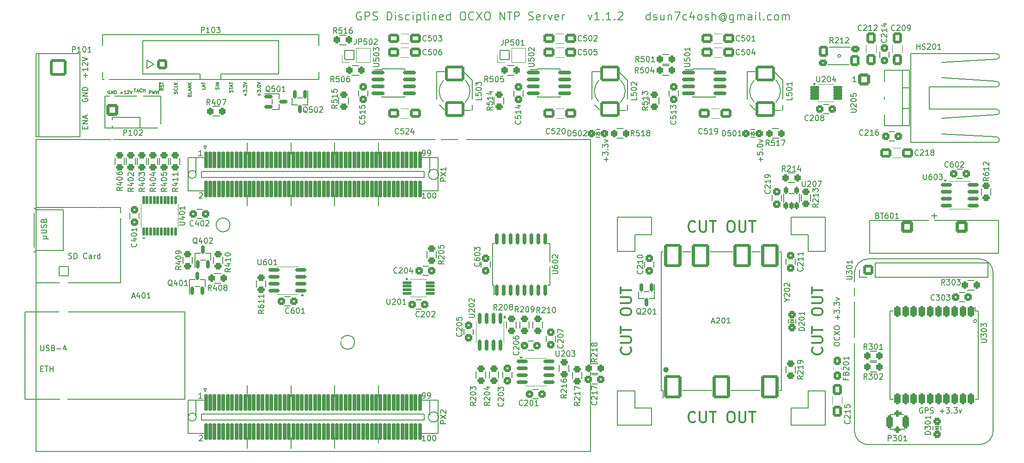
<source format=gbr>
G04 #@! TF.GenerationSoftware,KiCad,Pcbnew,8.0.6*
G04 #@! TF.CreationDate,2025-01-25T14:15:23-05:00*
G04 #@! TF.ProjectId,clock,636c6f63-6b2e-46b6-9963-61645f706362,rev?*
G04 #@! TF.SameCoordinates,Original*
G04 #@! TF.FileFunction,Legend,Top*
G04 #@! TF.FilePolarity,Positive*
%FSLAX46Y46*%
G04 Gerber Fmt 4.6, Leading zero omitted, Abs format (unit mm)*
G04 Created by KiCad (PCBNEW 8.0.6) date 2025-01-25 14:15:23*
%MOMM*%
%LPD*%
G01*
G04 APERTURE LIST*
G04 Aperture macros list*
%AMRoundRect*
0 Rectangle with rounded corners*
0 $1 Rounding radius*
0 $2 $3 $4 $5 $6 $7 $8 $9 X,Y pos of 4 corners*
0 Add a 4 corners polygon primitive as box body*
4,1,4,$2,$3,$4,$5,$6,$7,$8,$9,$2,$3,0*
0 Add four circle primitives for the rounded corners*
1,1,$1+$1,$2,$3*
1,1,$1+$1,$4,$5*
1,1,$1+$1,$6,$7*
1,1,$1+$1,$8,$9*
0 Add four rect primitives between the rounded corners*
20,1,$1+$1,$2,$3,$4,$5,0*
20,1,$1+$1,$4,$5,$6,$7,0*
20,1,$1+$1,$6,$7,$8,$9,0*
20,1,$1+$1,$8,$9,$2,$3,0*%
G04 Aperture macros list end*
%ADD10C,0.150000*%
%ADD11C,0.127000*%
%ADD12C,0.300000*%
%ADD13C,0.120000*%
%ADD14C,0.508000*%
%ADD15RoundRect,0.050800X0.850000X-0.850000X0.850000X0.850000X-0.850000X0.850000X-0.850000X-0.850000X0*%
%ADD16O,1.801600X1.801600*%
%ADD17RoundRect,0.175400X-0.175400X0.850400X-0.175400X-0.850400X0.175400X-0.850400X0.175400X0.850400X0*%
%ADD18RoundRect,0.175400X-0.850400X-0.175400X0.850400X-0.175400X0.850400X0.175400X-0.850400X0.175400X0*%
%ADD19RoundRect,0.112900X-0.750400X-0.112900X0.750400X-0.112900X0.750400X0.112900X-0.750400X0.112900X0*%
%ADD20RoundRect,0.175400X0.850400X0.175400X-0.850400X0.175400X-0.850400X-0.175400X0.850400X-0.175400X0*%
%ADD21RoundRect,0.262500X-0.804300X-0.804300X0.804300X-0.804300X0.804300X0.804300X-0.804300X0.804300X0*%
%ADD22C,2.133600*%
%ADD23RoundRect,0.258333X1.316467X-1.887967X1.316467X1.887967X-1.316467X1.887967X-1.316467X-1.887967X0*%
%ADD24RoundRect,0.157900X0.157900X-0.882900X0.157900X0.882900X-0.157900X0.882900X-0.157900X-0.882900X0*%
%ADD25RoundRect,0.265875X-0.584925X0.784925X-0.584925X-0.784925X0.584925X-0.784925X0.584925X0.784925X0*%
%ADD26RoundRect,0.265875X0.784925X0.584925X-0.784925X0.584925X-0.784925X-0.584925X0.784925X-0.584925X0*%
%ADD27C,5.181600*%
%ADD28RoundRect,0.258912X-1.491888X1.216888X-1.491888X-1.216888X1.491888X-1.216888X1.491888X1.216888X0*%
%ADD29RoundRect,0.258467X-1.292333X1.292333X-1.292333X-1.292333X1.292333X-1.292333X1.292333X1.292333X0*%
%ADD30C,3.101600*%
%ADD31C,1.351600*%
%ADD32RoundRect,0.262451X-0.808349X-0.808349X0.808349X-0.808349X0.808349X0.808349X-0.808349X0.808349X0*%
%ADD33C,2.141600*%
%ADD34RoundRect,0.275400X-0.275400X0.275400X-0.275400X-0.275400X0.275400X-0.275400X0.275400X0.275400X0*%
%ADD35RoundRect,0.274190X-0.301610X0.876610X-0.301610X-0.876610X0.301610X-0.876610X0.301610X0.876610X0*%
%ADD36C,2.301600*%
%ADD37C,3.276600*%
%ADD38RoundRect,0.264286X-0.675514X-0.675514X0.675514X-0.675514X0.675514X0.675514X-0.675514X0.675514X0*%
%ADD39C,1.879600*%
%ADD40RoundRect,0.275400X-0.275400X0.775400X-0.275400X-0.775400X0.275400X-0.775400X0.275400X0.775400X0*%
%ADD41R,2.400000X3.100000*%
%ADD42RoundRect,0.150400X-1.000400X-0.150400X1.000400X-0.150400X1.000400X0.150400X-1.000400X0.150400X0*%
%ADD43RoundRect,0.265875X0.584925X-0.784925X0.584925X0.784925X-0.584925X0.784925X-0.584925X-0.784925X0*%
%ADD44RoundRect,0.265875X-0.784925X-0.584925X0.784925X-0.584925X0.784925X0.584925X-0.784925X0.584925X0*%
%ADD45RoundRect,0.265385X0.610915X0.788715X-0.610915X0.788715X-0.610915X-0.788715X0.610915X-0.788715X0*%
%ADD46RoundRect,0.272222X0.477078X0.350078X-0.477078X0.350078X-0.477078X-0.350078X0.477078X-0.350078X0*%
%ADD47RoundRect,0.125400X-0.737900X-0.125400X0.737900X-0.125400X0.737900X0.125400X-0.737900X0.125400X0*%
%ADD48C,0.901600*%
%ADD49C,1.301600*%
%ADD50RoundRect,0.150400X-0.150400X-1.400400X0.150400X-1.400400X0.150400X1.400400X-0.150400X1.400400X0*%
%ADD51RoundRect,0.125400X0.125400X-0.662900X0.125400X0.662900X-0.125400X0.662900X-0.125400X-0.662900X0*%
%ADD52RoundRect,0.262451X0.808349X0.808349X-0.808349X0.808349X-0.808349X-0.808349X0.808349X-0.808349X0*%
%ADD53C,1.117600*%
%ADD54C,6.101600*%
%ADD55RoundRect,0.264286X0.675514X-0.675514X0.675514X0.675514X-0.675514X0.675514X-0.675514X-0.675514X0*%
%ADD56RoundRect,0.175400X-0.175400X0.575400X-0.175400X-0.575400X0.175400X-0.575400X0.175400X0.575400X0*%
%ADD57C,2.641600*%
%ADD58RoundRect,0.175400X0.175400X-0.575400X0.175400X0.575400X-0.175400X0.575400X-0.175400X-0.575400X0*%
%ADD59RoundRect,0.175400X-0.575400X-0.175400X0.575400X-0.175400X0.575400X0.175400X-0.575400X0.175400X0*%
%ADD60RoundRect,0.270320X0.430480X0.405480X-0.430480X0.405480X-0.430480X-0.405480X0.430480X-0.405480X0*%
%ADD61RoundRect,0.270320X-0.430480X-0.405480X0.430480X-0.405480X0.430480X0.405480X-0.430480X0.405480X0*%
%ADD62RoundRect,0.270320X-0.405480X0.430480X-0.405480X-0.430480X0.405480X-0.430480X0.405480X0.430480X0*%
%ADD63RoundRect,0.270320X0.405480X-0.430480X0.405480X0.430480X-0.405480X0.430480X-0.405480X-0.430480X0*%
%ADD64RoundRect,0.275400X0.425400X-0.275400X0.425400X0.275400X-0.425400X0.275400X-0.425400X-0.275400X0*%
%ADD65RoundRect,0.275400X-0.425400X0.275400X-0.425400X-0.275400X0.425400X-0.275400X0.425400X0.275400X0*%
%ADD66RoundRect,0.275400X-0.275400X-0.425400X0.275400X-0.425400X0.275400X0.425400X-0.275400X0.425400X0*%
%ADD67RoundRect,0.275400X0.275400X0.425400X-0.275400X0.425400X-0.275400X-0.425400X0.275400X-0.425400X0*%
%ADD68RoundRect,0.269538X-0.431262X0.531262X-0.431262X-0.531262X0.431262X-0.531262X0.431262X0.531262X0*%
%ADD69RoundRect,0.200400X0.200400X-0.450400X0.200400X0.450400X-0.200400X0.450400X-0.200400X-0.450400X0*%
%ADD70RoundRect,0.271167X-0.429633X0.379633X-0.429633X-0.379633X0.429633X-0.379633X0.429633X0.379633X0*%
%ADD71RoundRect,0.271167X0.429633X-0.379633X0.429633X0.379633X-0.429633X0.379633X-0.429633X-0.379633X0*%
%ADD72RoundRect,0.271167X-0.379633X-0.429633X0.379633X-0.429633X0.379633X0.429633X-0.379633X0.429633X0*%
%ADD73RoundRect,0.050800X0.850000X0.850000X-0.850000X0.850000X-0.850000X-0.850000X0.850000X-0.850000X0*%
%ADD74C,0.990600*%
%ADD75C,1.625600*%
%ADD76C,1.371600*%
G04 APERTURE END LIST*
D10*
X291679714Y-166310128D02*
X292036857Y-167310128D01*
X292036857Y-167310128D02*
X292394000Y-166310128D01*
X293751143Y-167310128D02*
X292894000Y-167310128D01*
X293322571Y-167310128D02*
X293322571Y-165810128D01*
X293322571Y-165810128D02*
X293179714Y-166024414D01*
X293179714Y-166024414D02*
X293036857Y-166167271D01*
X293036857Y-166167271D02*
X292894000Y-166238700D01*
X294393999Y-167167271D02*
X294465428Y-167238700D01*
X294465428Y-167238700D02*
X294393999Y-167310128D01*
X294393999Y-167310128D02*
X294322571Y-167238700D01*
X294322571Y-167238700D02*
X294393999Y-167167271D01*
X294393999Y-167167271D02*
X294393999Y-167310128D01*
X295894000Y-167310128D02*
X295036857Y-167310128D01*
X295465428Y-167310128D02*
X295465428Y-165810128D01*
X295465428Y-165810128D02*
X295322571Y-166024414D01*
X295322571Y-166024414D02*
X295179714Y-166167271D01*
X295179714Y-166167271D02*
X295036857Y-166238700D01*
X296536856Y-167167271D02*
X296608285Y-167238700D01*
X296608285Y-167238700D02*
X296536856Y-167310128D01*
X296536856Y-167310128D02*
X296465428Y-167238700D01*
X296465428Y-167238700D02*
X296536856Y-167167271D01*
X296536856Y-167167271D02*
X296536856Y-167310128D01*
X297179714Y-165952985D02*
X297251142Y-165881557D01*
X297251142Y-165881557D02*
X297394000Y-165810128D01*
X297394000Y-165810128D02*
X297751142Y-165810128D01*
X297751142Y-165810128D02*
X297894000Y-165881557D01*
X297894000Y-165881557D02*
X297965428Y-165952985D01*
X297965428Y-165952985D02*
X298036857Y-166095842D01*
X298036857Y-166095842D02*
X298036857Y-166238700D01*
X298036857Y-166238700D02*
X297965428Y-166452985D01*
X297965428Y-166452985D02*
X297108285Y-167310128D01*
X297108285Y-167310128D02*
X298036857Y-167310128D01*
X250081144Y-165881557D02*
X249938287Y-165810128D01*
X249938287Y-165810128D02*
X249724001Y-165810128D01*
X249724001Y-165810128D02*
X249509715Y-165881557D01*
X249509715Y-165881557D02*
X249366858Y-166024414D01*
X249366858Y-166024414D02*
X249295429Y-166167271D01*
X249295429Y-166167271D02*
X249224001Y-166452985D01*
X249224001Y-166452985D02*
X249224001Y-166667271D01*
X249224001Y-166667271D02*
X249295429Y-166952985D01*
X249295429Y-166952985D02*
X249366858Y-167095842D01*
X249366858Y-167095842D02*
X249509715Y-167238700D01*
X249509715Y-167238700D02*
X249724001Y-167310128D01*
X249724001Y-167310128D02*
X249866858Y-167310128D01*
X249866858Y-167310128D02*
X250081144Y-167238700D01*
X250081144Y-167238700D02*
X250152572Y-167167271D01*
X250152572Y-167167271D02*
X250152572Y-166667271D01*
X250152572Y-166667271D02*
X249866858Y-166667271D01*
X250795429Y-167310128D02*
X250795429Y-165810128D01*
X250795429Y-165810128D02*
X251366858Y-165810128D01*
X251366858Y-165810128D02*
X251509715Y-165881557D01*
X251509715Y-165881557D02*
X251581144Y-165952985D01*
X251581144Y-165952985D02*
X251652572Y-166095842D01*
X251652572Y-166095842D02*
X251652572Y-166310128D01*
X251652572Y-166310128D02*
X251581144Y-166452985D01*
X251581144Y-166452985D02*
X251509715Y-166524414D01*
X251509715Y-166524414D02*
X251366858Y-166595842D01*
X251366858Y-166595842D02*
X250795429Y-166595842D01*
X252224001Y-167238700D02*
X252438287Y-167310128D01*
X252438287Y-167310128D02*
X252795429Y-167310128D01*
X252795429Y-167310128D02*
X252938287Y-167238700D01*
X252938287Y-167238700D02*
X253009715Y-167167271D01*
X253009715Y-167167271D02*
X253081144Y-167024414D01*
X253081144Y-167024414D02*
X253081144Y-166881557D01*
X253081144Y-166881557D02*
X253009715Y-166738700D01*
X253009715Y-166738700D02*
X252938287Y-166667271D01*
X252938287Y-166667271D02*
X252795429Y-166595842D01*
X252795429Y-166595842D02*
X252509715Y-166524414D01*
X252509715Y-166524414D02*
X252366858Y-166452985D01*
X252366858Y-166452985D02*
X252295429Y-166381557D01*
X252295429Y-166381557D02*
X252224001Y-166238700D01*
X252224001Y-166238700D02*
X252224001Y-166095842D01*
X252224001Y-166095842D02*
X252295429Y-165952985D01*
X252295429Y-165952985D02*
X252366858Y-165881557D01*
X252366858Y-165881557D02*
X252509715Y-165810128D01*
X252509715Y-165810128D02*
X252866858Y-165810128D01*
X252866858Y-165810128D02*
X253081144Y-165881557D01*
X254866857Y-167310128D02*
X254866857Y-165810128D01*
X254866857Y-165810128D02*
X255224000Y-165810128D01*
X255224000Y-165810128D02*
X255438286Y-165881557D01*
X255438286Y-165881557D02*
X255581143Y-166024414D01*
X255581143Y-166024414D02*
X255652572Y-166167271D01*
X255652572Y-166167271D02*
X255724000Y-166452985D01*
X255724000Y-166452985D02*
X255724000Y-166667271D01*
X255724000Y-166667271D02*
X255652572Y-166952985D01*
X255652572Y-166952985D02*
X255581143Y-167095842D01*
X255581143Y-167095842D02*
X255438286Y-167238700D01*
X255438286Y-167238700D02*
X255224000Y-167310128D01*
X255224000Y-167310128D02*
X254866857Y-167310128D01*
X256366857Y-167310128D02*
X256366857Y-166310128D01*
X256366857Y-165810128D02*
X256295429Y-165881557D01*
X256295429Y-165881557D02*
X256366857Y-165952985D01*
X256366857Y-165952985D02*
X256438286Y-165881557D01*
X256438286Y-165881557D02*
X256366857Y-165810128D01*
X256366857Y-165810128D02*
X256366857Y-165952985D01*
X257009715Y-167238700D02*
X257152572Y-167310128D01*
X257152572Y-167310128D02*
X257438286Y-167310128D01*
X257438286Y-167310128D02*
X257581143Y-167238700D01*
X257581143Y-167238700D02*
X257652572Y-167095842D01*
X257652572Y-167095842D02*
X257652572Y-167024414D01*
X257652572Y-167024414D02*
X257581143Y-166881557D01*
X257581143Y-166881557D02*
X257438286Y-166810128D01*
X257438286Y-166810128D02*
X257224001Y-166810128D01*
X257224001Y-166810128D02*
X257081143Y-166738700D01*
X257081143Y-166738700D02*
X257009715Y-166595842D01*
X257009715Y-166595842D02*
X257009715Y-166524414D01*
X257009715Y-166524414D02*
X257081143Y-166381557D01*
X257081143Y-166381557D02*
X257224001Y-166310128D01*
X257224001Y-166310128D02*
X257438286Y-166310128D01*
X257438286Y-166310128D02*
X257581143Y-166381557D01*
X258938287Y-167238700D02*
X258795429Y-167310128D01*
X258795429Y-167310128D02*
X258509715Y-167310128D01*
X258509715Y-167310128D02*
X258366858Y-167238700D01*
X258366858Y-167238700D02*
X258295429Y-167167271D01*
X258295429Y-167167271D02*
X258224001Y-167024414D01*
X258224001Y-167024414D02*
X258224001Y-166595842D01*
X258224001Y-166595842D02*
X258295429Y-166452985D01*
X258295429Y-166452985D02*
X258366858Y-166381557D01*
X258366858Y-166381557D02*
X258509715Y-166310128D01*
X258509715Y-166310128D02*
X258795429Y-166310128D01*
X258795429Y-166310128D02*
X258938287Y-166381557D01*
X259581143Y-167310128D02*
X259581143Y-166310128D01*
X259581143Y-165810128D02*
X259509715Y-165881557D01*
X259509715Y-165881557D02*
X259581143Y-165952985D01*
X259581143Y-165952985D02*
X259652572Y-165881557D01*
X259652572Y-165881557D02*
X259581143Y-165810128D01*
X259581143Y-165810128D02*
X259581143Y-165952985D01*
X260295429Y-166310128D02*
X260295429Y-167810128D01*
X260295429Y-166381557D02*
X260438287Y-166310128D01*
X260438287Y-166310128D02*
X260724001Y-166310128D01*
X260724001Y-166310128D02*
X260866858Y-166381557D01*
X260866858Y-166381557D02*
X260938287Y-166452985D01*
X260938287Y-166452985D02*
X261009715Y-166595842D01*
X261009715Y-166595842D02*
X261009715Y-167024414D01*
X261009715Y-167024414D02*
X260938287Y-167167271D01*
X260938287Y-167167271D02*
X260866858Y-167238700D01*
X260866858Y-167238700D02*
X260724001Y-167310128D01*
X260724001Y-167310128D02*
X260438287Y-167310128D01*
X260438287Y-167310128D02*
X260295429Y-167238700D01*
X261866858Y-167310128D02*
X261724001Y-167238700D01*
X261724001Y-167238700D02*
X261652572Y-167095842D01*
X261652572Y-167095842D02*
X261652572Y-165810128D01*
X262438286Y-167310128D02*
X262438286Y-166310128D01*
X262438286Y-165810128D02*
X262366858Y-165881557D01*
X262366858Y-165881557D02*
X262438286Y-165952985D01*
X262438286Y-165952985D02*
X262509715Y-165881557D01*
X262509715Y-165881557D02*
X262438286Y-165810128D01*
X262438286Y-165810128D02*
X262438286Y-165952985D01*
X263152572Y-166310128D02*
X263152572Y-167310128D01*
X263152572Y-166452985D02*
X263224001Y-166381557D01*
X263224001Y-166381557D02*
X263366858Y-166310128D01*
X263366858Y-166310128D02*
X263581144Y-166310128D01*
X263581144Y-166310128D02*
X263724001Y-166381557D01*
X263724001Y-166381557D02*
X263795430Y-166524414D01*
X263795430Y-166524414D02*
X263795430Y-167310128D01*
X265081144Y-167238700D02*
X264938287Y-167310128D01*
X264938287Y-167310128D02*
X264652573Y-167310128D01*
X264652573Y-167310128D02*
X264509715Y-167238700D01*
X264509715Y-167238700D02*
X264438287Y-167095842D01*
X264438287Y-167095842D02*
X264438287Y-166524414D01*
X264438287Y-166524414D02*
X264509715Y-166381557D01*
X264509715Y-166381557D02*
X264652573Y-166310128D01*
X264652573Y-166310128D02*
X264938287Y-166310128D01*
X264938287Y-166310128D02*
X265081144Y-166381557D01*
X265081144Y-166381557D02*
X265152573Y-166524414D01*
X265152573Y-166524414D02*
X265152573Y-166667271D01*
X265152573Y-166667271D02*
X264438287Y-166810128D01*
X266438287Y-167310128D02*
X266438287Y-165810128D01*
X266438287Y-167238700D02*
X266295429Y-167310128D01*
X266295429Y-167310128D02*
X266009715Y-167310128D01*
X266009715Y-167310128D02*
X265866858Y-167238700D01*
X265866858Y-167238700D02*
X265795429Y-167167271D01*
X265795429Y-167167271D02*
X265724001Y-167024414D01*
X265724001Y-167024414D02*
X265724001Y-166595842D01*
X265724001Y-166595842D02*
X265795429Y-166452985D01*
X265795429Y-166452985D02*
X265866858Y-166381557D01*
X265866858Y-166381557D02*
X266009715Y-166310128D01*
X266009715Y-166310128D02*
X266295429Y-166310128D01*
X266295429Y-166310128D02*
X266438287Y-166381557D01*
X268581144Y-165810128D02*
X268866858Y-165810128D01*
X268866858Y-165810128D02*
X269009715Y-165881557D01*
X269009715Y-165881557D02*
X269152572Y-166024414D01*
X269152572Y-166024414D02*
X269224001Y-166310128D01*
X269224001Y-166310128D02*
X269224001Y-166810128D01*
X269224001Y-166810128D02*
X269152572Y-167095842D01*
X269152572Y-167095842D02*
X269009715Y-167238700D01*
X269009715Y-167238700D02*
X268866858Y-167310128D01*
X268866858Y-167310128D02*
X268581144Y-167310128D01*
X268581144Y-167310128D02*
X268438287Y-167238700D01*
X268438287Y-167238700D02*
X268295429Y-167095842D01*
X268295429Y-167095842D02*
X268224001Y-166810128D01*
X268224001Y-166810128D02*
X268224001Y-166310128D01*
X268224001Y-166310128D02*
X268295429Y-166024414D01*
X268295429Y-166024414D02*
X268438287Y-165881557D01*
X268438287Y-165881557D02*
X268581144Y-165810128D01*
X270724001Y-167167271D02*
X270652573Y-167238700D01*
X270652573Y-167238700D02*
X270438287Y-167310128D01*
X270438287Y-167310128D02*
X270295430Y-167310128D01*
X270295430Y-167310128D02*
X270081144Y-167238700D01*
X270081144Y-167238700D02*
X269938287Y-167095842D01*
X269938287Y-167095842D02*
X269866858Y-166952985D01*
X269866858Y-166952985D02*
X269795430Y-166667271D01*
X269795430Y-166667271D02*
X269795430Y-166452985D01*
X269795430Y-166452985D02*
X269866858Y-166167271D01*
X269866858Y-166167271D02*
X269938287Y-166024414D01*
X269938287Y-166024414D02*
X270081144Y-165881557D01*
X270081144Y-165881557D02*
X270295430Y-165810128D01*
X270295430Y-165810128D02*
X270438287Y-165810128D01*
X270438287Y-165810128D02*
X270652573Y-165881557D01*
X270652573Y-165881557D02*
X270724001Y-165952985D01*
X271224001Y-165810128D02*
X272224001Y-167310128D01*
X272224001Y-165810128D02*
X271224001Y-167310128D01*
X273081144Y-165810128D02*
X273366858Y-165810128D01*
X273366858Y-165810128D02*
X273509715Y-165881557D01*
X273509715Y-165881557D02*
X273652572Y-166024414D01*
X273652572Y-166024414D02*
X273724001Y-166310128D01*
X273724001Y-166310128D02*
X273724001Y-166810128D01*
X273724001Y-166810128D02*
X273652572Y-167095842D01*
X273652572Y-167095842D02*
X273509715Y-167238700D01*
X273509715Y-167238700D02*
X273366858Y-167310128D01*
X273366858Y-167310128D02*
X273081144Y-167310128D01*
X273081144Y-167310128D02*
X272938287Y-167238700D01*
X272938287Y-167238700D02*
X272795429Y-167095842D01*
X272795429Y-167095842D02*
X272724001Y-166810128D01*
X272724001Y-166810128D02*
X272724001Y-166310128D01*
X272724001Y-166310128D02*
X272795429Y-166024414D01*
X272795429Y-166024414D02*
X272938287Y-165881557D01*
X272938287Y-165881557D02*
X273081144Y-165810128D01*
X275509715Y-167310128D02*
X275509715Y-165810128D01*
X275509715Y-165810128D02*
X276366858Y-167310128D01*
X276366858Y-167310128D02*
X276366858Y-165810128D01*
X276866859Y-165810128D02*
X277724002Y-165810128D01*
X277295430Y-167310128D02*
X277295430Y-165810128D01*
X278224001Y-167310128D02*
X278224001Y-165810128D01*
X278224001Y-165810128D02*
X278795430Y-165810128D01*
X278795430Y-165810128D02*
X278938287Y-165881557D01*
X278938287Y-165881557D02*
X279009716Y-165952985D01*
X279009716Y-165952985D02*
X279081144Y-166095842D01*
X279081144Y-166095842D02*
X279081144Y-166310128D01*
X279081144Y-166310128D02*
X279009716Y-166452985D01*
X279009716Y-166452985D02*
X278938287Y-166524414D01*
X278938287Y-166524414D02*
X278795430Y-166595842D01*
X278795430Y-166595842D02*
X278224001Y-166595842D01*
X280795430Y-167238700D02*
X281009716Y-167310128D01*
X281009716Y-167310128D02*
X281366858Y-167310128D01*
X281366858Y-167310128D02*
X281509716Y-167238700D01*
X281509716Y-167238700D02*
X281581144Y-167167271D01*
X281581144Y-167167271D02*
X281652573Y-167024414D01*
X281652573Y-167024414D02*
X281652573Y-166881557D01*
X281652573Y-166881557D02*
X281581144Y-166738700D01*
X281581144Y-166738700D02*
X281509716Y-166667271D01*
X281509716Y-166667271D02*
X281366858Y-166595842D01*
X281366858Y-166595842D02*
X281081144Y-166524414D01*
X281081144Y-166524414D02*
X280938287Y-166452985D01*
X280938287Y-166452985D02*
X280866858Y-166381557D01*
X280866858Y-166381557D02*
X280795430Y-166238700D01*
X280795430Y-166238700D02*
X280795430Y-166095842D01*
X280795430Y-166095842D02*
X280866858Y-165952985D01*
X280866858Y-165952985D02*
X280938287Y-165881557D01*
X280938287Y-165881557D02*
X281081144Y-165810128D01*
X281081144Y-165810128D02*
X281438287Y-165810128D01*
X281438287Y-165810128D02*
X281652573Y-165881557D01*
X282866858Y-167238700D02*
X282724001Y-167310128D01*
X282724001Y-167310128D02*
X282438287Y-167310128D01*
X282438287Y-167310128D02*
X282295429Y-167238700D01*
X282295429Y-167238700D02*
X282224001Y-167095842D01*
X282224001Y-167095842D02*
X282224001Y-166524414D01*
X282224001Y-166524414D02*
X282295429Y-166381557D01*
X282295429Y-166381557D02*
X282438287Y-166310128D01*
X282438287Y-166310128D02*
X282724001Y-166310128D01*
X282724001Y-166310128D02*
X282866858Y-166381557D01*
X282866858Y-166381557D02*
X282938287Y-166524414D01*
X282938287Y-166524414D02*
X282938287Y-166667271D01*
X282938287Y-166667271D02*
X282224001Y-166810128D01*
X283581143Y-167310128D02*
X283581143Y-166310128D01*
X283581143Y-166595842D02*
X283652572Y-166452985D01*
X283652572Y-166452985D02*
X283724001Y-166381557D01*
X283724001Y-166381557D02*
X283866858Y-166310128D01*
X283866858Y-166310128D02*
X284009715Y-166310128D01*
X284366857Y-166310128D02*
X284724000Y-167310128D01*
X284724000Y-167310128D02*
X285081143Y-166310128D01*
X286224000Y-167238700D02*
X286081143Y-167310128D01*
X286081143Y-167310128D02*
X285795429Y-167310128D01*
X285795429Y-167310128D02*
X285652571Y-167238700D01*
X285652571Y-167238700D02*
X285581143Y-167095842D01*
X285581143Y-167095842D02*
X285581143Y-166524414D01*
X285581143Y-166524414D02*
X285652571Y-166381557D01*
X285652571Y-166381557D02*
X285795429Y-166310128D01*
X285795429Y-166310128D02*
X286081143Y-166310128D01*
X286081143Y-166310128D02*
X286224000Y-166381557D01*
X286224000Y-166381557D02*
X286295429Y-166524414D01*
X286295429Y-166524414D02*
X286295429Y-166667271D01*
X286295429Y-166667271D02*
X285581143Y-166810128D01*
X286938285Y-167310128D02*
X286938285Y-166310128D01*
X286938285Y-166595842D02*
X287009714Y-166452985D01*
X287009714Y-166452985D02*
X287081143Y-166381557D01*
X287081143Y-166381557D02*
X287224000Y-166310128D01*
X287224000Y-166310128D02*
X287366857Y-166310128D01*
D11*
X218650681Y-181131265D02*
X218679253Y-181045551D01*
X218679253Y-181045551D02*
X218707824Y-181016980D01*
X218707824Y-181016980D02*
X218764967Y-180988408D01*
X218764967Y-180988408D02*
X218850681Y-180988408D01*
X218850681Y-180988408D02*
X218907824Y-181016980D01*
X218907824Y-181016980D02*
X218936396Y-181045551D01*
X218936396Y-181045551D02*
X218964967Y-181102694D01*
X218964967Y-181102694D02*
X218964967Y-181331265D01*
X218964967Y-181331265D02*
X218364967Y-181331265D01*
X218364967Y-181331265D02*
X218364967Y-181131265D01*
X218364967Y-181131265D02*
X218393538Y-181074123D01*
X218393538Y-181074123D02*
X218422110Y-181045551D01*
X218422110Y-181045551D02*
X218479253Y-181016980D01*
X218479253Y-181016980D02*
X218536396Y-181016980D01*
X218536396Y-181016980D02*
X218593538Y-181045551D01*
X218593538Y-181045551D02*
X218622110Y-181074123D01*
X218622110Y-181074123D02*
X218650681Y-181131265D01*
X218650681Y-181131265D02*
X218650681Y-181331265D01*
X218964967Y-180445551D02*
X218964967Y-180731265D01*
X218964967Y-180731265D02*
X218364967Y-180731265D01*
X218793538Y-180274123D02*
X218793538Y-179988409D01*
X218964967Y-180331266D02*
X218364967Y-180131266D01*
X218364967Y-180131266D02*
X218964967Y-179931266D01*
X218964967Y-179731265D02*
X218364967Y-179731265D01*
X218364967Y-179731265D02*
X218964967Y-179388408D01*
X218964967Y-179388408D02*
X218364967Y-179388408D01*
X218964967Y-179102694D02*
X218364967Y-179102694D01*
X218964967Y-178759837D02*
X218622110Y-179016980D01*
X218364967Y-178759837D02*
X218707824Y-179102694D01*
X221504967Y-179674123D02*
X221504967Y-179959837D01*
X221504967Y-179959837D02*
X220904967Y-179959837D01*
X221333538Y-179502695D02*
X221333538Y-179216981D01*
X221504967Y-179559838D02*
X220904967Y-179359838D01*
X220904967Y-179359838D02*
X221504967Y-179159838D01*
X220904967Y-179045552D02*
X220904967Y-178702695D01*
X221504967Y-178874123D02*
X220904967Y-178874123D01*
X224016396Y-180016980D02*
X224044967Y-179931266D01*
X224044967Y-179931266D02*
X224044967Y-179788408D01*
X224044967Y-179788408D02*
X224016396Y-179731266D01*
X224016396Y-179731266D02*
X223987824Y-179702694D01*
X223987824Y-179702694D02*
X223930681Y-179674123D01*
X223930681Y-179674123D02*
X223873538Y-179674123D01*
X223873538Y-179674123D02*
X223816396Y-179702694D01*
X223816396Y-179702694D02*
X223787824Y-179731266D01*
X223787824Y-179731266D02*
X223759253Y-179788408D01*
X223759253Y-179788408D02*
X223730681Y-179902694D01*
X223730681Y-179902694D02*
X223702110Y-179959837D01*
X223702110Y-179959837D02*
X223673538Y-179988408D01*
X223673538Y-179988408D02*
X223616396Y-180016980D01*
X223616396Y-180016980D02*
X223559253Y-180016980D01*
X223559253Y-180016980D02*
X223502110Y-179988408D01*
X223502110Y-179988408D02*
X223473538Y-179959837D01*
X223473538Y-179959837D02*
X223444967Y-179902694D01*
X223444967Y-179902694D02*
X223444967Y-179759837D01*
X223444967Y-179759837D02*
X223473538Y-179674123D01*
X224044967Y-179416979D02*
X223444967Y-179416979D01*
X224044967Y-179131265D02*
X223444967Y-179131265D01*
X223444967Y-179131265D02*
X224044967Y-178788408D01*
X224044967Y-178788408D02*
X223444967Y-178788408D01*
D10*
X199019438Y-181736904D02*
X198971819Y-181832142D01*
X198971819Y-181832142D02*
X198971819Y-181974999D01*
X198971819Y-181974999D02*
X199019438Y-182117856D01*
X199019438Y-182117856D02*
X199114676Y-182213094D01*
X199114676Y-182213094D02*
X199209914Y-182260713D01*
X199209914Y-182260713D02*
X199400390Y-182308332D01*
X199400390Y-182308332D02*
X199543247Y-182308332D01*
X199543247Y-182308332D02*
X199733723Y-182260713D01*
X199733723Y-182260713D02*
X199828961Y-182213094D01*
X199828961Y-182213094D02*
X199924200Y-182117856D01*
X199924200Y-182117856D02*
X199971819Y-181974999D01*
X199971819Y-181974999D02*
X199971819Y-181879761D01*
X199971819Y-181879761D02*
X199924200Y-181736904D01*
X199924200Y-181736904D02*
X199876580Y-181689285D01*
X199876580Y-181689285D02*
X199543247Y-181689285D01*
X199543247Y-181689285D02*
X199543247Y-181879761D01*
X199971819Y-181260713D02*
X198971819Y-181260713D01*
X198971819Y-181260713D02*
X199971819Y-180689285D01*
X199971819Y-180689285D02*
X198971819Y-180689285D01*
X199971819Y-180213094D02*
X198971819Y-180213094D01*
X198971819Y-180213094D02*
X198971819Y-179974999D01*
X198971819Y-179974999D02*
X199019438Y-179832142D01*
X199019438Y-179832142D02*
X199114676Y-179736904D01*
X199114676Y-179736904D02*
X199209914Y-179689285D01*
X199209914Y-179689285D02*
X199400390Y-179641666D01*
X199400390Y-179641666D02*
X199543247Y-179641666D01*
X199543247Y-179641666D02*
X199733723Y-179689285D01*
X199733723Y-179689285D02*
X199828961Y-179736904D01*
X199828961Y-179736904D02*
X199924200Y-179832142D01*
X199924200Y-179832142D02*
X199971819Y-179974999D01*
X199971819Y-179974999D02*
X199971819Y-180213094D01*
X199590866Y-177783904D02*
X199590866Y-177022000D01*
X199971819Y-177402952D02*
X199209914Y-177402952D01*
X199971819Y-176022000D02*
X199971819Y-176593428D01*
X199971819Y-176307714D02*
X198971819Y-176307714D01*
X198971819Y-176307714D02*
X199114676Y-176402952D01*
X199114676Y-176402952D02*
X199209914Y-176498190D01*
X199209914Y-176498190D02*
X199257533Y-176593428D01*
X199067057Y-175641047D02*
X199019438Y-175593428D01*
X199019438Y-175593428D02*
X198971819Y-175498190D01*
X198971819Y-175498190D02*
X198971819Y-175260095D01*
X198971819Y-175260095D02*
X199019438Y-175164857D01*
X199019438Y-175164857D02*
X199067057Y-175117238D01*
X199067057Y-175117238D02*
X199162295Y-175069619D01*
X199162295Y-175069619D02*
X199257533Y-175069619D01*
X199257533Y-175069619D02*
X199400390Y-175117238D01*
X199400390Y-175117238D02*
X199971819Y-175688666D01*
X199971819Y-175688666D02*
X199971819Y-175069619D01*
X198971819Y-174783904D02*
X199971819Y-174450571D01*
X199971819Y-174450571D02*
X198971819Y-174117238D01*
D11*
X204012857Y-180293538D02*
X203955715Y-180264967D01*
X203955715Y-180264967D02*
X203870000Y-180264967D01*
X203870000Y-180264967D02*
X203784286Y-180293538D01*
X203784286Y-180293538D02*
X203727143Y-180350681D01*
X203727143Y-180350681D02*
X203698572Y-180407824D01*
X203698572Y-180407824D02*
X203670000Y-180522110D01*
X203670000Y-180522110D02*
X203670000Y-180607824D01*
X203670000Y-180607824D02*
X203698572Y-180722110D01*
X203698572Y-180722110D02*
X203727143Y-180779253D01*
X203727143Y-180779253D02*
X203784286Y-180836396D01*
X203784286Y-180836396D02*
X203870000Y-180864967D01*
X203870000Y-180864967D02*
X203927143Y-180864967D01*
X203927143Y-180864967D02*
X204012857Y-180836396D01*
X204012857Y-180836396D02*
X204041429Y-180807824D01*
X204041429Y-180807824D02*
X204041429Y-180607824D01*
X204041429Y-180607824D02*
X203927143Y-180607824D01*
X204298572Y-180864967D02*
X204298572Y-180264967D01*
X204298572Y-180264967D02*
X204641429Y-180864967D01*
X204641429Y-180864967D02*
X204641429Y-180264967D01*
X204927143Y-180864967D02*
X204927143Y-180264967D01*
X204927143Y-180264967D02*
X205070000Y-180264967D01*
X205070000Y-180264967D02*
X205155714Y-180293538D01*
X205155714Y-180293538D02*
X205212857Y-180350681D01*
X205212857Y-180350681D02*
X205241428Y-180407824D01*
X205241428Y-180407824D02*
X205270000Y-180522110D01*
X205270000Y-180522110D02*
X205270000Y-180607824D01*
X205270000Y-180607824D02*
X205241428Y-180722110D01*
X205241428Y-180722110D02*
X205212857Y-180779253D01*
X205212857Y-180779253D02*
X205155714Y-180836396D01*
X205155714Y-180836396D02*
X205070000Y-180864967D01*
X205070000Y-180864967D02*
X204927143Y-180864967D01*
X205952857Y-180636396D02*
X206410000Y-180636396D01*
X206181428Y-180864967D02*
X206181428Y-180407824D01*
X207009999Y-180864967D02*
X206667142Y-180864967D01*
X206838571Y-180864967D02*
X206838571Y-180264967D01*
X206838571Y-180264967D02*
X206781428Y-180350681D01*
X206781428Y-180350681D02*
X206724285Y-180407824D01*
X206724285Y-180407824D02*
X206667142Y-180436396D01*
X207238571Y-180322110D02*
X207267143Y-180293538D01*
X207267143Y-180293538D02*
X207324286Y-180264967D01*
X207324286Y-180264967D02*
X207467143Y-180264967D01*
X207467143Y-180264967D02*
X207524286Y-180293538D01*
X207524286Y-180293538D02*
X207552857Y-180322110D01*
X207552857Y-180322110D02*
X207581428Y-180379253D01*
X207581428Y-180379253D02*
X207581428Y-180436396D01*
X207581428Y-180436396D02*
X207552857Y-180522110D01*
X207552857Y-180522110D02*
X207210000Y-180864967D01*
X207210000Y-180864967D02*
X207581428Y-180864967D01*
X207752857Y-180264967D02*
X207952857Y-180864967D01*
X207952857Y-180864967D02*
X208152857Y-180264967D01*
X208507142Y-179883967D02*
X208850000Y-179883967D01*
X208678571Y-180483967D02*
X208678571Y-179883967D01*
X209021428Y-180312538D02*
X209307143Y-180312538D01*
X208964285Y-180483967D02*
X209164285Y-179883967D01*
X209164285Y-179883967D02*
X209364285Y-180483967D01*
X209907143Y-180426824D02*
X209878571Y-180455396D01*
X209878571Y-180455396D02*
X209792857Y-180483967D01*
X209792857Y-180483967D02*
X209735714Y-180483967D01*
X209735714Y-180483967D02*
X209650000Y-180455396D01*
X209650000Y-180455396D02*
X209592857Y-180398253D01*
X209592857Y-180398253D02*
X209564286Y-180341110D01*
X209564286Y-180341110D02*
X209535714Y-180226824D01*
X209535714Y-180226824D02*
X209535714Y-180141110D01*
X209535714Y-180141110D02*
X209564286Y-180026824D01*
X209564286Y-180026824D02*
X209592857Y-179969681D01*
X209592857Y-179969681D02*
X209650000Y-179912538D01*
X209650000Y-179912538D02*
X209735714Y-179883967D01*
X209735714Y-179883967D02*
X209792857Y-179883967D01*
X209792857Y-179883967D02*
X209878571Y-179912538D01*
X209878571Y-179912538D02*
X209907143Y-179941110D01*
X210164286Y-180483967D02*
X210164286Y-179883967D01*
X210164286Y-180169681D02*
X210507143Y-180169681D01*
X210507143Y-180483967D02*
X210507143Y-179883967D01*
X211247143Y-180864967D02*
X211247143Y-180264967D01*
X211247143Y-180264967D02*
X211475714Y-180264967D01*
X211475714Y-180264967D02*
X211532857Y-180293538D01*
X211532857Y-180293538D02*
X211561428Y-180322110D01*
X211561428Y-180322110D02*
X211590000Y-180379253D01*
X211590000Y-180379253D02*
X211590000Y-180464967D01*
X211590000Y-180464967D02*
X211561428Y-180522110D01*
X211561428Y-180522110D02*
X211532857Y-180550681D01*
X211532857Y-180550681D02*
X211475714Y-180579253D01*
X211475714Y-180579253D02*
X211247143Y-180579253D01*
X211790000Y-180264967D02*
X211932857Y-180864967D01*
X211932857Y-180864967D02*
X212047143Y-180436396D01*
X212047143Y-180436396D02*
X212161428Y-180864967D01*
X212161428Y-180864967D02*
X212304286Y-180264967D01*
X212532857Y-180864967D02*
X212532857Y-180264967D01*
X212532857Y-180264967D02*
X212732857Y-180693538D01*
X212732857Y-180693538D02*
X212932857Y-180264967D01*
X212932857Y-180264967D02*
X212932857Y-180864967D01*
X226556396Y-180531267D02*
X226584967Y-180445553D01*
X226584967Y-180445553D02*
X226584967Y-180302695D01*
X226584967Y-180302695D02*
X226556396Y-180245553D01*
X226556396Y-180245553D02*
X226527824Y-180216981D01*
X226527824Y-180216981D02*
X226470681Y-180188410D01*
X226470681Y-180188410D02*
X226413538Y-180188410D01*
X226413538Y-180188410D02*
X226356396Y-180216981D01*
X226356396Y-180216981D02*
X226327824Y-180245553D01*
X226327824Y-180245553D02*
X226299253Y-180302695D01*
X226299253Y-180302695D02*
X226270681Y-180416981D01*
X226270681Y-180416981D02*
X226242110Y-180474124D01*
X226242110Y-180474124D02*
X226213538Y-180502695D01*
X226213538Y-180502695D02*
X226156396Y-180531267D01*
X226156396Y-180531267D02*
X226099253Y-180531267D01*
X226099253Y-180531267D02*
X226042110Y-180502695D01*
X226042110Y-180502695D02*
X226013538Y-180474124D01*
X226013538Y-180474124D02*
X225984967Y-180416981D01*
X225984967Y-180416981D02*
X225984967Y-180274124D01*
X225984967Y-180274124D02*
X226013538Y-180188410D01*
X225984967Y-180016981D02*
X225984967Y-179674124D01*
X226584967Y-179845552D02*
X225984967Y-179845552D01*
X226413538Y-179502695D02*
X226413538Y-179216981D01*
X226584967Y-179559838D02*
X225984967Y-179359838D01*
X225984967Y-179359838D02*
X226584967Y-179159838D01*
X225984967Y-179045552D02*
X225984967Y-178702695D01*
X226584967Y-178874123D02*
X225984967Y-178874123D01*
X228896396Y-181188409D02*
X228896396Y-180731267D01*
X229124967Y-180959838D02*
X228667824Y-180959838D01*
X228524967Y-180502695D02*
X228524967Y-180131267D01*
X228524967Y-180131267D02*
X228753538Y-180331267D01*
X228753538Y-180331267D02*
X228753538Y-180245552D01*
X228753538Y-180245552D02*
X228782110Y-180188410D01*
X228782110Y-180188410D02*
X228810681Y-180159838D01*
X228810681Y-180159838D02*
X228867824Y-180131267D01*
X228867824Y-180131267D02*
X229010681Y-180131267D01*
X229010681Y-180131267D02*
X229067824Y-180159838D01*
X229067824Y-180159838D02*
X229096396Y-180188410D01*
X229096396Y-180188410D02*
X229124967Y-180245552D01*
X229124967Y-180245552D02*
X229124967Y-180416981D01*
X229124967Y-180416981D02*
X229096396Y-180474124D01*
X229096396Y-180474124D02*
X229067824Y-180502695D01*
X229067824Y-179874123D02*
X229096396Y-179845552D01*
X229096396Y-179845552D02*
X229124967Y-179874123D01*
X229124967Y-179874123D02*
X229096396Y-179902695D01*
X229096396Y-179902695D02*
X229067824Y-179874123D01*
X229067824Y-179874123D02*
X229124967Y-179874123D01*
X228524967Y-179645552D02*
X228524967Y-179274124D01*
X228524967Y-179274124D02*
X228753538Y-179474124D01*
X228753538Y-179474124D02*
X228753538Y-179388409D01*
X228753538Y-179388409D02*
X228782110Y-179331267D01*
X228782110Y-179331267D02*
X228810681Y-179302695D01*
X228810681Y-179302695D02*
X228867824Y-179274124D01*
X228867824Y-179274124D02*
X229010681Y-179274124D01*
X229010681Y-179274124D02*
X229067824Y-179302695D01*
X229067824Y-179302695D02*
X229096396Y-179331267D01*
X229096396Y-179331267D02*
X229124967Y-179388409D01*
X229124967Y-179388409D02*
X229124967Y-179559838D01*
X229124967Y-179559838D02*
X229096396Y-179616981D01*
X229096396Y-179616981D02*
X229067824Y-179645552D01*
X228524967Y-179102695D02*
X229124967Y-178902695D01*
X229124967Y-178902695D02*
X228524967Y-178702695D01*
X231436396Y-181188409D02*
X231436396Y-180731267D01*
X231664967Y-180959838D02*
X231207824Y-180959838D01*
X231064967Y-180502695D02*
X231064967Y-180131267D01*
X231064967Y-180131267D02*
X231293538Y-180331267D01*
X231293538Y-180331267D02*
X231293538Y-180245552D01*
X231293538Y-180245552D02*
X231322110Y-180188410D01*
X231322110Y-180188410D02*
X231350681Y-180159838D01*
X231350681Y-180159838D02*
X231407824Y-180131267D01*
X231407824Y-180131267D02*
X231550681Y-180131267D01*
X231550681Y-180131267D02*
X231607824Y-180159838D01*
X231607824Y-180159838D02*
X231636396Y-180188410D01*
X231636396Y-180188410D02*
X231664967Y-180245552D01*
X231664967Y-180245552D02*
X231664967Y-180416981D01*
X231664967Y-180416981D02*
X231636396Y-180474124D01*
X231636396Y-180474124D02*
X231607824Y-180502695D01*
X231607824Y-179874123D02*
X231636396Y-179845552D01*
X231636396Y-179845552D02*
X231664967Y-179874123D01*
X231664967Y-179874123D02*
X231636396Y-179902695D01*
X231636396Y-179902695D02*
X231607824Y-179874123D01*
X231607824Y-179874123D02*
X231664967Y-179874123D01*
X231064967Y-179474124D02*
X231064967Y-179416981D01*
X231064967Y-179416981D02*
X231093538Y-179359838D01*
X231093538Y-179359838D02*
X231122110Y-179331267D01*
X231122110Y-179331267D02*
X231179253Y-179302695D01*
X231179253Y-179302695D02*
X231293538Y-179274124D01*
X231293538Y-179274124D02*
X231436396Y-179274124D01*
X231436396Y-179274124D02*
X231550681Y-179302695D01*
X231550681Y-179302695D02*
X231607824Y-179331267D01*
X231607824Y-179331267D02*
X231636396Y-179359838D01*
X231636396Y-179359838D02*
X231664967Y-179416981D01*
X231664967Y-179416981D02*
X231664967Y-179474124D01*
X231664967Y-179474124D02*
X231636396Y-179531267D01*
X231636396Y-179531267D02*
X231607824Y-179559838D01*
X231607824Y-179559838D02*
X231550681Y-179588409D01*
X231550681Y-179588409D02*
X231436396Y-179616981D01*
X231436396Y-179616981D02*
X231293538Y-179616981D01*
X231293538Y-179616981D02*
X231179253Y-179588409D01*
X231179253Y-179588409D02*
X231122110Y-179559838D01*
X231122110Y-179559838D02*
X231093538Y-179531267D01*
X231093538Y-179531267D02*
X231064967Y-179474124D01*
X231064967Y-179102695D02*
X231664967Y-178902695D01*
X231664967Y-178902695D02*
X231064967Y-178702695D01*
D10*
X294967866Y-193214380D02*
X294967866Y-192452476D01*
X295348819Y-192833428D02*
X294586914Y-192833428D01*
X294348819Y-192071523D02*
X294348819Y-191452476D01*
X294348819Y-191452476D02*
X294729771Y-191785809D01*
X294729771Y-191785809D02*
X294729771Y-191642952D01*
X294729771Y-191642952D02*
X294777390Y-191547714D01*
X294777390Y-191547714D02*
X294825009Y-191500095D01*
X294825009Y-191500095D02*
X294920247Y-191452476D01*
X294920247Y-191452476D02*
X295158342Y-191452476D01*
X295158342Y-191452476D02*
X295253580Y-191500095D01*
X295253580Y-191500095D02*
X295301200Y-191547714D01*
X295301200Y-191547714D02*
X295348819Y-191642952D01*
X295348819Y-191642952D02*
X295348819Y-191928666D01*
X295348819Y-191928666D02*
X295301200Y-192023904D01*
X295301200Y-192023904D02*
X295253580Y-192071523D01*
X295253580Y-191023904D02*
X295301200Y-190976285D01*
X295301200Y-190976285D02*
X295348819Y-191023904D01*
X295348819Y-191023904D02*
X295301200Y-191071523D01*
X295301200Y-191071523D02*
X295253580Y-191023904D01*
X295253580Y-191023904D02*
X295348819Y-191023904D01*
X294348819Y-190642952D02*
X294348819Y-190023905D01*
X294348819Y-190023905D02*
X294729771Y-190357238D01*
X294729771Y-190357238D02*
X294729771Y-190214381D01*
X294729771Y-190214381D02*
X294777390Y-190119143D01*
X294777390Y-190119143D02*
X294825009Y-190071524D01*
X294825009Y-190071524D02*
X294920247Y-190023905D01*
X294920247Y-190023905D02*
X295158342Y-190023905D01*
X295158342Y-190023905D02*
X295253580Y-190071524D01*
X295253580Y-190071524D02*
X295301200Y-190119143D01*
X295301200Y-190119143D02*
X295348819Y-190214381D01*
X295348819Y-190214381D02*
X295348819Y-190500095D01*
X295348819Y-190500095D02*
X295301200Y-190595333D01*
X295301200Y-190595333D02*
X295253580Y-190642952D01*
X294682152Y-189690571D02*
X295348819Y-189452476D01*
X295348819Y-189452476D02*
X294682152Y-189214381D01*
X336766819Y-226797666D02*
X336766819Y-226607190D01*
X336766819Y-226607190D02*
X336814438Y-226511952D01*
X336814438Y-226511952D02*
X336909676Y-226416714D01*
X336909676Y-226416714D02*
X337100152Y-226369095D01*
X337100152Y-226369095D02*
X337433485Y-226369095D01*
X337433485Y-226369095D02*
X337623961Y-226416714D01*
X337623961Y-226416714D02*
X337719200Y-226511952D01*
X337719200Y-226511952D02*
X337766819Y-226607190D01*
X337766819Y-226607190D02*
X337766819Y-226797666D01*
X337766819Y-226797666D02*
X337719200Y-226892904D01*
X337719200Y-226892904D02*
X337623961Y-226988142D01*
X337623961Y-226988142D02*
X337433485Y-227035761D01*
X337433485Y-227035761D02*
X337100152Y-227035761D01*
X337100152Y-227035761D02*
X336909676Y-226988142D01*
X336909676Y-226988142D02*
X336814438Y-226892904D01*
X336814438Y-226892904D02*
X336766819Y-226797666D01*
X337671580Y-225369095D02*
X337719200Y-225416714D01*
X337719200Y-225416714D02*
X337766819Y-225559571D01*
X337766819Y-225559571D02*
X337766819Y-225654809D01*
X337766819Y-225654809D02*
X337719200Y-225797666D01*
X337719200Y-225797666D02*
X337623961Y-225892904D01*
X337623961Y-225892904D02*
X337528723Y-225940523D01*
X337528723Y-225940523D02*
X337338247Y-225988142D01*
X337338247Y-225988142D02*
X337195390Y-225988142D01*
X337195390Y-225988142D02*
X337004914Y-225940523D01*
X337004914Y-225940523D02*
X336909676Y-225892904D01*
X336909676Y-225892904D02*
X336814438Y-225797666D01*
X336814438Y-225797666D02*
X336766819Y-225654809D01*
X336766819Y-225654809D02*
X336766819Y-225559571D01*
X336766819Y-225559571D02*
X336814438Y-225416714D01*
X336814438Y-225416714D02*
X336862057Y-225369095D01*
X336766819Y-225035761D02*
X337766819Y-224369095D01*
X336766819Y-224369095D02*
X337766819Y-225035761D01*
X336766819Y-223797666D02*
X336766819Y-223607190D01*
X336766819Y-223607190D02*
X336814438Y-223511952D01*
X336814438Y-223511952D02*
X336909676Y-223416714D01*
X336909676Y-223416714D02*
X337100152Y-223369095D01*
X337100152Y-223369095D02*
X337433485Y-223369095D01*
X337433485Y-223369095D02*
X337623961Y-223416714D01*
X337623961Y-223416714D02*
X337719200Y-223511952D01*
X337719200Y-223511952D02*
X337766819Y-223607190D01*
X337766819Y-223607190D02*
X337766819Y-223797666D01*
X337766819Y-223797666D02*
X337719200Y-223892904D01*
X337719200Y-223892904D02*
X337623961Y-223988142D01*
X337623961Y-223988142D02*
X337433485Y-224035761D01*
X337433485Y-224035761D02*
X337100152Y-224035761D01*
X337100152Y-224035761D02*
X336909676Y-223988142D01*
X336909676Y-223988142D02*
X336814438Y-223892904D01*
X336814438Y-223892904D02*
X336766819Y-223797666D01*
X337385866Y-222178618D02*
X337385866Y-221416714D01*
X337766819Y-221797666D02*
X337004914Y-221797666D01*
X336766819Y-221035761D02*
X336766819Y-220416714D01*
X336766819Y-220416714D02*
X337147771Y-220750047D01*
X337147771Y-220750047D02*
X337147771Y-220607190D01*
X337147771Y-220607190D02*
X337195390Y-220511952D01*
X337195390Y-220511952D02*
X337243009Y-220464333D01*
X337243009Y-220464333D02*
X337338247Y-220416714D01*
X337338247Y-220416714D02*
X337576342Y-220416714D01*
X337576342Y-220416714D02*
X337671580Y-220464333D01*
X337671580Y-220464333D02*
X337719200Y-220511952D01*
X337719200Y-220511952D02*
X337766819Y-220607190D01*
X337766819Y-220607190D02*
X337766819Y-220892904D01*
X337766819Y-220892904D02*
X337719200Y-220988142D01*
X337719200Y-220988142D02*
X337671580Y-221035761D01*
X337671580Y-219988142D02*
X337719200Y-219940523D01*
X337719200Y-219940523D02*
X337766819Y-219988142D01*
X337766819Y-219988142D02*
X337719200Y-220035761D01*
X337719200Y-220035761D02*
X337671580Y-219988142D01*
X337671580Y-219988142D02*
X337766819Y-219988142D01*
X336766819Y-219607190D02*
X336766819Y-218988143D01*
X336766819Y-218988143D02*
X337147771Y-219321476D01*
X337147771Y-219321476D02*
X337147771Y-219178619D01*
X337147771Y-219178619D02*
X337195390Y-219083381D01*
X337195390Y-219083381D02*
X337243009Y-219035762D01*
X337243009Y-219035762D02*
X337338247Y-218988143D01*
X337338247Y-218988143D02*
X337576342Y-218988143D01*
X337576342Y-218988143D02*
X337671580Y-219035762D01*
X337671580Y-219035762D02*
X337719200Y-219083381D01*
X337719200Y-219083381D02*
X337766819Y-219178619D01*
X337766819Y-219178619D02*
X337766819Y-219464333D01*
X337766819Y-219464333D02*
X337719200Y-219559571D01*
X337719200Y-219559571D02*
X337671580Y-219607190D01*
X337100152Y-218654809D02*
X337766819Y-218416714D01*
X337766819Y-218416714D02*
X337100152Y-218178619D01*
X352949285Y-238389438D02*
X352854047Y-238341819D01*
X352854047Y-238341819D02*
X352711190Y-238341819D01*
X352711190Y-238341819D02*
X352568333Y-238389438D01*
X352568333Y-238389438D02*
X352473095Y-238484676D01*
X352473095Y-238484676D02*
X352425476Y-238579914D01*
X352425476Y-238579914D02*
X352377857Y-238770390D01*
X352377857Y-238770390D02*
X352377857Y-238913247D01*
X352377857Y-238913247D02*
X352425476Y-239103723D01*
X352425476Y-239103723D02*
X352473095Y-239198961D01*
X352473095Y-239198961D02*
X352568333Y-239294200D01*
X352568333Y-239294200D02*
X352711190Y-239341819D01*
X352711190Y-239341819D02*
X352806428Y-239341819D01*
X352806428Y-239341819D02*
X352949285Y-239294200D01*
X352949285Y-239294200D02*
X352996904Y-239246580D01*
X352996904Y-239246580D02*
X352996904Y-238913247D01*
X352996904Y-238913247D02*
X352806428Y-238913247D01*
X353425476Y-239341819D02*
X353425476Y-238341819D01*
X353425476Y-238341819D02*
X353806428Y-238341819D01*
X353806428Y-238341819D02*
X353901666Y-238389438D01*
X353901666Y-238389438D02*
X353949285Y-238437057D01*
X353949285Y-238437057D02*
X353996904Y-238532295D01*
X353996904Y-238532295D02*
X353996904Y-238675152D01*
X353996904Y-238675152D02*
X353949285Y-238770390D01*
X353949285Y-238770390D02*
X353901666Y-238818009D01*
X353901666Y-238818009D02*
X353806428Y-238865628D01*
X353806428Y-238865628D02*
X353425476Y-238865628D01*
X354377857Y-239294200D02*
X354520714Y-239341819D01*
X354520714Y-239341819D02*
X354758809Y-239341819D01*
X354758809Y-239341819D02*
X354854047Y-239294200D01*
X354854047Y-239294200D02*
X354901666Y-239246580D01*
X354901666Y-239246580D02*
X354949285Y-239151342D01*
X354949285Y-239151342D02*
X354949285Y-239056104D01*
X354949285Y-239056104D02*
X354901666Y-238960866D01*
X354901666Y-238960866D02*
X354854047Y-238913247D01*
X354854047Y-238913247D02*
X354758809Y-238865628D01*
X354758809Y-238865628D02*
X354568333Y-238818009D01*
X354568333Y-238818009D02*
X354473095Y-238770390D01*
X354473095Y-238770390D02*
X354425476Y-238722771D01*
X354425476Y-238722771D02*
X354377857Y-238627533D01*
X354377857Y-238627533D02*
X354377857Y-238532295D01*
X354377857Y-238532295D02*
X354425476Y-238437057D01*
X354425476Y-238437057D02*
X354473095Y-238389438D01*
X354473095Y-238389438D02*
X354568333Y-238341819D01*
X354568333Y-238341819D02*
X354806428Y-238341819D01*
X354806428Y-238341819D02*
X354949285Y-238389438D01*
X356139762Y-238960866D02*
X356901667Y-238960866D01*
X356520714Y-239341819D02*
X356520714Y-238579914D01*
X357282619Y-238341819D02*
X357901666Y-238341819D01*
X357901666Y-238341819D02*
X357568333Y-238722771D01*
X357568333Y-238722771D02*
X357711190Y-238722771D01*
X357711190Y-238722771D02*
X357806428Y-238770390D01*
X357806428Y-238770390D02*
X357854047Y-238818009D01*
X357854047Y-238818009D02*
X357901666Y-238913247D01*
X357901666Y-238913247D02*
X357901666Y-239151342D01*
X357901666Y-239151342D02*
X357854047Y-239246580D01*
X357854047Y-239246580D02*
X357806428Y-239294200D01*
X357806428Y-239294200D02*
X357711190Y-239341819D01*
X357711190Y-239341819D02*
X357425476Y-239341819D01*
X357425476Y-239341819D02*
X357330238Y-239294200D01*
X357330238Y-239294200D02*
X357282619Y-239246580D01*
X358330238Y-239246580D02*
X358377857Y-239294200D01*
X358377857Y-239294200D02*
X358330238Y-239341819D01*
X358330238Y-239341819D02*
X358282619Y-239294200D01*
X358282619Y-239294200D02*
X358330238Y-239246580D01*
X358330238Y-239246580D02*
X358330238Y-239341819D01*
X358711190Y-238341819D02*
X359330237Y-238341819D01*
X359330237Y-238341819D02*
X358996904Y-238722771D01*
X358996904Y-238722771D02*
X359139761Y-238722771D01*
X359139761Y-238722771D02*
X359234999Y-238770390D01*
X359234999Y-238770390D02*
X359282618Y-238818009D01*
X359282618Y-238818009D02*
X359330237Y-238913247D01*
X359330237Y-238913247D02*
X359330237Y-239151342D01*
X359330237Y-239151342D02*
X359282618Y-239246580D01*
X359282618Y-239246580D02*
X359234999Y-239294200D01*
X359234999Y-239294200D02*
X359139761Y-239341819D01*
X359139761Y-239341819D02*
X358854047Y-239341819D01*
X358854047Y-239341819D02*
X358758809Y-239294200D01*
X358758809Y-239294200D02*
X358711190Y-239246580D01*
X359663571Y-238675152D02*
X359901666Y-239341819D01*
X359901666Y-239341819D02*
X360139761Y-238675152D01*
D11*
X213884967Y-179788409D02*
X213599253Y-179988409D01*
X213884967Y-180131266D02*
X213284967Y-180131266D01*
X213284967Y-180131266D02*
X213284967Y-179902695D01*
X213284967Y-179902695D02*
X213313538Y-179845552D01*
X213313538Y-179845552D02*
X213342110Y-179816981D01*
X213342110Y-179816981D02*
X213399253Y-179788409D01*
X213399253Y-179788409D02*
X213484967Y-179788409D01*
X213484967Y-179788409D02*
X213542110Y-179816981D01*
X213542110Y-179816981D02*
X213570681Y-179845552D01*
X213570681Y-179845552D02*
X213599253Y-179902695D01*
X213599253Y-179902695D02*
X213599253Y-180131266D01*
X213856396Y-179559838D02*
X213884967Y-179474124D01*
X213884967Y-179474124D02*
X213884967Y-179331266D01*
X213884967Y-179331266D02*
X213856396Y-179274124D01*
X213856396Y-179274124D02*
X213827824Y-179245552D01*
X213827824Y-179245552D02*
X213770681Y-179216981D01*
X213770681Y-179216981D02*
X213713538Y-179216981D01*
X213713538Y-179216981D02*
X213656396Y-179245552D01*
X213656396Y-179245552D02*
X213627824Y-179274124D01*
X213627824Y-179274124D02*
X213599253Y-179331266D01*
X213599253Y-179331266D02*
X213570681Y-179445552D01*
X213570681Y-179445552D02*
X213542110Y-179502695D01*
X213542110Y-179502695D02*
X213513538Y-179531266D01*
X213513538Y-179531266D02*
X213456396Y-179559838D01*
X213456396Y-179559838D02*
X213399253Y-179559838D01*
X213399253Y-179559838D02*
X213342110Y-179531266D01*
X213342110Y-179531266D02*
X213313538Y-179502695D01*
X213313538Y-179502695D02*
X213284967Y-179445552D01*
X213284967Y-179445552D02*
X213284967Y-179302695D01*
X213284967Y-179302695D02*
X213313538Y-179216981D01*
X213284967Y-179045552D02*
X213284967Y-178702695D01*
X213884967Y-178874123D02*
X213284967Y-178874123D01*
X213118396Y-180214124D02*
X213118396Y-178705552D01*
D10*
X199448009Y-187221666D02*
X199448009Y-186888333D01*
X199971819Y-186745476D02*
X199971819Y-187221666D01*
X199971819Y-187221666D02*
X198971819Y-187221666D01*
X198971819Y-187221666D02*
X198971819Y-186745476D01*
X199971819Y-186316904D02*
X198971819Y-186316904D01*
X198971819Y-186316904D02*
X199971819Y-185745476D01*
X199971819Y-185745476D02*
X198971819Y-185745476D01*
X199686104Y-185316904D02*
X199686104Y-184840714D01*
X199971819Y-185412142D02*
X198971819Y-185078809D01*
X198971819Y-185078809D02*
X199971819Y-184745476D01*
D11*
X216396396Y-180788409D02*
X216424967Y-180702695D01*
X216424967Y-180702695D02*
X216424967Y-180559837D01*
X216424967Y-180559837D02*
X216396396Y-180502695D01*
X216396396Y-180502695D02*
X216367824Y-180474123D01*
X216367824Y-180474123D02*
X216310681Y-180445552D01*
X216310681Y-180445552D02*
X216253538Y-180445552D01*
X216253538Y-180445552D02*
X216196396Y-180474123D01*
X216196396Y-180474123D02*
X216167824Y-180502695D01*
X216167824Y-180502695D02*
X216139253Y-180559837D01*
X216139253Y-180559837D02*
X216110681Y-180674123D01*
X216110681Y-180674123D02*
X216082110Y-180731266D01*
X216082110Y-180731266D02*
X216053538Y-180759837D01*
X216053538Y-180759837D02*
X215996396Y-180788409D01*
X215996396Y-180788409D02*
X215939253Y-180788409D01*
X215939253Y-180788409D02*
X215882110Y-180759837D01*
X215882110Y-180759837D02*
X215853538Y-180731266D01*
X215853538Y-180731266D02*
X215824967Y-180674123D01*
X215824967Y-180674123D02*
X215824967Y-180531266D01*
X215824967Y-180531266D02*
X215853538Y-180445552D01*
X216367824Y-179845551D02*
X216396396Y-179874123D01*
X216396396Y-179874123D02*
X216424967Y-179959837D01*
X216424967Y-179959837D02*
X216424967Y-180016980D01*
X216424967Y-180016980D02*
X216396396Y-180102694D01*
X216396396Y-180102694D02*
X216339253Y-180159837D01*
X216339253Y-180159837D02*
X216282110Y-180188408D01*
X216282110Y-180188408D02*
X216167824Y-180216980D01*
X216167824Y-180216980D02*
X216082110Y-180216980D01*
X216082110Y-180216980D02*
X215967824Y-180188408D01*
X215967824Y-180188408D02*
X215910681Y-180159837D01*
X215910681Y-180159837D02*
X215853538Y-180102694D01*
X215853538Y-180102694D02*
X215824967Y-180016980D01*
X215824967Y-180016980D02*
X215824967Y-179959837D01*
X215824967Y-179959837D02*
X215853538Y-179874123D01*
X215853538Y-179874123D02*
X215882110Y-179845551D01*
X216424967Y-179302694D02*
X216424967Y-179588408D01*
X216424967Y-179588408D02*
X215824967Y-179588408D01*
X216424967Y-179102694D02*
X215824967Y-179102694D01*
X216424967Y-178759837D02*
X216082110Y-179016980D01*
X215824967Y-178759837D02*
X216167824Y-179102694D01*
D10*
X303039429Y-167310128D02*
X303039429Y-165810128D01*
X303039429Y-167238700D02*
X302896571Y-167310128D01*
X302896571Y-167310128D02*
X302610857Y-167310128D01*
X302610857Y-167310128D02*
X302468000Y-167238700D01*
X302468000Y-167238700D02*
X302396571Y-167167271D01*
X302396571Y-167167271D02*
X302325143Y-167024414D01*
X302325143Y-167024414D02*
X302325143Y-166595842D01*
X302325143Y-166595842D02*
X302396571Y-166452985D01*
X302396571Y-166452985D02*
X302468000Y-166381557D01*
X302468000Y-166381557D02*
X302610857Y-166310128D01*
X302610857Y-166310128D02*
X302896571Y-166310128D01*
X302896571Y-166310128D02*
X303039429Y-166381557D01*
X303682286Y-167238700D02*
X303825143Y-167310128D01*
X303825143Y-167310128D02*
X304110857Y-167310128D01*
X304110857Y-167310128D02*
X304253714Y-167238700D01*
X304253714Y-167238700D02*
X304325143Y-167095842D01*
X304325143Y-167095842D02*
X304325143Y-167024414D01*
X304325143Y-167024414D02*
X304253714Y-166881557D01*
X304253714Y-166881557D02*
X304110857Y-166810128D01*
X304110857Y-166810128D02*
X303896572Y-166810128D01*
X303896572Y-166810128D02*
X303753714Y-166738700D01*
X303753714Y-166738700D02*
X303682286Y-166595842D01*
X303682286Y-166595842D02*
X303682286Y-166524414D01*
X303682286Y-166524414D02*
X303753714Y-166381557D01*
X303753714Y-166381557D02*
X303896572Y-166310128D01*
X303896572Y-166310128D02*
X304110857Y-166310128D01*
X304110857Y-166310128D02*
X304253714Y-166381557D01*
X305610858Y-166310128D02*
X305610858Y-167310128D01*
X304968000Y-166310128D02*
X304968000Y-167095842D01*
X304968000Y-167095842D02*
X305039429Y-167238700D01*
X305039429Y-167238700D02*
X305182286Y-167310128D01*
X305182286Y-167310128D02*
X305396572Y-167310128D01*
X305396572Y-167310128D02*
X305539429Y-167238700D01*
X305539429Y-167238700D02*
X305610858Y-167167271D01*
X306325143Y-166310128D02*
X306325143Y-167310128D01*
X306325143Y-166452985D02*
X306396572Y-166381557D01*
X306396572Y-166381557D02*
X306539429Y-166310128D01*
X306539429Y-166310128D02*
X306753715Y-166310128D01*
X306753715Y-166310128D02*
X306896572Y-166381557D01*
X306896572Y-166381557D02*
X306968001Y-166524414D01*
X306968001Y-166524414D02*
X306968001Y-167310128D01*
X307539429Y-165810128D02*
X308539429Y-165810128D01*
X308539429Y-165810128D02*
X307896572Y-167310128D01*
X309753715Y-167238700D02*
X309610857Y-167310128D01*
X309610857Y-167310128D02*
X309325143Y-167310128D01*
X309325143Y-167310128D02*
X309182286Y-167238700D01*
X309182286Y-167238700D02*
X309110857Y-167167271D01*
X309110857Y-167167271D02*
X309039429Y-167024414D01*
X309039429Y-167024414D02*
X309039429Y-166595842D01*
X309039429Y-166595842D02*
X309110857Y-166452985D01*
X309110857Y-166452985D02*
X309182286Y-166381557D01*
X309182286Y-166381557D02*
X309325143Y-166310128D01*
X309325143Y-166310128D02*
X309610857Y-166310128D01*
X309610857Y-166310128D02*
X309753715Y-166381557D01*
X311039429Y-166310128D02*
X311039429Y-167310128D01*
X310682286Y-165738700D02*
X310325143Y-166810128D01*
X310325143Y-166810128D02*
X311253714Y-166810128D01*
X312039428Y-167310128D02*
X311896571Y-167238700D01*
X311896571Y-167238700D02*
X311825142Y-167167271D01*
X311825142Y-167167271D02*
X311753714Y-167024414D01*
X311753714Y-167024414D02*
X311753714Y-166595842D01*
X311753714Y-166595842D02*
X311825142Y-166452985D01*
X311825142Y-166452985D02*
X311896571Y-166381557D01*
X311896571Y-166381557D02*
X312039428Y-166310128D01*
X312039428Y-166310128D02*
X312253714Y-166310128D01*
X312253714Y-166310128D02*
X312396571Y-166381557D01*
X312396571Y-166381557D02*
X312468000Y-166452985D01*
X312468000Y-166452985D02*
X312539428Y-166595842D01*
X312539428Y-166595842D02*
X312539428Y-167024414D01*
X312539428Y-167024414D02*
X312468000Y-167167271D01*
X312468000Y-167167271D02*
X312396571Y-167238700D01*
X312396571Y-167238700D02*
X312253714Y-167310128D01*
X312253714Y-167310128D02*
X312039428Y-167310128D01*
X313110857Y-167238700D02*
X313253714Y-167310128D01*
X313253714Y-167310128D02*
X313539428Y-167310128D01*
X313539428Y-167310128D02*
X313682285Y-167238700D01*
X313682285Y-167238700D02*
X313753714Y-167095842D01*
X313753714Y-167095842D02*
X313753714Y-167024414D01*
X313753714Y-167024414D02*
X313682285Y-166881557D01*
X313682285Y-166881557D02*
X313539428Y-166810128D01*
X313539428Y-166810128D02*
X313325143Y-166810128D01*
X313325143Y-166810128D02*
X313182285Y-166738700D01*
X313182285Y-166738700D02*
X313110857Y-166595842D01*
X313110857Y-166595842D02*
X313110857Y-166524414D01*
X313110857Y-166524414D02*
X313182285Y-166381557D01*
X313182285Y-166381557D02*
X313325143Y-166310128D01*
X313325143Y-166310128D02*
X313539428Y-166310128D01*
X313539428Y-166310128D02*
X313682285Y-166381557D01*
X314396571Y-167310128D02*
X314396571Y-165810128D01*
X315039429Y-167310128D02*
X315039429Y-166524414D01*
X315039429Y-166524414D02*
X314968000Y-166381557D01*
X314968000Y-166381557D02*
X314825143Y-166310128D01*
X314825143Y-166310128D02*
X314610857Y-166310128D01*
X314610857Y-166310128D02*
X314468000Y-166381557D01*
X314468000Y-166381557D02*
X314396571Y-166452985D01*
X316682286Y-166595842D02*
X316610857Y-166524414D01*
X316610857Y-166524414D02*
X316468000Y-166452985D01*
X316468000Y-166452985D02*
X316325143Y-166452985D01*
X316325143Y-166452985D02*
X316182286Y-166524414D01*
X316182286Y-166524414D02*
X316110857Y-166595842D01*
X316110857Y-166595842D02*
X316039429Y-166738700D01*
X316039429Y-166738700D02*
X316039429Y-166881557D01*
X316039429Y-166881557D02*
X316110857Y-167024414D01*
X316110857Y-167024414D02*
X316182286Y-167095842D01*
X316182286Y-167095842D02*
X316325143Y-167167271D01*
X316325143Y-167167271D02*
X316468000Y-167167271D01*
X316468000Y-167167271D02*
X316610857Y-167095842D01*
X316610857Y-167095842D02*
X316682286Y-167024414D01*
X316682286Y-166452985D02*
X316682286Y-167024414D01*
X316682286Y-167024414D02*
X316753714Y-167095842D01*
X316753714Y-167095842D02*
X316825143Y-167095842D01*
X316825143Y-167095842D02*
X316968000Y-167024414D01*
X316968000Y-167024414D02*
X317039429Y-166881557D01*
X317039429Y-166881557D02*
X317039429Y-166524414D01*
X317039429Y-166524414D02*
X316896572Y-166310128D01*
X316896572Y-166310128D02*
X316682286Y-166167271D01*
X316682286Y-166167271D02*
X316396572Y-166095842D01*
X316396572Y-166095842D02*
X316110857Y-166167271D01*
X316110857Y-166167271D02*
X315896572Y-166310128D01*
X315896572Y-166310128D02*
X315753714Y-166524414D01*
X315753714Y-166524414D02*
X315682286Y-166810128D01*
X315682286Y-166810128D02*
X315753714Y-167095842D01*
X315753714Y-167095842D02*
X315896572Y-167310128D01*
X315896572Y-167310128D02*
X316110857Y-167452985D01*
X316110857Y-167452985D02*
X316396572Y-167524414D01*
X316396572Y-167524414D02*
X316682286Y-167452985D01*
X316682286Y-167452985D02*
X316896572Y-167310128D01*
X318325143Y-166310128D02*
X318325143Y-167524414D01*
X318325143Y-167524414D02*
X318253714Y-167667271D01*
X318253714Y-167667271D02*
X318182285Y-167738700D01*
X318182285Y-167738700D02*
X318039428Y-167810128D01*
X318039428Y-167810128D02*
X317825143Y-167810128D01*
X317825143Y-167810128D02*
X317682285Y-167738700D01*
X318325143Y-167238700D02*
X318182285Y-167310128D01*
X318182285Y-167310128D02*
X317896571Y-167310128D01*
X317896571Y-167310128D02*
X317753714Y-167238700D01*
X317753714Y-167238700D02*
X317682285Y-167167271D01*
X317682285Y-167167271D02*
X317610857Y-167024414D01*
X317610857Y-167024414D02*
X317610857Y-166595842D01*
X317610857Y-166595842D02*
X317682285Y-166452985D01*
X317682285Y-166452985D02*
X317753714Y-166381557D01*
X317753714Y-166381557D02*
X317896571Y-166310128D01*
X317896571Y-166310128D02*
X318182285Y-166310128D01*
X318182285Y-166310128D02*
X318325143Y-166381557D01*
X319039428Y-167310128D02*
X319039428Y-166310128D01*
X319039428Y-166452985D02*
X319110857Y-166381557D01*
X319110857Y-166381557D02*
X319253714Y-166310128D01*
X319253714Y-166310128D02*
X319468000Y-166310128D01*
X319468000Y-166310128D02*
X319610857Y-166381557D01*
X319610857Y-166381557D02*
X319682286Y-166524414D01*
X319682286Y-166524414D02*
X319682286Y-167310128D01*
X319682286Y-166524414D02*
X319753714Y-166381557D01*
X319753714Y-166381557D02*
X319896571Y-166310128D01*
X319896571Y-166310128D02*
X320110857Y-166310128D01*
X320110857Y-166310128D02*
X320253714Y-166381557D01*
X320253714Y-166381557D02*
X320325143Y-166524414D01*
X320325143Y-166524414D02*
X320325143Y-167310128D01*
X321682286Y-167310128D02*
X321682286Y-166524414D01*
X321682286Y-166524414D02*
X321610857Y-166381557D01*
X321610857Y-166381557D02*
X321468000Y-166310128D01*
X321468000Y-166310128D02*
X321182286Y-166310128D01*
X321182286Y-166310128D02*
X321039428Y-166381557D01*
X321682286Y-167238700D02*
X321539428Y-167310128D01*
X321539428Y-167310128D02*
X321182286Y-167310128D01*
X321182286Y-167310128D02*
X321039428Y-167238700D01*
X321039428Y-167238700D02*
X320968000Y-167095842D01*
X320968000Y-167095842D02*
X320968000Y-166952985D01*
X320968000Y-166952985D02*
X321039428Y-166810128D01*
X321039428Y-166810128D02*
X321182286Y-166738700D01*
X321182286Y-166738700D02*
X321539428Y-166738700D01*
X321539428Y-166738700D02*
X321682286Y-166667271D01*
X322396571Y-167310128D02*
X322396571Y-166310128D01*
X322396571Y-165810128D02*
X322325143Y-165881557D01*
X322325143Y-165881557D02*
X322396571Y-165952985D01*
X322396571Y-165952985D02*
X322468000Y-165881557D01*
X322468000Y-165881557D02*
X322396571Y-165810128D01*
X322396571Y-165810128D02*
X322396571Y-165952985D01*
X323325143Y-167310128D02*
X323182286Y-167238700D01*
X323182286Y-167238700D02*
X323110857Y-167095842D01*
X323110857Y-167095842D02*
X323110857Y-165810128D01*
X323896571Y-167167271D02*
X323968000Y-167238700D01*
X323968000Y-167238700D02*
X323896571Y-167310128D01*
X323896571Y-167310128D02*
X323825143Y-167238700D01*
X323825143Y-167238700D02*
X323896571Y-167167271D01*
X323896571Y-167167271D02*
X323896571Y-167310128D01*
X325253715Y-167238700D02*
X325110857Y-167310128D01*
X325110857Y-167310128D02*
X324825143Y-167310128D01*
X324825143Y-167310128D02*
X324682286Y-167238700D01*
X324682286Y-167238700D02*
X324610857Y-167167271D01*
X324610857Y-167167271D02*
X324539429Y-167024414D01*
X324539429Y-167024414D02*
X324539429Y-166595842D01*
X324539429Y-166595842D02*
X324610857Y-166452985D01*
X324610857Y-166452985D02*
X324682286Y-166381557D01*
X324682286Y-166381557D02*
X324825143Y-166310128D01*
X324825143Y-166310128D02*
X325110857Y-166310128D01*
X325110857Y-166310128D02*
X325253715Y-166381557D01*
X326110857Y-167310128D02*
X325968000Y-167238700D01*
X325968000Y-167238700D02*
X325896571Y-167167271D01*
X325896571Y-167167271D02*
X325825143Y-167024414D01*
X325825143Y-167024414D02*
X325825143Y-166595842D01*
X325825143Y-166595842D02*
X325896571Y-166452985D01*
X325896571Y-166452985D02*
X325968000Y-166381557D01*
X325968000Y-166381557D02*
X326110857Y-166310128D01*
X326110857Y-166310128D02*
X326325143Y-166310128D01*
X326325143Y-166310128D02*
X326468000Y-166381557D01*
X326468000Y-166381557D02*
X326539429Y-166452985D01*
X326539429Y-166452985D02*
X326610857Y-166595842D01*
X326610857Y-166595842D02*
X326610857Y-167024414D01*
X326610857Y-167024414D02*
X326539429Y-167167271D01*
X326539429Y-167167271D02*
X326468000Y-167238700D01*
X326468000Y-167238700D02*
X326325143Y-167310128D01*
X326325143Y-167310128D02*
X326110857Y-167310128D01*
X327253714Y-167310128D02*
X327253714Y-166310128D01*
X327253714Y-166452985D02*
X327325143Y-166381557D01*
X327325143Y-166381557D02*
X327468000Y-166310128D01*
X327468000Y-166310128D02*
X327682286Y-166310128D01*
X327682286Y-166310128D02*
X327825143Y-166381557D01*
X327825143Y-166381557D02*
X327896572Y-166524414D01*
X327896572Y-166524414D02*
X327896572Y-167310128D01*
X327896572Y-166524414D02*
X327968000Y-166381557D01*
X327968000Y-166381557D02*
X328110857Y-166310128D01*
X328110857Y-166310128D02*
X328325143Y-166310128D01*
X328325143Y-166310128D02*
X328468000Y-166381557D01*
X328468000Y-166381557D02*
X328539429Y-166524414D01*
X328539429Y-166524414D02*
X328539429Y-167310128D01*
X323288866Y-193214380D02*
X323288866Y-192452476D01*
X323669819Y-192833428D02*
X322907914Y-192833428D01*
X322669819Y-191500095D02*
X322669819Y-191976285D01*
X322669819Y-191976285D02*
X323146009Y-192023904D01*
X323146009Y-192023904D02*
X323098390Y-191976285D01*
X323098390Y-191976285D02*
X323050771Y-191881047D01*
X323050771Y-191881047D02*
X323050771Y-191642952D01*
X323050771Y-191642952D02*
X323098390Y-191547714D01*
X323098390Y-191547714D02*
X323146009Y-191500095D01*
X323146009Y-191500095D02*
X323241247Y-191452476D01*
X323241247Y-191452476D02*
X323479342Y-191452476D01*
X323479342Y-191452476D02*
X323574580Y-191500095D01*
X323574580Y-191500095D02*
X323622200Y-191547714D01*
X323622200Y-191547714D02*
X323669819Y-191642952D01*
X323669819Y-191642952D02*
X323669819Y-191881047D01*
X323669819Y-191881047D02*
X323622200Y-191976285D01*
X323622200Y-191976285D02*
X323574580Y-192023904D01*
X323574580Y-191023904D02*
X323622200Y-190976285D01*
X323622200Y-190976285D02*
X323669819Y-191023904D01*
X323669819Y-191023904D02*
X323622200Y-191071523D01*
X323622200Y-191071523D02*
X323574580Y-191023904D01*
X323574580Y-191023904D02*
X323669819Y-191023904D01*
X322669819Y-190357238D02*
X322669819Y-190262000D01*
X322669819Y-190262000D02*
X322717438Y-190166762D01*
X322717438Y-190166762D02*
X322765057Y-190119143D01*
X322765057Y-190119143D02*
X322860295Y-190071524D01*
X322860295Y-190071524D02*
X323050771Y-190023905D01*
X323050771Y-190023905D02*
X323288866Y-190023905D01*
X323288866Y-190023905D02*
X323479342Y-190071524D01*
X323479342Y-190071524D02*
X323574580Y-190119143D01*
X323574580Y-190119143D02*
X323622200Y-190166762D01*
X323622200Y-190166762D02*
X323669819Y-190262000D01*
X323669819Y-190262000D02*
X323669819Y-190357238D01*
X323669819Y-190357238D02*
X323622200Y-190452476D01*
X323622200Y-190452476D02*
X323574580Y-190500095D01*
X323574580Y-190500095D02*
X323479342Y-190547714D01*
X323479342Y-190547714D02*
X323288866Y-190595333D01*
X323288866Y-190595333D02*
X323050771Y-190595333D01*
X323050771Y-190595333D02*
X322860295Y-190547714D01*
X322860295Y-190547714D02*
X322765057Y-190500095D01*
X322765057Y-190500095D02*
X322717438Y-190452476D01*
X322717438Y-190452476D02*
X322669819Y-190357238D01*
X323003152Y-189690571D02*
X323669819Y-189452476D01*
X323669819Y-189452476D02*
X323003152Y-189214381D01*
X276090285Y-170904819D02*
X276090285Y-171619104D01*
X276090285Y-171619104D02*
X276042666Y-171761961D01*
X276042666Y-171761961D02*
X275947428Y-171857200D01*
X275947428Y-171857200D02*
X275804571Y-171904819D01*
X275804571Y-171904819D02*
X275709333Y-171904819D01*
X276566476Y-171904819D02*
X276566476Y-170904819D01*
X276566476Y-170904819D02*
X276947428Y-170904819D01*
X276947428Y-170904819D02*
X277042666Y-170952438D01*
X277042666Y-170952438D02*
X277090285Y-171000057D01*
X277090285Y-171000057D02*
X277137904Y-171095295D01*
X277137904Y-171095295D02*
X277137904Y-171238152D01*
X277137904Y-171238152D02*
X277090285Y-171333390D01*
X277090285Y-171333390D02*
X277042666Y-171381009D01*
X277042666Y-171381009D02*
X276947428Y-171428628D01*
X276947428Y-171428628D02*
X276566476Y-171428628D01*
X278042666Y-170904819D02*
X277566476Y-170904819D01*
X277566476Y-170904819D02*
X277518857Y-171381009D01*
X277518857Y-171381009D02*
X277566476Y-171333390D01*
X277566476Y-171333390D02*
X277661714Y-171285771D01*
X277661714Y-171285771D02*
X277899809Y-171285771D01*
X277899809Y-171285771D02*
X277995047Y-171333390D01*
X277995047Y-171333390D02*
X278042666Y-171381009D01*
X278042666Y-171381009D02*
X278090285Y-171476247D01*
X278090285Y-171476247D02*
X278090285Y-171714342D01*
X278090285Y-171714342D02*
X278042666Y-171809580D01*
X278042666Y-171809580D02*
X277995047Y-171857200D01*
X277995047Y-171857200D02*
X277899809Y-171904819D01*
X277899809Y-171904819D02*
X277661714Y-171904819D01*
X277661714Y-171904819D02*
X277566476Y-171857200D01*
X277566476Y-171857200D02*
X277518857Y-171809580D01*
X278709333Y-170904819D02*
X278804571Y-170904819D01*
X278804571Y-170904819D02*
X278899809Y-170952438D01*
X278899809Y-170952438D02*
X278947428Y-171000057D01*
X278947428Y-171000057D02*
X278995047Y-171095295D01*
X278995047Y-171095295D02*
X279042666Y-171285771D01*
X279042666Y-171285771D02*
X279042666Y-171523866D01*
X279042666Y-171523866D02*
X278995047Y-171714342D01*
X278995047Y-171714342D02*
X278947428Y-171809580D01*
X278947428Y-171809580D02*
X278899809Y-171857200D01*
X278899809Y-171857200D02*
X278804571Y-171904819D01*
X278804571Y-171904819D02*
X278709333Y-171904819D01*
X278709333Y-171904819D02*
X278614095Y-171857200D01*
X278614095Y-171857200D02*
X278566476Y-171809580D01*
X278566476Y-171809580D02*
X278518857Y-171714342D01*
X278518857Y-171714342D02*
X278471238Y-171523866D01*
X278471238Y-171523866D02*
X278471238Y-171285771D01*
X278471238Y-171285771D02*
X278518857Y-171095295D01*
X278518857Y-171095295D02*
X278566476Y-171000057D01*
X278566476Y-171000057D02*
X278614095Y-170952438D01*
X278614095Y-170952438D02*
X278709333Y-170904819D01*
X279995047Y-171904819D02*
X279423619Y-171904819D01*
X279709333Y-171904819D02*
X279709333Y-170904819D01*
X279709333Y-170904819D02*
X279614095Y-171047676D01*
X279614095Y-171047676D02*
X279518857Y-171142914D01*
X279518857Y-171142914D02*
X279423619Y-171190533D01*
X249166285Y-170777819D02*
X249166285Y-171492104D01*
X249166285Y-171492104D02*
X249118666Y-171634961D01*
X249118666Y-171634961D02*
X249023428Y-171730200D01*
X249023428Y-171730200D02*
X248880571Y-171777819D01*
X248880571Y-171777819D02*
X248785333Y-171777819D01*
X249642476Y-171777819D02*
X249642476Y-170777819D01*
X249642476Y-170777819D02*
X250023428Y-170777819D01*
X250023428Y-170777819D02*
X250118666Y-170825438D01*
X250118666Y-170825438D02*
X250166285Y-170873057D01*
X250166285Y-170873057D02*
X250213904Y-170968295D01*
X250213904Y-170968295D02*
X250213904Y-171111152D01*
X250213904Y-171111152D02*
X250166285Y-171206390D01*
X250166285Y-171206390D02*
X250118666Y-171254009D01*
X250118666Y-171254009D02*
X250023428Y-171301628D01*
X250023428Y-171301628D02*
X249642476Y-171301628D01*
X251118666Y-170777819D02*
X250642476Y-170777819D01*
X250642476Y-170777819D02*
X250594857Y-171254009D01*
X250594857Y-171254009D02*
X250642476Y-171206390D01*
X250642476Y-171206390D02*
X250737714Y-171158771D01*
X250737714Y-171158771D02*
X250975809Y-171158771D01*
X250975809Y-171158771D02*
X251071047Y-171206390D01*
X251071047Y-171206390D02*
X251118666Y-171254009D01*
X251118666Y-171254009D02*
X251166285Y-171349247D01*
X251166285Y-171349247D02*
X251166285Y-171587342D01*
X251166285Y-171587342D02*
X251118666Y-171682580D01*
X251118666Y-171682580D02*
X251071047Y-171730200D01*
X251071047Y-171730200D02*
X250975809Y-171777819D01*
X250975809Y-171777819D02*
X250737714Y-171777819D01*
X250737714Y-171777819D02*
X250642476Y-171730200D01*
X250642476Y-171730200D02*
X250594857Y-171682580D01*
X251785333Y-170777819D02*
X251880571Y-170777819D01*
X251880571Y-170777819D02*
X251975809Y-170825438D01*
X251975809Y-170825438D02*
X252023428Y-170873057D01*
X252023428Y-170873057D02*
X252071047Y-170968295D01*
X252071047Y-170968295D02*
X252118666Y-171158771D01*
X252118666Y-171158771D02*
X252118666Y-171396866D01*
X252118666Y-171396866D02*
X252071047Y-171587342D01*
X252071047Y-171587342D02*
X252023428Y-171682580D01*
X252023428Y-171682580D02*
X251975809Y-171730200D01*
X251975809Y-171730200D02*
X251880571Y-171777819D01*
X251880571Y-171777819D02*
X251785333Y-171777819D01*
X251785333Y-171777819D02*
X251690095Y-171730200D01*
X251690095Y-171730200D02*
X251642476Y-171682580D01*
X251642476Y-171682580D02*
X251594857Y-171587342D01*
X251594857Y-171587342D02*
X251547238Y-171396866D01*
X251547238Y-171396866D02*
X251547238Y-171158771D01*
X251547238Y-171158771D02*
X251594857Y-170968295D01*
X251594857Y-170968295D02*
X251642476Y-170873057D01*
X251642476Y-170873057D02*
X251690095Y-170825438D01*
X251690095Y-170825438D02*
X251785333Y-170777819D01*
X252499619Y-170873057D02*
X252547238Y-170825438D01*
X252547238Y-170825438D02*
X252642476Y-170777819D01*
X252642476Y-170777819D02*
X252880571Y-170777819D01*
X252880571Y-170777819D02*
X252975809Y-170825438D01*
X252975809Y-170825438D02*
X253023428Y-170873057D01*
X253023428Y-170873057D02*
X253071047Y-170968295D01*
X253071047Y-170968295D02*
X253071047Y-171063533D01*
X253071047Y-171063533D02*
X253023428Y-171206390D01*
X253023428Y-171206390D02*
X252452000Y-171777819D01*
X252452000Y-171777819D02*
X253071047Y-171777819D01*
X269837819Y-221805285D02*
X270647342Y-221805285D01*
X270647342Y-221805285D02*
X270742580Y-221757666D01*
X270742580Y-221757666D02*
X270790200Y-221710047D01*
X270790200Y-221710047D02*
X270837819Y-221614809D01*
X270837819Y-221614809D02*
X270837819Y-221424333D01*
X270837819Y-221424333D02*
X270790200Y-221329095D01*
X270790200Y-221329095D02*
X270742580Y-221281476D01*
X270742580Y-221281476D02*
X270647342Y-221233857D01*
X270647342Y-221233857D02*
X269837819Y-221233857D01*
X269933057Y-220805285D02*
X269885438Y-220757666D01*
X269885438Y-220757666D02*
X269837819Y-220662428D01*
X269837819Y-220662428D02*
X269837819Y-220424333D01*
X269837819Y-220424333D02*
X269885438Y-220329095D01*
X269885438Y-220329095D02*
X269933057Y-220281476D01*
X269933057Y-220281476D02*
X270028295Y-220233857D01*
X270028295Y-220233857D02*
X270123533Y-220233857D01*
X270123533Y-220233857D02*
X270266390Y-220281476D01*
X270266390Y-220281476D02*
X270837819Y-220852904D01*
X270837819Y-220852904D02*
X270837819Y-220233857D01*
X269837819Y-219614809D02*
X269837819Y-219519571D01*
X269837819Y-219519571D02*
X269885438Y-219424333D01*
X269885438Y-219424333D02*
X269933057Y-219376714D01*
X269933057Y-219376714D02*
X270028295Y-219329095D01*
X270028295Y-219329095D02*
X270218771Y-219281476D01*
X270218771Y-219281476D02*
X270456866Y-219281476D01*
X270456866Y-219281476D02*
X270647342Y-219329095D01*
X270647342Y-219329095D02*
X270742580Y-219376714D01*
X270742580Y-219376714D02*
X270790200Y-219424333D01*
X270790200Y-219424333D02*
X270837819Y-219519571D01*
X270837819Y-219519571D02*
X270837819Y-219614809D01*
X270837819Y-219614809D02*
X270790200Y-219710047D01*
X270790200Y-219710047D02*
X270742580Y-219757666D01*
X270742580Y-219757666D02*
X270647342Y-219805285D01*
X270647342Y-219805285D02*
X270456866Y-219852904D01*
X270456866Y-219852904D02*
X270218771Y-219852904D01*
X270218771Y-219852904D02*
X270028295Y-219805285D01*
X270028295Y-219805285D02*
X269933057Y-219757666D01*
X269933057Y-219757666D02*
X269885438Y-219710047D01*
X269885438Y-219710047D02*
X269837819Y-219614809D01*
X269933057Y-218900523D02*
X269885438Y-218852904D01*
X269885438Y-218852904D02*
X269837819Y-218757666D01*
X269837819Y-218757666D02*
X269837819Y-218519571D01*
X269837819Y-218519571D02*
X269885438Y-218424333D01*
X269885438Y-218424333D02*
X269933057Y-218376714D01*
X269933057Y-218376714D02*
X270028295Y-218329095D01*
X270028295Y-218329095D02*
X270123533Y-218329095D01*
X270123533Y-218329095D02*
X270266390Y-218376714D01*
X270266390Y-218376714D02*
X270837819Y-218948142D01*
X270837819Y-218948142D02*
X270837819Y-218329095D01*
X285813714Y-227927819D02*
X285813714Y-228737342D01*
X285813714Y-228737342D02*
X285861333Y-228832580D01*
X285861333Y-228832580D02*
X285908952Y-228880200D01*
X285908952Y-228880200D02*
X286004190Y-228927819D01*
X286004190Y-228927819D02*
X286194666Y-228927819D01*
X286194666Y-228927819D02*
X286289904Y-228880200D01*
X286289904Y-228880200D02*
X286337523Y-228832580D01*
X286337523Y-228832580D02*
X286385142Y-228737342D01*
X286385142Y-228737342D02*
X286385142Y-227927819D01*
X286813714Y-228023057D02*
X286861333Y-227975438D01*
X286861333Y-227975438D02*
X286956571Y-227927819D01*
X286956571Y-227927819D02*
X287194666Y-227927819D01*
X287194666Y-227927819D02*
X287289904Y-227975438D01*
X287289904Y-227975438D02*
X287337523Y-228023057D01*
X287337523Y-228023057D02*
X287385142Y-228118295D01*
X287385142Y-228118295D02*
X287385142Y-228213533D01*
X287385142Y-228213533D02*
X287337523Y-228356390D01*
X287337523Y-228356390D02*
X286766095Y-228927819D01*
X286766095Y-228927819D02*
X287385142Y-228927819D01*
X288004190Y-227927819D02*
X288099428Y-227927819D01*
X288099428Y-227927819D02*
X288194666Y-227975438D01*
X288194666Y-227975438D02*
X288242285Y-228023057D01*
X288242285Y-228023057D02*
X288289904Y-228118295D01*
X288289904Y-228118295D02*
X288337523Y-228308771D01*
X288337523Y-228308771D02*
X288337523Y-228546866D01*
X288337523Y-228546866D02*
X288289904Y-228737342D01*
X288289904Y-228737342D02*
X288242285Y-228832580D01*
X288242285Y-228832580D02*
X288194666Y-228880200D01*
X288194666Y-228880200D02*
X288099428Y-228927819D01*
X288099428Y-228927819D02*
X288004190Y-228927819D01*
X288004190Y-228927819D02*
X287908952Y-228880200D01*
X287908952Y-228880200D02*
X287861333Y-228832580D01*
X287861333Y-228832580D02*
X287813714Y-228737342D01*
X287813714Y-228737342D02*
X287766095Y-228546866D01*
X287766095Y-228546866D02*
X287766095Y-228308771D01*
X287766095Y-228308771D02*
X287813714Y-228118295D01*
X287813714Y-228118295D02*
X287861333Y-228023057D01*
X287861333Y-228023057D02*
X287908952Y-227975438D01*
X287908952Y-227975438D02*
X288004190Y-227927819D01*
X288670857Y-227927819D02*
X289289904Y-227927819D01*
X289289904Y-227927819D02*
X288956571Y-228308771D01*
X288956571Y-228308771D02*
X289099428Y-228308771D01*
X289099428Y-228308771D02*
X289194666Y-228356390D01*
X289194666Y-228356390D02*
X289242285Y-228404009D01*
X289242285Y-228404009D02*
X289289904Y-228499247D01*
X289289904Y-228499247D02*
X289289904Y-228737342D01*
X289289904Y-228737342D02*
X289242285Y-228832580D01*
X289242285Y-228832580D02*
X289194666Y-228880200D01*
X289194666Y-228880200D02*
X289099428Y-228927819D01*
X289099428Y-228927819D02*
X288813714Y-228927819D01*
X288813714Y-228927819D02*
X288718476Y-228880200D01*
X288718476Y-228880200D02*
X288670857Y-228832580D01*
X333565714Y-177649619D02*
X333565714Y-178459142D01*
X333565714Y-178459142D02*
X333613333Y-178554380D01*
X333613333Y-178554380D02*
X333660952Y-178602000D01*
X333660952Y-178602000D02*
X333756190Y-178649619D01*
X333756190Y-178649619D02*
X333946666Y-178649619D01*
X333946666Y-178649619D02*
X334041904Y-178602000D01*
X334041904Y-178602000D02*
X334089523Y-178554380D01*
X334089523Y-178554380D02*
X334137142Y-178459142D01*
X334137142Y-178459142D02*
X334137142Y-177649619D01*
X334565714Y-177744857D02*
X334613333Y-177697238D01*
X334613333Y-177697238D02*
X334708571Y-177649619D01*
X334708571Y-177649619D02*
X334946666Y-177649619D01*
X334946666Y-177649619D02*
X335041904Y-177697238D01*
X335041904Y-177697238D02*
X335089523Y-177744857D01*
X335089523Y-177744857D02*
X335137142Y-177840095D01*
X335137142Y-177840095D02*
X335137142Y-177935333D01*
X335137142Y-177935333D02*
X335089523Y-178078190D01*
X335089523Y-178078190D02*
X334518095Y-178649619D01*
X334518095Y-178649619D02*
X335137142Y-178649619D01*
X335756190Y-177649619D02*
X335851428Y-177649619D01*
X335851428Y-177649619D02*
X335946666Y-177697238D01*
X335946666Y-177697238D02*
X335994285Y-177744857D01*
X335994285Y-177744857D02*
X336041904Y-177840095D01*
X336041904Y-177840095D02*
X336089523Y-178030571D01*
X336089523Y-178030571D02*
X336089523Y-178268666D01*
X336089523Y-178268666D02*
X336041904Y-178459142D01*
X336041904Y-178459142D02*
X335994285Y-178554380D01*
X335994285Y-178554380D02*
X335946666Y-178602000D01*
X335946666Y-178602000D02*
X335851428Y-178649619D01*
X335851428Y-178649619D02*
X335756190Y-178649619D01*
X335756190Y-178649619D02*
X335660952Y-178602000D01*
X335660952Y-178602000D02*
X335613333Y-178554380D01*
X335613333Y-178554380D02*
X335565714Y-178459142D01*
X335565714Y-178459142D02*
X335518095Y-178268666D01*
X335518095Y-178268666D02*
X335518095Y-178030571D01*
X335518095Y-178030571D02*
X335565714Y-177840095D01*
X335565714Y-177840095D02*
X335613333Y-177744857D01*
X335613333Y-177744857D02*
X335660952Y-177697238D01*
X335660952Y-177697238D02*
X335756190Y-177649619D01*
X336946666Y-177982952D02*
X336946666Y-178649619D01*
X336708571Y-177602000D02*
X336470476Y-178316285D01*
X336470476Y-178316285D02*
X337089523Y-178316285D01*
X231203714Y-211163819D02*
X231203714Y-211973342D01*
X231203714Y-211973342D02*
X231251333Y-212068580D01*
X231251333Y-212068580D02*
X231298952Y-212116200D01*
X231298952Y-212116200D02*
X231394190Y-212163819D01*
X231394190Y-212163819D02*
X231584666Y-212163819D01*
X231584666Y-212163819D02*
X231679904Y-212116200D01*
X231679904Y-212116200D02*
X231727523Y-212068580D01*
X231727523Y-212068580D02*
X231775142Y-211973342D01*
X231775142Y-211973342D02*
X231775142Y-211163819D01*
X232679904Y-211163819D02*
X232489428Y-211163819D01*
X232489428Y-211163819D02*
X232394190Y-211211438D01*
X232394190Y-211211438D02*
X232346571Y-211259057D01*
X232346571Y-211259057D02*
X232251333Y-211401914D01*
X232251333Y-211401914D02*
X232203714Y-211592390D01*
X232203714Y-211592390D02*
X232203714Y-211973342D01*
X232203714Y-211973342D02*
X232251333Y-212068580D01*
X232251333Y-212068580D02*
X232298952Y-212116200D01*
X232298952Y-212116200D02*
X232394190Y-212163819D01*
X232394190Y-212163819D02*
X232584666Y-212163819D01*
X232584666Y-212163819D02*
X232679904Y-212116200D01*
X232679904Y-212116200D02*
X232727523Y-212068580D01*
X232727523Y-212068580D02*
X232775142Y-211973342D01*
X232775142Y-211973342D02*
X232775142Y-211735247D01*
X232775142Y-211735247D02*
X232727523Y-211640009D01*
X232727523Y-211640009D02*
X232679904Y-211592390D01*
X232679904Y-211592390D02*
X232584666Y-211544771D01*
X232584666Y-211544771D02*
X232394190Y-211544771D01*
X232394190Y-211544771D02*
X232298952Y-211592390D01*
X232298952Y-211592390D02*
X232251333Y-211640009D01*
X232251333Y-211640009D02*
X232203714Y-211735247D01*
X233394190Y-211163819D02*
X233489428Y-211163819D01*
X233489428Y-211163819D02*
X233584666Y-211211438D01*
X233584666Y-211211438D02*
X233632285Y-211259057D01*
X233632285Y-211259057D02*
X233679904Y-211354295D01*
X233679904Y-211354295D02*
X233727523Y-211544771D01*
X233727523Y-211544771D02*
X233727523Y-211782866D01*
X233727523Y-211782866D02*
X233679904Y-211973342D01*
X233679904Y-211973342D02*
X233632285Y-212068580D01*
X233632285Y-212068580D02*
X233584666Y-212116200D01*
X233584666Y-212116200D02*
X233489428Y-212163819D01*
X233489428Y-212163819D02*
X233394190Y-212163819D01*
X233394190Y-212163819D02*
X233298952Y-212116200D01*
X233298952Y-212116200D02*
X233251333Y-212068580D01*
X233251333Y-212068580D02*
X233203714Y-211973342D01*
X233203714Y-211973342D02*
X233156095Y-211782866D01*
X233156095Y-211782866D02*
X233156095Y-211544771D01*
X233156095Y-211544771D02*
X233203714Y-211354295D01*
X233203714Y-211354295D02*
X233251333Y-211259057D01*
X233251333Y-211259057D02*
X233298952Y-211211438D01*
X233298952Y-211211438D02*
X233394190Y-211163819D01*
X234679904Y-212163819D02*
X234108476Y-212163819D01*
X234394190Y-212163819D02*
X234394190Y-211163819D01*
X234394190Y-211163819D02*
X234298952Y-211306676D01*
X234298952Y-211306676D02*
X234203714Y-211401914D01*
X234203714Y-211401914D02*
X234108476Y-211449533D01*
X353123714Y-195542819D02*
X353123714Y-196352342D01*
X353123714Y-196352342D02*
X353171333Y-196447580D01*
X353171333Y-196447580D02*
X353218952Y-196495200D01*
X353218952Y-196495200D02*
X353314190Y-196542819D01*
X353314190Y-196542819D02*
X353504666Y-196542819D01*
X353504666Y-196542819D02*
X353599904Y-196495200D01*
X353599904Y-196495200D02*
X353647523Y-196447580D01*
X353647523Y-196447580D02*
X353695142Y-196352342D01*
X353695142Y-196352342D02*
X353695142Y-195542819D01*
X354599904Y-195542819D02*
X354409428Y-195542819D01*
X354409428Y-195542819D02*
X354314190Y-195590438D01*
X354314190Y-195590438D02*
X354266571Y-195638057D01*
X354266571Y-195638057D02*
X354171333Y-195780914D01*
X354171333Y-195780914D02*
X354123714Y-195971390D01*
X354123714Y-195971390D02*
X354123714Y-196352342D01*
X354123714Y-196352342D02*
X354171333Y-196447580D01*
X354171333Y-196447580D02*
X354218952Y-196495200D01*
X354218952Y-196495200D02*
X354314190Y-196542819D01*
X354314190Y-196542819D02*
X354504666Y-196542819D01*
X354504666Y-196542819D02*
X354599904Y-196495200D01*
X354599904Y-196495200D02*
X354647523Y-196447580D01*
X354647523Y-196447580D02*
X354695142Y-196352342D01*
X354695142Y-196352342D02*
X354695142Y-196114247D01*
X354695142Y-196114247D02*
X354647523Y-196019009D01*
X354647523Y-196019009D02*
X354599904Y-195971390D01*
X354599904Y-195971390D02*
X354504666Y-195923771D01*
X354504666Y-195923771D02*
X354314190Y-195923771D01*
X354314190Y-195923771D02*
X354218952Y-195971390D01*
X354218952Y-195971390D02*
X354171333Y-196019009D01*
X354171333Y-196019009D02*
X354123714Y-196114247D01*
X355314190Y-195542819D02*
X355409428Y-195542819D01*
X355409428Y-195542819D02*
X355504666Y-195590438D01*
X355504666Y-195590438D02*
X355552285Y-195638057D01*
X355552285Y-195638057D02*
X355599904Y-195733295D01*
X355599904Y-195733295D02*
X355647523Y-195923771D01*
X355647523Y-195923771D02*
X355647523Y-196161866D01*
X355647523Y-196161866D02*
X355599904Y-196352342D01*
X355599904Y-196352342D02*
X355552285Y-196447580D01*
X355552285Y-196447580D02*
X355504666Y-196495200D01*
X355504666Y-196495200D02*
X355409428Y-196542819D01*
X355409428Y-196542819D02*
X355314190Y-196542819D01*
X355314190Y-196542819D02*
X355218952Y-196495200D01*
X355218952Y-196495200D02*
X355171333Y-196447580D01*
X355171333Y-196447580D02*
X355123714Y-196352342D01*
X355123714Y-196352342D02*
X355076095Y-196161866D01*
X355076095Y-196161866D02*
X355076095Y-195923771D01*
X355076095Y-195923771D02*
X355123714Y-195733295D01*
X355123714Y-195733295D02*
X355171333Y-195638057D01*
X355171333Y-195638057D02*
X355218952Y-195590438D01*
X355218952Y-195590438D02*
X355314190Y-195542819D01*
X355980857Y-195542819D02*
X356599904Y-195542819D01*
X356599904Y-195542819D02*
X356266571Y-195923771D01*
X356266571Y-195923771D02*
X356409428Y-195923771D01*
X356409428Y-195923771D02*
X356504666Y-195971390D01*
X356504666Y-195971390D02*
X356552285Y-196019009D01*
X356552285Y-196019009D02*
X356599904Y-196114247D01*
X356599904Y-196114247D02*
X356599904Y-196352342D01*
X356599904Y-196352342D02*
X356552285Y-196447580D01*
X356552285Y-196447580D02*
X356504666Y-196495200D01*
X356504666Y-196495200D02*
X356409428Y-196542819D01*
X356409428Y-196542819D02*
X356123714Y-196542819D01*
X356123714Y-196542819D02*
X356028476Y-196495200D01*
X356028476Y-196495200D02*
X355980857Y-196447580D01*
X339814819Y-184213285D02*
X340624342Y-184213285D01*
X340624342Y-184213285D02*
X340719580Y-184165666D01*
X340719580Y-184165666D02*
X340767200Y-184118047D01*
X340767200Y-184118047D02*
X340814819Y-184022809D01*
X340814819Y-184022809D02*
X340814819Y-183832333D01*
X340814819Y-183832333D02*
X340767200Y-183737095D01*
X340767200Y-183737095D02*
X340719580Y-183689476D01*
X340719580Y-183689476D02*
X340624342Y-183641857D01*
X340624342Y-183641857D02*
X339814819Y-183641857D01*
X339910057Y-183213285D02*
X339862438Y-183165666D01*
X339862438Y-183165666D02*
X339814819Y-183070428D01*
X339814819Y-183070428D02*
X339814819Y-182832333D01*
X339814819Y-182832333D02*
X339862438Y-182737095D01*
X339862438Y-182737095D02*
X339910057Y-182689476D01*
X339910057Y-182689476D02*
X340005295Y-182641857D01*
X340005295Y-182641857D02*
X340100533Y-182641857D01*
X340100533Y-182641857D02*
X340243390Y-182689476D01*
X340243390Y-182689476D02*
X340814819Y-183260904D01*
X340814819Y-183260904D02*
X340814819Y-182641857D01*
X339814819Y-182022809D02*
X339814819Y-181927571D01*
X339814819Y-181927571D02*
X339862438Y-181832333D01*
X339862438Y-181832333D02*
X339910057Y-181784714D01*
X339910057Y-181784714D02*
X340005295Y-181737095D01*
X340005295Y-181737095D02*
X340195771Y-181689476D01*
X340195771Y-181689476D02*
X340433866Y-181689476D01*
X340433866Y-181689476D02*
X340624342Y-181737095D01*
X340624342Y-181737095D02*
X340719580Y-181784714D01*
X340719580Y-181784714D02*
X340767200Y-181832333D01*
X340767200Y-181832333D02*
X340814819Y-181927571D01*
X340814819Y-181927571D02*
X340814819Y-182022809D01*
X340814819Y-182022809D02*
X340767200Y-182118047D01*
X340767200Y-182118047D02*
X340719580Y-182165666D01*
X340719580Y-182165666D02*
X340624342Y-182213285D01*
X340624342Y-182213285D02*
X340433866Y-182260904D01*
X340433866Y-182260904D02*
X340195771Y-182260904D01*
X340195771Y-182260904D02*
X340005295Y-182213285D01*
X340005295Y-182213285D02*
X339910057Y-182165666D01*
X339910057Y-182165666D02*
X339862438Y-182118047D01*
X339862438Y-182118047D02*
X339814819Y-182022809D01*
X339814819Y-180784714D02*
X339814819Y-181260904D01*
X339814819Y-181260904D02*
X340291009Y-181308523D01*
X340291009Y-181308523D02*
X340243390Y-181260904D01*
X340243390Y-181260904D02*
X340195771Y-181165666D01*
X340195771Y-181165666D02*
X340195771Y-180927571D01*
X340195771Y-180927571D02*
X340243390Y-180832333D01*
X340243390Y-180832333D02*
X340291009Y-180784714D01*
X340291009Y-180784714D02*
X340386247Y-180737095D01*
X340386247Y-180737095D02*
X340624342Y-180737095D01*
X340624342Y-180737095D02*
X340719580Y-180784714D01*
X340719580Y-180784714D02*
X340767200Y-180832333D01*
X340767200Y-180832333D02*
X340814819Y-180927571D01*
X340814819Y-180927571D02*
X340814819Y-181165666D01*
X340814819Y-181165666D02*
X340767200Y-181260904D01*
X340767200Y-181260904D02*
X340719580Y-181308523D01*
X340772714Y-178635819D02*
X340201286Y-178635819D01*
X340487000Y-178635819D02*
X340487000Y-177635819D01*
X340487000Y-177635819D02*
X340391762Y-177778676D01*
X340391762Y-177778676D02*
X340296524Y-177873914D01*
X340296524Y-177873914D02*
X340201286Y-177921533D01*
X328146628Y-218598571D02*
X328622819Y-218598571D01*
X327622819Y-218931904D02*
X328146628Y-218598571D01*
X328146628Y-218598571D02*
X327622819Y-218265238D01*
X327718057Y-217979523D02*
X327670438Y-217931904D01*
X327670438Y-217931904D02*
X327622819Y-217836666D01*
X327622819Y-217836666D02*
X327622819Y-217598571D01*
X327622819Y-217598571D02*
X327670438Y-217503333D01*
X327670438Y-217503333D02*
X327718057Y-217455714D01*
X327718057Y-217455714D02*
X327813295Y-217408095D01*
X327813295Y-217408095D02*
X327908533Y-217408095D01*
X327908533Y-217408095D02*
X328051390Y-217455714D01*
X328051390Y-217455714D02*
X328622819Y-218027142D01*
X328622819Y-218027142D02*
X328622819Y-217408095D01*
X327622819Y-216789047D02*
X327622819Y-216693809D01*
X327622819Y-216693809D02*
X327670438Y-216598571D01*
X327670438Y-216598571D02*
X327718057Y-216550952D01*
X327718057Y-216550952D02*
X327813295Y-216503333D01*
X327813295Y-216503333D02*
X328003771Y-216455714D01*
X328003771Y-216455714D02*
X328241866Y-216455714D01*
X328241866Y-216455714D02*
X328432342Y-216503333D01*
X328432342Y-216503333D02*
X328527580Y-216550952D01*
X328527580Y-216550952D02*
X328575200Y-216598571D01*
X328575200Y-216598571D02*
X328622819Y-216693809D01*
X328622819Y-216693809D02*
X328622819Y-216789047D01*
X328622819Y-216789047D02*
X328575200Y-216884285D01*
X328575200Y-216884285D02*
X328527580Y-216931904D01*
X328527580Y-216931904D02*
X328432342Y-216979523D01*
X328432342Y-216979523D02*
X328241866Y-217027142D01*
X328241866Y-217027142D02*
X328003771Y-217027142D01*
X328003771Y-217027142D02*
X327813295Y-216979523D01*
X327813295Y-216979523D02*
X327718057Y-216931904D01*
X327718057Y-216931904D02*
X327670438Y-216884285D01*
X327670438Y-216884285D02*
X327622819Y-216789047D01*
X327718057Y-216074761D02*
X327670438Y-216027142D01*
X327670438Y-216027142D02*
X327622819Y-215931904D01*
X327622819Y-215931904D02*
X327622819Y-215693809D01*
X327622819Y-215693809D02*
X327670438Y-215598571D01*
X327670438Y-215598571D02*
X327718057Y-215550952D01*
X327718057Y-215550952D02*
X327813295Y-215503333D01*
X327813295Y-215503333D02*
X327908533Y-215503333D01*
X327908533Y-215503333D02*
X328051390Y-215550952D01*
X328051390Y-215550952D02*
X328622819Y-216122380D01*
X328622819Y-216122380D02*
X328622819Y-215503333D01*
X285141319Y-213804285D02*
X285950842Y-213804285D01*
X285950842Y-213804285D02*
X286046080Y-213756666D01*
X286046080Y-213756666D02*
X286093700Y-213709047D01*
X286093700Y-213709047D02*
X286141319Y-213613809D01*
X286141319Y-213613809D02*
X286141319Y-213423333D01*
X286141319Y-213423333D02*
X286093700Y-213328095D01*
X286093700Y-213328095D02*
X286046080Y-213280476D01*
X286046080Y-213280476D02*
X285950842Y-213232857D01*
X285950842Y-213232857D02*
X285141319Y-213232857D01*
X285141319Y-212328095D02*
X285141319Y-212518571D01*
X285141319Y-212518571D02*
X285188938Y-212613809D01*
X285188938Y-212613809D02*
X285236557Y-212661428D01*
X285236557Y-212661428D02*
X285379414Y-212756666D01*
X285379414Y-212756666D02*
X285569890Y-212804285D01*
X285569890Y-212804285D02*
X285950842Y-212804285D01*
X285950842Y-212804285D02*
X286046080Y-212756666D01*
X286046080Y-212756666D02*
X286093700Y-212709047D01*
X286093700Y-212709047D02*
X286141319Y-212613809D01*
X286141319Y-212613809D02*
X286141319Y-212423333D01*
X286141319Y-212423333D02*
X286093700Y-212328095D01*
X286093700Y-212328095D02*
X286046080Y-212280476D01*
X286046080Y-212280476D02*
X285950842Y-212232857D01*
X285950842Y-212232857D02*
X285712747Y-212232857D01*
X285712747Y-212232857D02*
X285617509Y-212280476D01*
X285617509Y-212280476D02*
X285569890Y-212328095D01*
X285569890Y-212328095D02*
X285522271Y-212423333D01*
X285522271Y-212423333D02*
X285522271Y-212613809D01*
X285522271Y-212613809D02*
X285569890Y-212709047D01*
X285569890Y-212709047D02*
X285617509Y-212756666D01*
X285617509Y-212756666D02*
X285712747Y-212804285D01*
X285141319Y-211613809D02*
X285141319Y-211518571D01*
X285141319Y-211518571D02*
X285188938Y-211423333D01*
X285188938Y-211423333D02*
X285236557Y-211375714D01*
X285236557Y-211375714D02*
X285331795Y-211328095D01*
X285331795Y-211328095D02*
X285522271Y-211280476D01*
X285522271Y-211280476D02*
X285760366Y-211280476D01*
X285760366Y-211280476D02*
X285950842Y-211328095D01*
X285950842Y-211328095D02*
X286046080Y-211375714D01*
X286046080Y-211375714D02*
X286093700Y-211423333D01*
X286093700Y-211423333D02*
X286141319Y-211518571D01*
X286141319Y-211518571D02*
X286141319Y-211613809D01*
X286141319Y-211613809D02*
X286093700Y-211709047D01*
X286093700Y-211709047D02*
X286046080Y-211756666D01*
X286046080Y-211756666D02*
X285950842Y-211804285D01*
X285950842Y-211804285D02*
X285760366Y-211851904D01*
X285760366Y-211851904D02*
X285522271Y-211851904D01*
X285522271Y-211851904D02*
X285331795Y-211804285D01*
X285331795Y-211804285D02*
X285236557Y-211756666D01*
X285236557Y-211756666D02*
X285188938Y-211709047D01*
X285188938Y-211709047D02*
X285141319Y-211613809D01*
X285236557Y-210899523D02*
X285188938Y-210851904D01*
X285188938Y-210851904D02*
X285141319Y-210756666D01*
X285141319Y-210756666D02*
X285141319Y-210518571D01*
X285141319Y-210518571D02*
X285188938Y-210423333D01*
X285188938Y-210423333D02*
X285236557Y-210375714D01*
X285236557Y-210375714D02*
X285331795Y-210328095D01*
X285331795Y-210328095D02*
X285427033Y-210328095D01*
X285427033Y-210328095D02*
X285569890Y-210375714D01*
X285569890Y-210375714D02*
X286141319Y-210947142D01*
X286141319Y-210947142D02*
X286141319Y-210328095D01*
X339576580Y-240641047D02*
X339624200Y-240688666D01*
X339624200Y-240688666D02*
X339671819Y-240831523D01*
X339671819Y-240831523D02*
X339671819Y-240926761D01*
X339671819Y-240926761D02*
X339624200Y-241069618D01*
X339624200Y-241069618D02*
X339528961Y-241164856D01*
X339528961Y-241164856D02*
X339433723Y-241212475D01*
X339433723Y-241212475D02*
X339243247Y-241260094D01*
X339243247Y-241260094D02*
X339100390Y-241260094D01*
X339100390Y-241260094D02*
X338909914Y-241212475D01*
X338909914Y-241212475D02*
X338814676Y-241164856D01*
X338814676Y-241164856D02*
X338719438Y-241069618D01*
X338719438Y-241069618D02*
X338671819Y-240926761D01*
X338671819Y-240926761D02*
X338671819Y-240831523D01*
X338671819Y-240831523D02*
X338719438Y-240688666D01*
X338719438Y-240688666D02*
X338767057Y-240641047D01*
X338767057Y-240260094D02*
X338719438Y-240212475D01*
X338719438Y-240212475D02*
X338671819Y-240117237D01*
X338671819Y-240117237D02*
X338671819Y-239879142D01*
X338671819Y-239879142D02*
X338719438Y-239783904D01*
X338719438Y-239783904D02*
X338767057Y-239736285D01*
X338767057Y-239736285D02*
X338862295Y-239688666D01*
X338862295Y-239688666D02*
X338957533Y-239688666D01*
X338957533Y-239688666D02*
X339100390Y-239736285D01*
X339100390Y-239736285D02*
X339671819Y-240307713D01*
X339671819Y-240307713D02*
X339671819Y-239688666D01*
X339671819Y-238736285D02*
X339671819Y-239307713D01*
X339671819Y-239021999D02*
X338671819Y-239021999D01*
X338671819Y-239021999D02*
X338814676Y-239117237D01*
X338814676Y-239117237D02*
X338909914Y-239212475D01*
X338909914Y-239212475D02*
X338957533Y-239307713D01*
X338671819Y-237831523D02*
X338671819Y-238307713D01*
X338671819Y-238307713D02*
X339148009Y-238355332D01*
X339148009Y-238355332D02*
X339100390Y-238307713D01*
X339100390Y-238307713D02*
X339052771Y-238212475D01*
X339052771Y-238212475D02*
X339052771Y-237974380D01*
X339052771Y-237974380D02*
X339100390Y-237879142D01*
X339100390Y-237879142D02*
X339148009Y-237831523D01*
X339148009Y-237831523D02*
X339243247Y-237783904D01*
X339243247Y-237783904D02*
X339481342Y-237783904D01*
X339481342Y-237783904D02*
X339576580Y-237831523D01*
X339576580Y-237831523D02*
X339624200Y-237879142D01*
X339624200Y-237879142D02*
X339671819Y-237974380D01*
X339671819Y-237974380D02*
X339671819Y-238212475D01*
X339671819Y-238212475D02*
X339624200Y-238307713D01*
X339624200Y-238307713D02*
X339576580Y-238355332D01*
X319428952Y-171047580D02*
X319381333Y-171095200D01*
X319381333Y-171095200D02*
X319238476Y-171142819D01*
X319238476Y-171142819D02*
X319143238Y-171142819D01*
X319143238Y-171142819D02*
X319000381Y-171095200D01*
X319000381Y-171095200D02*
X318905143Y-170999961D01*
X318905143Y-170999961D02*
X318857524Y-170904723D01*
X318857524Y-170904723D02*
X318809905Y-170714247D01*
X318809905Y-170714247D02*
X318809905Y-170571390D01*
X318809905Y-170571390D02*
X318857524Y-170380914D01*
X318857524Y-170380914D02*
X318905143Y-170285676D01*
X318905143Y-170285676D02*
X319000381Y-170190438D01*
X319000381Y-170190438D02*
X319143238Y-170142819D01*
X319143238Y-170142819D02*
X319238476Y-170142819D01*
X319238476Y-170142819D02*
X319381333Y-170190438D01*
X319381333Y-170190438D02*
X319428952Y-170238057D01*
X320333714Y-170142819D02*
X319857524Y-170142819D01*
X319857524Y-170142819D02*
X319809905Y-170619009D01*
X319809905Y-170619009D02*
X319857524Y-170571390D01*
X319857524Y-170571390D02*
X319952762Y-170523771D01*
X319952762Y-170523771D02*
X320190857Y-170523771D01*
X320190857Y-170523771D02*
X320286095Y-170571390D01*
X320286095Y-170571390D02*
X320333714Y-170619009D01*
X320333714Y-170619009D02*
X320381333Y-170714247D01*
X320381333Y-170714247D02*
X320381333Y-170952342D01*
X320381333Y-170952342D02*
X320333714Y-171047580D01*
X320333714Y-171047580D02*
X320286095Y-171095200D01*
X320286095Y-171095200D02*
X320190857Y-171142819D01*
X320190857Y-171142819D02*
X319952762Y-171142819D01*
X319952762Y-171142819D02*
X319857524Y-171095200D01*
X319857524Y-171095200D02*
X319809905Y-171047580D01*
X321000381Y-170142819D02*
X321095619Y-170142819D01*
X321095619Y-170142819D02*
X321190857Y-170190438D01*
X321190857Y-170190438D02*
X321238476Y-170238057D01*
X321238476Y-170238057D02*
X321286095Y-170333295D01*
X321286095Y-170333295D02*
X321333714Y-170523771D01*
X321333714Y-170523771D02*
X321333714Y-170761866D01*
X321333714Y-170761866D02*
X321286095Y-170952342D01*
X321286095Y-170952342D02*
X321238476Y-171047580D01*
X321238476Y-171047580D02*
X321190857Y-171095200D01*
X321190857Y-171095200D02*
X321095619Y-171142819D01*
X321095619Y-171142819D02*
X321000381Y-171142819D01*
X321000381Y-171142819D02*
X320905143Y-171095200D01*
X320905143Y-171095200D02*
X320857524Y-171047580D01*
X320857524Y-171047580D02*
X320809905Y-170952342D01*
X320809905Y-170952342D02*
X320762286Y-170761866D01*
X320762286Y-170761866D02*
X320762286Y-170523771D01*
X320762286Y-170523771D02*
X320809905Y-170333295D01*
X320809905Y-170333295D02*
X320857524Y-170238057D01*
X320857524Y-170238057D02*
X320905143Y-170190438D01*
X320905143Y-170190438D02*
X321000381Y-170142819D01*
X322286095Y-171142819D02*
X321714667Y-171142819D01*
X322000381Y-171142819D02*
X322000381Y-170142819D01*
X322000381Y-170142819D02*
X321905143Y-170285676D01*
X321905143Y-170285676D02*
X321809905Y-170380914D01*
X321809905Y-170380914D02*
X321714667Y-170428533D01*
X290472952Y-171047580D02*
X290425333Y-171095200D01*
X290425333Y-171095200D02*
X290282476Y-171142819D01*
X290282476Y-171142819D02*
X290187238Y-171142819D01*
X290187238Y-171142819D02*
X290044381Y-171095200D01*
X290044381Y-171095200D02*
X289949143Y-170999961D01*
X289949143Y-170999961D02*
X289901524Y-170904723D01*
X289901524Y-170904723D02*
X289853905Y-170714247D01*
X289853905Y-170714247D02*
X289853905Y-170571390D01*
X289853905Y-170571390D02*
X289901524Y-170380914D01*
X289901524Y-170380914D02*
X289949143Y-170285676D01*
X289949143Y-170285676D02*
X290044381Y-170190438D01*
X290044381Y-170190438D02*
X290187238Y-170142819D01*
X290187238Y-170142819D02*
X290282476Y-170142819D01*
X290282476Y-170142819D02*
X290425333Y-170190438D01*
X290425333Y-170190438D02*
X290472952Y-170238057D01*
X291377714Y-170142819D02*
X290901524Y-170142819D01*
X290901524Y-170142819D02*
X290853905Y-170619009D01*
X290853905Y-170619009D02*
X290901524Y-170571390D01*
X290901524Y-170571390D02*
X290996762Y-170523771D01*
X290996762Y-170523771D02*
X291234857Y-170523771D01*
X291234857Y-170523771D02*
X291330095Y-170571390D01*
X291330095Y-170571390D02*
X291377714Y-170619009D01*
X291377714Y-170619009D02*
X291425333Y-170714247D01*
X291425333Y-170714247D02*
X291425333Y-170952342D01*
X291425333Y-170952342D02*
X291377714Y-171047580D01*
X291377714Y-171047580D02*
X291330095Y-171095200D01*
X291330095Y-171095200D02*
X291234857Y-171142819D01*
X291234857Y-171142819D02*
X290996762Y-171142819D01*
X290996762Y-171142819D02*
X290901524Y-171095200D01*
X290901524Y-171095200D02*
X290853905Y-171047580D01*
X292044381Y-170142819D02*
X292139619Y-170142819D01*
X292139619Y-170142819D02*
X292234857Y-170190438D01*
X292234857Y-170190438D02*
X292282476Y-170238057D01*
X292282476Y-170238057D02*
X292330095Y-170333295D01*
X292330095Y-170333295D02*
X292377714Y-170523771D01*
X292377714Y-170523771D02*
X292377714Y-170761866D01*
X292377714Y-170761866D02*
X292330095Y-170952342D01*
X292330095Y-170952342D02*
X292282476Y-171047580D01*
X292282476Y-171047580D02*
X292234857Y-171095200D01*
X292234857Y-171095200D02*
X292139619Y-171142819D01*
X292139619Y-171142819D02*
X292044381Y-171142819D01*
X292044381Y-171142819D02*
X291949143Y-171095200D01*
X291949143Y-171095200D02*
X291901524Y-171047580D01*
X291901524Y-171047580D02*
X291853905Y-170952342D01*
X291853905Y-170952342D02*
X291806286Y-170761866D01*
X291806286Y-170761866D02*
X291806286Y-170523771D01*
X291806286Y-170523771D02*
X291853905Y-170333295D01*
X291853905Y-170333295D02*
X291901524Y-170238057D01*
X291901524Y-170238057D02*
X291949143Y-170190438D01*
X291949143Y-170190438D02*
X292044381Y-170142819D01*
X292758667Y-170238057D02*
X292806286Y-170190438D01*
X292806286Y-170190438D02*
X292901524Y-170142819D01*
X292901524Y-170142819D02*
X293139619Y-170142819D01*
X293139619Y-170142819D02*
X293234857Y-170190438D01*
X293234857Y-170190438D02*
X293282476Y-170238057D01*
X293282476Y-170238057D02*
X293330095Y-170333295D01*
X293330095Y-170333295D02*
X293330095Y-170428533D01*
X293330095Y-170428533D02*
X293282476Y-170571390D01*
X293282476Y-170571390D02*
X292711048Y-171142819D01*
X292711048Y-171142819D02*
X293330095Y-171142819D01*
X262024952Y-171047580D02*
X261977333Y-171095200D01*
X261977333Y-171095200D02*
X261834476Y-171142819D01*
X261834476Y-171142819D02*
X261739238Y-171142819D01*
X261739238Y-171142819D02*
X261596381Y-171095200D01*
X261596381Y-171095200D02*
X261501143Y-170999961D01*
X261501143Y-170999961D02*
X261453524Y-170904723D01*
X261453524Y-170904723D02*
X261405905Y-170714247D01*
X261405905Y-170714247D02*
X261405905Y-170571390D01*
X261405905Y-170571390D02*
X261453524Y-170380914D01*
X261453524Y-170380914D02*
X261501143Y-170285676D01*
X261501143Y-170285676D02*
X261596381Y-170190438D01*
X261596381Y-170190438D02*
X261739238Y-170142819D01*
X261739238Y-170142819D02*
X261834476Y-170142819D01*
X261834476Y-170142819D02*
X261977333Y-170190438D01*
X261977333Y-170190438D02*
X262024952Y-170238057D01*
X262929714Y-170142819D02*
X262453524Y-170142819D01*
X262453524Y-170142819D02*
X262405905Y-170619009D01*
X262405905Y-170619009D02*
X262453524Y-170571390D01*
X262453524Y-170571390D02*
X262548762Y-170523771D01*
X262548762Y-170523771D02*
X262786857Y-170523771D01*
X262786857Y-170523771D02*
X262882095Y-170571390D01*
X262882095Y-170571390D02*
X262929714Y-170619009D01*
X262929714Y-170619009D02*
X262977333Y-170714247D01*
X262977333Y-170714247D02*
X262977333Y-170952342D01*
X262977333Y-170952342D02*
X262929714Y-171047580D01*
X262929714Y-171047580D02*
X262882095Y-171095200D01*
X262882095Y-171095200D02*
X262786857Y-171142819D01*
X262786857Y-171142819D02*
X262548762Y-171142819D01*
X262548762Y-171142819D02*
X262453524Y-171095200D01*
X262453524Y-171095200D02*
X262405905Y-171047580D01*
X263596381Y-170142819D02*
X263691619Y-170142819D01*
X263691619Y-170142819D02*
X263786857Y-170190438D01*
X263786857Y-170190438D02*
X263834476Y-170238057D01*
X263834476Y-170238057D02*
X263882095Y-170333295D01*
X263882095Y-170333295D02*
X263929714Y-170523771D01*
X263929714Y-170523771D02*
X263929714Y-170761866D01*
X263929714Y-170761866D02*
X263882095Y-170952342D01*
X263882095Y-170952342D02*
X263834476Y-171047580D01*
X263834476Y-171047580D02*
X263786857Y-171095200D01*
X263786857Y-171095200D02*
X263691619Y-171142819D01*
X263691619Y-171142819D02*
X263596381Y-171142819D01*
X263596381Y-171142819D02*
X263501143Y-171095200D01*
X263501143Y-171095200D02*
X263453524Y-171047580D01*
X263453524Y-171047580D02*
X263405905Y-170952342D01*
X263405905Y-170952342D02*
X263358286Y-170761866D01*
X263358286Y-170761866D02*
X263358286Y-170523771D01*
X263358286Y-170523771D02*
X263405905Y-170333295D01*
X263405905Y-170333295D02*
X263453524Y-170238057D01*
X263453524Y-170238057D02*
X263501143Y-170190438D01*
X263501143Y-170190438D02*
X263596381Y-170142819D01*
X264263048Y-170142819D02*
X264882095Y-170142819D01*
X264882095Y-170142819D02*
X264548762Y-170523771D01*
X264548762Y-170523771D02*
X264691619Y-170523771D01*
X264691619Y-170523771D02*
X264786857Y-170571390D01*
X264786857Y-170571390D02*
X264834476Y-170619009D01*
X264834476Y-170619009D02*
X264882095Y-170714247D01*
X264882095Y-170714247D02*
X264882095Y-170952342D01*
X264882095Y-170952342D02*
X264834476Y-171047580D01*
X264834476Y-171047580D02*
X264786857Y-171095200D01*
X264786857Y-171095200D02*
X264691619Y-171142819D01*
X264691619Y-171142819D02*
X264405905Y-171142819D01*
X264405905Y-171142819D02*
X264310667Y-171095200D01*
X264310667Y-171095200D02*
X264263048Y-171047580D01*
X319428952Y-173587580D02*
X319381333Y-173635200D01*
X319381333Y-173635200D02*
X319238476Y-173682819D01*
X319238476Y-173682819D02*
X319143238Y-173682819D01*
X319143238Y-173682819D02*
X319000381Y-173635200D01*
X319000381Y-173635200D02*
X318905143Y-173539961D01*
X318905143Y-173539961D02*
X318857524Y-173444723D01*
X318857524Y-173444723D02*
X318809905Y-173254247D01*
X318809905Y-173254247D02*
X318809905Y-173111390D01*
X318809905Y-173111390D02*
X318857524Y-172920914D01*
X318857524Y-172920914D02*
X318905143Y-172825676D01*
X318905143Y-172825676D02*
X319000381Y-172730438D01*
X319000381Y-172730438D02*
X319143238Y-172682819D01*
X319143238Y-172682819D02*
X319238476Y-172682819D01*
X319238476Y-172682819D02*
X319381333Y-172730438D01*
X319381333Y-172730438D02*
X319428952Y-172778057D01*
X320333714Y-172682819D02*
X319857524Y-172682819D01*
X319857524Y-172682819D02*
X319809905Y-173159009D01*
X319809905Y-173159009D02*
X319857524Y-173111390D01*
X319857524Y-173111390D02*
X319952762Y-173063771D01*
X319952762Y-173063771D02*
X320190857Y-173063771D01*
X320190857Y-173063771D02*
X320286095Y-173111390D01*
X320286095Y-173111390D02*
X320333714Y-173159009D01*
X320333714Y-173159009D02*
X320381333Y-173254247D01*
X320381333Y-173254247D02*
X320381333Y-173492342D01*
X320381333Y-173492342D02*
X320333714Y-173587580D01*
X320333714Y-173587580D02*
X320286095Y-173635200D01*
X320286095Y-173635200D02*
X320190857Y-173682819D01*
X320190857Y-173682819D02*
X319952762Y-173682819D01*
X319952762Y-173682819D02*
X319857524Y-173635200D01*
X319857524Y-173635200D02*
X319809905Y-173587580D01*
X321000381Y-172682819D02*
X321095619Y-172682819D01*
X321095619Y-172682819D02*
X321190857Y-172730438D01*
X321190857Y-172730438D02*
X321238476Y-172778057D01*
X321238476Y-172778057D02*
X321286095Y-172873295D01*
X321286095Y-172873295D02*
X321333714Y-173063771D01*
X321333714Y-173063771D02*
X321333714Y-173301866D01*
X321333714Y-173301866D02*
X321286095Y-173492342D01*
X321286095Y-173492342D02*
X321238476Y-173587580D01*
X321238476Y-173587580D02*
X321190857Y-173635200D01*
X321190857Y-173635200D02*
X321095619Y-173682819D01*
X321095619Y-173682819D02*
X321000381Y-173682819D01*
X321000381Y-173682819D02*
X320905143Y-173635200D01*
X320905143Y-173635200D02*
X320857524Y-173587580D01*
X320857524Y-173587580D02*
X320809905Y-173492342D01*
X320809905Y-173492342D02*
X320762286Y-173301866D01*
X320762286Y-173301866D02*
X320762286Y-173063771D01*
X320762286Y-173063771D02*
X320809905Y-172873295D01*
X320809905Y-172873295D02*
X320857524Y-172778057D01*
X320857524Y-172778057D02*
X320905143Y-172730438D01*
X320905143Y-172730438D02*
X321000381Y-172682819D01*
X322190857Y-173016152D02*
X322190857Y-173682819D01*
X321952762Y-172635200D02*
X321714667Y-173349485D01*
X321714667Y-173349485D02*
X322333714Y-173349485D01*
X290472952Y-173587580D02*
X290425333Y-173635200D01*
X290425333Y-173635200D02*
X290282476Y-173682819D01*
X290282476Y-173682819D02*
X290187238Y-173682819D01*
X290187238Y-173682819D02*
X290044381Y-173635200D01*
X290044381Y-173635200D02*
X289949143Y-173539961D01*
X289949143Y-173539961D02*
X289901524Y-173444723D01*
X289901524Y-173444723D02*
X289853905Y-173254247D01*
X289853905Y-173254247D02*
X289853905Y-173111390D01*
X289853905Y-173111390D02*
X289901524Y-172920914D01*
X289901524Y-172920914D02*
X289949143Y-172825676D01*
X289949143Y-172825676D02*
X290044381Y-172730438D01*
X290044381Y-172730438D02*
X290187238Y-172682819D01*
X290187238Y-172682819D02*
X290282476Y-172682819D01*
X290282476Y-172682819D02*
X290425333Y-172730438D01*
X290425333Y-172730438D02*
X290472952Y-172778057D01*
X291377714Y-172682819D02*
X290901524Y-172682819D01*
X290901524Y-172682819D02*
X290853905Y-173159009D01*
X290853905Y-173159009D02*
X290901524Y-173111390D01*
X290901524Y-173111390D02*
X290996762Y-173063771D01*
X290996762Y-173063771D02*
X291234857Y-173063771D01*
X291234857Y-173063771D02*
X291330095Y-173111390D01*
X291330095Y-173111390D02*
X291377714Y-173159009D01*
X291377714Y-173159009D02*
X291425333Y-173254247D01*
X291425333Y-173254247D02*
X291425333Y-173492342D01*
X291425333Y-173492342D02*
X291377714Y-173587580D01*
X291377714Y-173587580D02*
X291330095Y-173635200D01*
X291330095Y-173635200D02*
X291234857Y-173682819D01*
X291234857Y-173682819D02*
X290996762Y-173682819D01*
X290996762Y-173682819D02*
X290901524Y-173635200D01*
X290901524Y-173635200D02*
X290853905Y-173587580D01*
X292044381Y-172682819D02*
X292139619Y-172682819D01*
X292139619Y-172682819D02*
X292234857Y-172730438D01*
X292234857Y-172730438D02*
X292282476Y-172778057D01*
X292282476Y-172778057D02*
X292330095Y-172873295D01*
X292330095Y-172873295D02*
X292377714Y-173063771D01*
X292377714Y-173063771D02*
X292377714Y-173301866D01*
X292377714Y-173301866D02*
X292330095Y-173492342D01*
X292330095Y-173492342D02*
X292282476Y-173587580D01*
X292282476Y-173587580D02*
X292234857Y-173635200D01*
X292234857Y-173635200D02*
X292139619Y-173682819D01*
X292139619Y-173682819D02*
X292044381Y-173682819D01*
X292044381Y-173682819D02*
X291949143Y-173635200D01*
X291949143Y-173635200D02*
X291901524Y-173587580D01*
X291901524Y-173587580D02*
X291853905Y-173492342D01*
X291853905Y-173492342D02*
X291806286Y-173301866D01*
X291806286Y-173301866D02*
X291806286Y-173063771D01*
X291806286Y-173063771D02*
X291853905Y-172873295D01*
X291853905Y-172873295D02*
X291901524Y-172778057D01*
X291901524Y-172778057D02*
X291949143Y-172730438D01*
X291949143Y-172730438D02*
X292044381Y-172682819D01*
X293282476Y-172682819D02*
X292806286Y-172682819D01*
X292806286Y-172682819D02*
X292758667Y-173159009D01*
X292758667Y-173159009D02*
X292806286Y-173111390D01*
X292806286Y-173111390D02*
X292901524Y-173063771D01*
X292901524Y-173063771D02*
X293139619Y-173063771D01*
X293139619Y-173063771D02*
X293234857Y-173111390D01*
X293234857Y-173111390D02*
X293282476Y-173159009D01*
X293282476Y-173159009D02*
X293330095Y-173254247D01*
X293330095Y-173254247D02*
X293330095Y-173492342D01*
X293330095Y-173492342D02*
X293282476Y-173587580D01*
X293282476Y-173587580D02*
X293234857Y-173635200D01*
X293234857Y-173635200D02*
X293139619Y-173682819D01*
X293139619Y-173682819D02*
X292901524Y-173682819D01*
X292901524Y-173682819D02*
X292806286Y-173635200D01*
X292806286Y-173635200D02*
X292758667Y-173587580D01*
X262024952Y-173587580D02*
X261977333Y-173635200D01*
X261977333Y-173635200D02*
X261834476Y-173682819D01*
X261834476Y-173682819D02*
X261739238Y-173682819D01*
X261739238Y-173682819D02*
X261596381Y-173635200D01*
X261596381Y-173635200D02*
X261501143Y-173539961D01*
X261501143Y-173539961D02*
X261453524Y-173444723D01*
X261453524Y-173444723D02*
X261405905Y-173254247D01*
X261405905Y-173254247D02*
X261405905Y-173111390D01*
X261405905Y-173111390D02*
X261453524Y-172920914D01*
X261453524Y-172920914D02*
X261501143Y-172825676D01*
X261501143Y-172825676D02*
X261596381Y-172730438D01*
X261596381Y-172730438D02*
X261739238Y-172682819D01*
X261739238Y-172682819D02*
X261834476Y-172682819D01*
X261834476Y-172682819D02*
X261977333Y-172730438D01*
X261977333Y-172730438D02*
X262024952Y-172778057D01*
X262929714Y-172682819D02*
X262453524Y-172682819D01*
X262453524Y-172682819D02*
X262405905Y-173159009D01*
X262405905Y-173159009D02*
X262453524Y-173111390D01*
X262453524Y-173111390D02*
X262548762Y-173063771D01*
X262548762Y-173063771D02*
X262786857Y-173063771D01*
X262786857Y-173063771D02*
X262882095Y-173111390D01*
X262882095Y-173111390D02*
X262929714Y-173159009D01*
X262929714Y-173159009D02*
X262977333Y-173254247D01*
X262977333Y-173254247D02*
X262977333Y-173492342D01*
X262977333Y-173492342D02*
X262929714Y-173587580D01*
X262929714Y-173587580D02*
X262882095Y-173635200D01*
X262882095Y-173635200D02*
X262786857Y-173682819D01*
X262786857Y-173682819D02*
X262548762Y-173682819D01*
X262548762Y-173682819D02*
X262453524Y-173635200D01*
X262453524Y-173635200D02*
X262405905Y-173587580D01*
X263596381Y-172682819D02*
X263691619Y-172682819D01*
X263691619Y-172682819D02*
X263786857Y-172730438D01*
X263786857Y-172730438D02*
X263834476Y-172778057D01*
X263834476Y-172778057D02*
X263882095Y-172873295D01*
X263882095Y-172873295D02*
X263929714Y-173063771D01*
X263929714Y-173063771D02*
X263929714Y-173301866D01*
X263929714Y-173301866D02*
X263882095Y-173492342D01*
X263882095Y-173492342D02*
X263834476Y-173587580D01*
X263834476Y-173587580D02*
X263786857Y-173635200D01*
X263786857Y-173635200D02*
X263691619Y-173682819D01*
X263691619Y-173682819D02*
X263596381Y-173682819D01*
X263596381Y-173682819D02*
X263501143Y-173635200D01*
X263501143Y-173635200D02*
X263453524Y-173587580D01*
X263453524Y-173587580D02*
X263405905Y-173492342D01*
X263405905Y-173492342D02*
X263358286Y-173301866D01*
X263358286Y-173301866D02*
X263358286Y-173063771D01*
X263358286Y-173063771D02*
X263405905Y-172873295D01*
X263405905Y-172873295D02*
X263453524Y-172778057D01*
X263453524Y-172778057D02*
X263501143Y-172730438D01*
X263501143Y-172730438D02*
X263596381Y-172682819D01*
X264786857Y-172682819D02*
X264596381Y-172682819D01*
X264596381Y-172682819D02*
X264501143Y-172730438D01*
X264501143Y-172730438D02*
X264453524Y-172778057D01*
X264453524Y-172778057D02*
X264358286Y-172920914D01*
X264358286Y-172920914D02*
X264310667Y-173111390D01*
X264310667Y-173111390D02*
X264310667Y-173492342D01*
X264310667Y-173492342D02*
X264358286Y-173587580D01*
X264358286Y-173587580D02*
X264405905Y-173635200D01*
X264405905Y-173635200D02*
X264501143Y-173682819D01*
X264501143Y-173682819D02*
X264691619Y-173682819D01*
X264691619Y-173682819D02*
X264786857Y-173635200D01*
X264786857Y-173635200D02*
X264834476Y-173587580D01*
X264834476Y-173587580D02*
X264882095Y-173492342D01*
X264882095Y-173492342D02*
X264882095Y-173254247D01*
X264882095Y-173254247D02*
X264834476Y-173159009D01*
X264834476Y-173159009D02*
X264786857Y-173111390D01*
X264786857Y-173111390D02*
X264691619Y-173063771D01*
X264691619Y-173063771D02*
X264501143Y-173063771D01*
X264501143Y-173063771D02*
X264405905Y-173111390D01*
X264405905Y-173111390D02*
X264358286Y-173159009D01*
X264358286Y-173159009D02*
X264310667Y-173254247D01*
X312570952Y-188065580D02*
X312523333Y-188113200D01*
X312523333Y-188113200D02*
X312380476Y-188160819D01*
X312380476Y-188160819D02*
X312285238Y-188160819D01*
X312285238Y-188160819D02*
X312142381Y-188113200D01*
X312142381Y-188113200D02*
X312047143Y-188017961D01*
X312047143Y-188017961D02*
X311999524Y-187922723D01*
X311999524Y-187922723D02*
X311951905Y-187732247D01*
X311951905Y-187732247D02*
X311951905Y-187589390D01*
X311951905Y-187589390D02*
X311999524Y-187398914D01*
X311999524Y-187398914D02*
X312047143Y-187303676D01*
X312047143Y-187303676D02*
X312142381Y-187208438D01*
X312142381Y-187208438D02*
X312285238Y-187160819D01*
X312285238Y-187160819D02*
X312380476Y-187160819D01*
X312380476Y-187160819D02*
X312523333Y-187208438D01*
X312523333Y-187208438D02*
X312570952Y-187256057D01*
X313475714Y-187160819D02*
X312999524Y-187160819D01*
X312999524Y-187160819D02*
X312951905Y-187637009D01*
X312951905Y-187637009D02*
X312999524Y-187589390D01*
X312999524Y-187589390D02*
X313094762Y-187541771D01*
X313094762Y-187541771D02*
X313332857Y-187541771D01*
X313332857Y-187541771D02*
X313428095Y-187589390D01*
X313428095Y-187589390D02*
X313475714Y-187637009D01*
X313475714Y-187637009D02*
X313523333Y-187732247D01*
X313523333Y-187732247D02*
X313523333Y-187970342D01*
X313523333Y-187970342D02*
X313475714Y-188065580D01*
X313475714Y-188065580D02*
X313428095Y-188113200D01*
X313428095Y-188113200D02*
X313332857Y-188160819D01*
X313332857Y-188160819D02*
X313094762Y-188160819D01*
X313094762Y-188160819D02*
X312999524Y-188113200D01*
X312999524Y-188113200D02*
X312951905Y-188065580D01*
X314475714Y-188160819D02*
X313904286Y-188160819D01*
X314190000Y-188160819D02*
X314190000Y-187160819D01*
X314190000Y-187160819D02*
X314094762Y-187303676D01*
X314094762Y-187303676D02*
X313999524Y-187398914D01*
X313999524Y-187398914D02*
X313904286Y-187446533D01*
X314951905Y-188160819D02*
X315142381Y-188160819D01*
X315142381Y-188160819D02*
X315237619Y-188113200D01*
X315237619Y-188113200D02*
X315285238Y-188065580D01*
X315285238Y-188065580D02*
X315380476Y-187922723D01*
X315380476Y-187922723D02*
X315428095Y-187732247D01*
X315428095Y-187732247D02*
X315428095Y-187351295D01*
X315428095Y-187351295D02*
X315380476Y-187256057D01*
X315380476Y-187256057D02*
X315332857Y-187208438D01*
X315332857Y-187208438D02*
X315237619Y-187160819D01*
X315237619Y-187160819D02*
X315047143Y-187160819D01*
X315047143Y-187160819D02*
X314951905Y-187208438D01*
X314951905Y-187208438D02*
X314904286Y-187256057D01*
X314904286Y-187256057D02*
X314856667Y-187351295D01*
X314856667Y-187351295D02*
X314856667Y-187589390D01*
X314856667Y-187589390D02*
X314904286Y-187684628D01*
X314904286Y-187684628D02*
X314951905Y-187732247D01*
X314951905Y-187732247D02*
X315047143Y-187779866D01*
X315047143Y-187779866D02*
X315237619Y-187779866D01*
X315237619Y-187779866D02*
X315332857Y-187732247D01*
X315332857Y-187732247D02*
X315380476Y-187684628D01*
X315380476Y-187684628D02*
X315428095Y-187589390D01*
X284630952Y-188065580D02*
X284583333Y-188113200D01*
X284583333Y-188113200D02*
X284440476Y-188160819D01*
X284440476Y-188160819D02*
X284345238Y-188160819D01*
X284345238Y-188160819D02*
X284202381Y-188113200D01*
X284202381Y-188113200D02*
X284107143Y-188017961D01*
X284107143Y-188017961D02*
X284059524Y-187922723D01*
X284059524Y-187922723D02*
X284011905Y-187732247D01*
X284011905Y-187732247D02*
X284011905Y-187589390D01*
X284011905Y-187589390D02*
X284059524Y-187398914D01*
X284059524Y-187398914D02*
X284107143Y-187303676D01*
X284107143Y-187303676D02*
X284202381Y-187208438D01*
X284202381Y-187208438D02*
X284345238Y-187160819D01*
X284345238Y-187160819D02*
X284440476Y-187160819D01*
X284440476Y-187160819D02*
X284583333Y-187208438D01*
X284583333Y-187208438D02*
X284630952Y-187256057D01*
X285535714Y-187160819D02*
X285059524Y-187160819D01*
X285059524Y-187160819D02*
X285011905Y-187637009D01*
X285011905Y-187637009D02*
X285059524Y-187589390D01*
X285059524Y-187589390D02*
X285154762Y-187541771D01*
X285154762Y-187541771D02*
X285392857Y-187541771D01*
X285392857Y-187541771D02*
X285488095Y-187589390D01*
X285488095Y-187589390D02*
X285535714Y-187637009D01*
X285535714Y-187637009D02*
X285583333Y-187732247D01*
X285583333Y-187732247D02*
X285583333Y-187970342D01*
X285583333Y-187970342D02*
X285535714Y-188065580D01*
X285535714Y-188065580D02*
X285488095Y-188113200D01*
X285488095Y-188113200D02*
X285392857Y-188160819D01*
X285392857Y-188160819D02*
X285154762Y-188160819D01*
X285154762Y-188160819D02*
X285059524Y-188113200D01*
X285059524Y-188113200D02*
X285011905Y-188065580D01*
X285964286Y-187256057D02*
X286011905Y-187208438D01*
X286011905Y-187208438D02*
X286107143Y-187160819D01*
X286107143Y-187160819D02*
X286345238Y-187160819D01*
X286345238Y-187160819D02*
X286440476Y-187208438D01*
X286440476Y-187208438D02*
X286488095Y-187256057D01*
X286488095Y-187256057D02*
X286535714Y-187351295D01*
X286535714Y-187351295D02*
X286535714Y-187446533D01*
X286535714Y-187446533D02*
X286488095Y-187589390D01*
X286488095Y-187589390D02*
X285916667Y-188160819D01*
X285916667Y-188160819D02*
X286535714Y-188160819D01*
X287154762Y-187160819D02*
X287250000Y-187160819D01*
X287250000Y-187160819D02*
X287345238Y-187208438D01*
X287345238Y-187208438D02*
X287392857Y-187256057D01*
X287392857Y-187256057D02*
X287440476Y-187351295D01*
X287440476Y-187351295D02*
X287488095Y-187541771D01*
X287488095Y-187541771D02*
X287488095Y-187779866D01*
X287488095Y-187779866D02*
X287440476Y-187970342D01*
X287440476Y-187970342D02*
X287392857Y-188065580D01*
X287392857Y-188065580D02*
X287345238Y-188113200D01*
X287345238Y-188113200D02*
X287250000Y-188160819D01*
X287250000Y-188160819D02*
X287154762Y-188160819D01*
X287154762Y-188160819D02*
X287059524Y-188113200D01*
X287059524Y-188113200D02*
X287011905Y-188065580D01*
X287011905Y-188065580D02*
X286964286Y-187970342D01*
X286964286Y-187970342D02*
X286916667Y-187779866D01*
X286916667Y-187779866D02*
X286916667Y-187541771D01*
X286916667Y-187541771D02*
X286964286Y-187351295D01*
X286964286Y-187351295D02*
X287011905Y-187256057D01*
X287011905Y-187256057D02*
X287059524Y-187208438D01*
X287059524Y-187208438D02*
X287154762Y-187160819D01*
X256944952Y-188065580D02*
X256897333Y-188113200D01*
X256897333Y-188113200D02*
X256754476Y-188160819D01*
X256754476Y-188160819D02*
X256659238Y-188160819D01*
X256659238Y-188160819D02*
X256516381Y-188113200D01*
X256516381Y-188113200D02*
X256421143Y-188017961D01*
X256421143Y-188017961D02*
X256373524Y-187922723D01*
X256373524Y-187922723D02*
X256325905Y-187732247D01*
X256325905Y-187732247D02*
X256325905Y-187589390D01*
X256325905Y-187589390D02*
X256373524Y-187398914D01*
X256373524Y-187398914D02*
X256421143Y-187303676D01*
X256421143Y-187303676D02*
X256516381Y-187208438D01*
X256516381Y-187208438D02*
X256659238Y-187160819D01*
X256659238Y-187160819D02*
X256754476Y-187160819D01*
X256754476Y-187160819D02*
X256897333Y-187208438D01*
X256897333Y-187208438D02*
X256944952Y-187256057D01*
X257849714Y-187160819D02*
X257373524Y-187160819D01*
X257373524Y-187160819D02*
X257325905Y-187637009D01*
X257325905Y-187637009D02*
X257373524Y-187589390D01*
X257373524Y-187589390D02*
X257468762Y-187541771D01*
X257468762Y-187541771D02*
X257706857Y-187541771D01*
X257706857Y-187541771D02*
X257802095Y-187589390D01*
X257802095Y-187589390D02*
X257849714Y-187637009D01*
X257849714Y-187637009D02*
X257897333Y-187732247D01*
X257897333Y-187732247D02*
X257897333Y-187970342D01*
X257897333Y-187970342D02*
X257849714Y-188065580D01*
X257849714Y-188065580D02*
X257802095Y-188113200D01*
X257802095Y-188113200D02*
X257706857Y-188160819D01*
X257706857Y-188160819D02*
X257468762Y-188160819D01*
X257468762Y-188160819D02*
X257373524Y-188113200D01*
X257373524Y-188113200D02*
X257325905Y-188065580D01*
X258278286Y-187256057D02*
X258325905Y-187208438D01*
X258325905Y-187208438D02*
X258421143Y-187160819D01*
X258421143Y-187160819D02*
X258659238Y-187160819D01*
X258659238Y-187160819D02*
X258754476Y-187208438D01*
X258754476Y-187208438D02*
X258802095Y-187256057D01*
X258802095Y-187256057D02*
X258849714Y-187351295D01*
X258849714Y-187351295D02*
X258849714Y-187446533D01*
X258849714Y-187446533D02*
X258802095Y-187589390D01*
X258802095Y-187589390D02*
X258230667Y-188160819D01*
X258230667Y-188160819D02*
X258849714Y-188160819D01*
X259706857Y-187494152D02*
X259706857Y-188160819D01*
X259468762Y-187113200D02*
X259230667Y-187827485D01*
X259230667Y-187827485D02*
X259849714Y-187827485D01*
X351885524Y-172666819D02*
X351885524Y-171666819D01*
X351885524Y-172143009D02*
X352456952Y-172143009D01*
X352456952Y-172666819D02*
X352456952Y-171666819D01*
X352885524Y-172619200D02*
X353028381Y-172666819D01*
X353028381Y-172666819D02*
X353266476Y-172666819D01*
X353266476Y-172666819D02*
X353361714Y-172619200D01*
X353361714Y-172619200D02*
X353409333Y-172571580D01*
X353409333Y-172571580D02*
X353456952Y-172476342D01*
X353456952Y-172476342D02*
X353456952Y-172381104D01*
X353456952Y-172381104D02*
X353409333Y-172285866D01*
X353409333Y-172285866D02*
X353361714Y-172238247D01*
X353361714Y-172238247D02*
X353266476Y-172190628D01*
X353266476Y-172190628D02*
X353076000Y-172143009D01*
X353076000Y-172143009D02*
X352980762Y-172095390D01*
X352980762Y-172095390D02*
X352933143Y-172047771D01*
X352933143Y-172047771D02*
X352885524Y-171952533D01*
X352885524Y-171952533D02*
X352885524Y-171857295D01*
X352885524Y-171857295D02*
X352933143Y-171762057D01*
X352933143Y-171762057D02*
X352980762Y-171714438D01*
X352980762Y-171714438D02*
X353076000Y-171666819D01*
X353076000Y-171666819D02*
X353314095Y-171666819D01*
X353314095Y-171666819D02*
X353456952Y-171714438D01*
X353837905Y-171762057D02*
X353885524Y-171714438D01*
X353885524Y-171714438D02*
X353980762Y-171666819D01*
X353980762Y-171666819D02*
X354218857Y-171666819D01*
X354218857Y-171666819D02*
X354314095Y-171714438D01*
X354314095Y-171714438D02*
X354361714Y-171762057D01*
X354361714Y-171762057D02*
X354409333Y-171857295D01*
X354409333Y-171857295D02*
X354409333Y-171952533D01*
X354409333Y-171952533D02*
X354361714Y-172095390D01*
X354361714Y-172095390D02*
X353790286Y-172666819D01*
X353790286Y-172666819D02*
X354409333Y-172666819D01*
X355028381Y-171666819D02*
X355123619Y-171666819D01*
X355123619Y-171666819D02*
X355218857Y-171714438D01*
X355218857Y-171714438D02*
X355266476Y-171762057D01*
X355266476Y-171762057D02*
X355314095Y-171857295D01*
X355314095Y-171857295D02*
X355361714Y-172047771D01*
X355361714Y-172047771D02*
X355361714Y-172285866D01*
X355361714Y-172285866D02*
X355314095Y-172476342D01*
X355314095Y-172476342D02*
X355266476Y-172571580D01*
X355266476Y-172571580D02*
X355218857Y-172619200D01*
X355218857Y-172619200D02*
X355123619Y-172666819D01*
X355123619Y-172666819D02*
X355028381Y-172666819D01*
X355028381Y-172666819D02*
X354933143Y-172619200D01*
X354933143Y-172619200D02*
X354885524Y-172571580D01*
X354885524Y-172571580D02*
X354837905Y-172476342D01*
X354837905Y-172476342D02*
X354790286Y-172285866D01*
X354790286Y-172285866D02*
X354790286Y-172047771D01*
X354790286Y-172047771D02*
X354837905Y-171857295D01*
X354837905Y-171857295D02*
X354885524Y-171762057D01*
X354885524Y-171762057D02*
X354933143Y-171714438D01*
X354933143Y-171714438D02*
X355028381Y-171666819D01*
X356314095Y-172666819D02*
X355742667Y-172666819D01*
X356028381Y-172666819D02*
X356028381Y-171666819D01*
X356028381Y-171666819D02*
X355933143Y-171809676D01*
X355933143Y-171809676D02*
X355837905Y-171904914D01*
X355837905Y-171904914D02*
X355742667Y-171952533D01*
X329003819Y-181459047D02*
X329003819Y-181935237D01*
X329003819Y-181935237D02*
X328003819Y-181935237D01*
X328003819Y-180649523D02*
X328003819Y-181125713D01*
X328003819Y-181125713D02*
X328480009Y-181173332D01*
X328480009Y-181173332D02*
X328432390Y-181125713D01*
X328432390Y-181125713D02*
X328384771Y-181030475D01*
X328384771Y-181030475D02*
X328384771Y-180792380D01*
X328384771Y-180792380D02*
X328432390Y-180697142D01*
X328432390Y-180697142D02*
X328480009Y-180649523D01*
X328480009Y-180649523D02*
X328575247Y-180601904D01*
X328575247Y-180601904D02*
X328813342Y-180601904D01*
X328813342Y-180601904D02*
X328908580Y-180649523D01*
X328908580Y-180649523D02*
X328956200Y-180697142D01*
X328956200Y-180697142D02*
X329003819Y-180792380D01*
X329003819Y-180792380D02*
X329003819Y-181030475D01*
X329003819Y-181030475D02*
X328956200Y-181125713D01*
X328956200Y-181125713D02*
X328908580Y-181173332D01*
X328003819Y-179982856D02*
X328003819Y-179887618D01*
X328003819Y-179887618D02*
X328051438Y-179792380D01*
X328051438Y-179792380D02*
X328099057Y-179744761D01*
X328099057Y-179744761D02*
X328194295Y-179697142D01*
X328194295Y-179697142D02*
X328384771Y-179649523D01*
X328384771Y-179649523D02*
X328622866Y-179649523D01*
X328622866Y-179649523D02*
X328813342Y-179697142D01*
X328813342Y-179697142D02*
X328908580Y-179744761D01*
X328908580Y-179744761D02*
X328956200Y-179792380D01*
X328956200Y-179792380D02*
X329003819Y-179887618D01*
X329003819Y-179887618D02*
X329003819Y-179982856D01*
X329003819Y-179982856D02*
X328956200Y-180078094D01*
X328956200Y-180078094D02*
X328908580Y-180125713D01*
X328908580Y-180125713D02*
X328813342Y-180173332D01*
X328813342Y-180173332D02*
X328622866Y-180220951D01*
X328622866Y-180220951D02*
X328384771Y-180220951D01*
X328384771Y-180220951D02*
X328194295Y-180173332D01*
X328194295Y-180173332D02*
X328099057Y-180125713D01*
X328099057Y-180125713D02*
X328051438Y-180078094D01*
X328051438Y-180078094D02*
X328003819Y-179982856D01*
X329003819Y-178697142D02*
X329003819Y-179268570D01*
X329003819Y-178982856D02*
X328003819Y-178982856D01*
X328003819Y-178982856D02*
X328146676Y-179078094D01*
X328146676Y-179078094D02*
X328241914Y-179173332D01*
X328241914Y-179173332D02*
X328289533Y-179268570D01*
X300555819Y-181459047D02*
X300555819Y-181935237D01*
X300555819Y-181935237D02*
X299555819Y-181935237D01*
X299555819Y-180649523D02*
X299555819Y-181125713D01*
X299555819Y-181125713D02*
X300032009Y-181173332D01*
X300032009Y-181173332D02*
X299984390Y-181125713D01*
X299984390Y-181125713D02*
X299936771Y-181030475D01*
X299936771Y-181030475D02*
X299936771Y-180792380D01*
X299936771Y-180792380D02*
X299984390Y-180697142D01*
X299984390Y-180697142D02*
X300032009Y-180649523D01*
X300032009Y-180649523D02*
X300127247Y-180601904D01*
X300127247Y-180601904D02*
X300365342Y-180601904D01*
X300365342Y-180601904D02*
X300460580Y-180649523D01*
X300460580Y-180649523D02*
X300508200Y-180697142D01*
X300508200Y-180697142D02*
X300555819Y-180792380D01*
X300555819Y-180792380D02*
X300555819Y-181030475D01*
X300555819Y-181030475D02*
X300508200Y-181125713D01*
X300508200Y-181125713D02*
X300460580Y-181173332D01*
X299555819Y-179982856D02*
X299555819Y-179887618D01*
X299555819Y-179887618D02*
X299603438Y-179792380D01*
X299603438Y-179792380D02*
X299651057Y-179744761D01*
X299651057Y-179744761D02*
X299746295Y-179697142D01*
X299746295Y-179697142D02*
X299936771Y-179649523D01*
X299936771Y-179649523D02*
X300174866Y-179649523D01*
X300174866Y-179649523D02*
X300365342Y-179697142D01*
X300365342Y-179697142D02*
X300460580Y-179744761D01*
X300460580Y-179744761D02*
X300508200Y-179792380D01*
X300508200Y-179792380D02*
X300555819Y-179887618D01*
X300555819Y-179887618D02*
X300555819Y-179982856D01*
X300555819Y-179982856D02*
X300508200Y-180078094D01*
X300508200Y-180078094D02*
X300460580Y-180125713D01*
X300460580Y-180125713D02*
X300365342Y-180173332D01*
X300365342Y-180173332D02*
X300174866Y-180220951D01*
X300174866Y-180220951D02*
X299936771Y-180220951D01*
X299936771Y-180220951D02*
X299746295Y-180173332D01*
X299746295Y-180173332D02*
X299651057Y-180125713D01*
X299651057Y-180125713D02*
X299603438Y-180078094D01*
X299603438Y-180078094D02*
X299555819Y-179982856D01*
X299651057Y-179268570D02*
X299603438Y-179220951D01*
X299603438Y-179220951D02*
X299555819Y-179125713D01*
X299555819Y-179125713D02*
X299555819Y-178887618D01*
X299555819Y-178887618D02*
X299603438Y-178792380D01*
X299603438Y-178792380D02*
X299651057Y-178744761D01*
X299651057Y-178744761D02*
X299746295Y-178697142D01*
X299746295Y-178697142D02*
X299841533Y-178697142D01*
X299841533Y-178697142D02*
X299984390Y-178744761D01*
X299984390Y-178744761D02*
X300555819Y-179316189D01*
X300555819Y-179316189D02*
X300555819Y-178697142D01*
X272107819Y-181459047D02*
X272107819Y-181935237D01*
X272107819Y-181935237D02*
X271107819Y-181935237D01*
X271107819Y-180649523D02*
X271107819Y-181125713D01*
X271107819Y-181125713D02*
X271584009Y-181173332D01*
X271584009Y-181173332D02*
X271536390Y-181125713D01*
X271536390Y-181125713D02*
X271488771Y-181030475D01*
X271488771Y-181030475D02*
X271488771Y-180792380D01*
X271488771Y-180792380D02*
X271536390Y-180697142D01*
X271536390Y-180697142D02*
X271584009Y-180649523D01*
X271584009Y-180649523D02*
X271679247Y-180601904D01*
X271679247Y-180601904D02*
X271917342Y-180601904D01*
X271917342Y-180601904D02*
X272012580Y-180649523D01*
X272012580Y-180649523D02*
X272060200Y-180697142D01*
X272060200Y-180697142D02*
X272107819Y-180792380D01*
X272107819Y-180792380D02*
X272107819Y-181030475D01*
X272107819Y-181030475D02*
X272060200Y-181125713D01*
X272060200Y-181125713D02*
X272012580Y-181173332D01*
X271107819Y-179982856D02*
X271107819Y-179887618D01*
X271107819Y-179887618D02*
X271155438Y-179792380D01*
X271155438Y-179792380D02*
X271203057Y-179744761D01*
X271203057Y-179744761D02*
X271298295Y-179697142D01*
X271298295Y-179697142D02*
X271488771Y-179649523D01*
X271488771Y-179649523D02*
X271726866Y-179649523D01*
X271726866Y-179649523D02*
X271917342Y-179697142D01*
X271917342Y-179697142D02*
X272012580Y-179744761D01*
X272012580Y-179744761D02*
X272060200Y-179792380D01*
X272060200Y-179792380D02*
X272107819Y-179887618D01*
X272107819Y-179887618D02*
X272107819Y-179982856D01*
X272107819Y-179982856D02*
X272060200Y-180078094D01*
X272060200Y-180078094D02*
X272012580Y-180125713D01*
X272012580Y-180125713D02*
X271917342Y-180173332D01*
X271917342Y-180173332D02*
X271726866Y-180220951D01*
X271726866Y-180220951D02*
X271488771Y-180220951D01*
X271488771Y-180220951D02*
X271298295Y-180173332D01*
X271298295Y-180173332D02*
X271203057Y-180125713D01*
X271203057Y-180125713D02*
X271155438Y-180078094D01*
X271155438Y-180078094D02*
X271107819Y-179982856D01*
X271107819Y-179316189D02*
X271107819Y-178697142D01*
X271107819Y-178697142D02*
X271488771Y-179030475D01*
X271488771Y-179030475D02*
X271488771Y-178887618D01*
X271488771Y-178887618D02*
X271536390Y-178792380D01*
X271536390Y-178792380D02*
X271584009Y-178744761D01*
X271584009Y-178744761D02*
X271679247Y-178697142D01*
X271679247Y-178697142D02*
X271917342Y-178697142D01*
X271917342Y-178697142D02*
X272012580Y-178744761D01*
X272012580Y-178744761D02*
X272060200Y-178792380D01*
X272060200Y-178792380D02*
X272107819Y-178887618D01*
X272107819Y-178887618D02*
X272107819Y-179173332D01*
X272107819Y-179173332D02*
X272060200Y-179268570D01*
X272060200Y-179268570D02*
X272012580Y-179316189D01*
X197191524Y-173174819D02*
X197191524Y-172174819D01*
X197191524Y-172174819D02*
X197572476Y-172174819D01*
X197572476Y-172174819D02*
X197667714Y-172222438D01*
X197667714Y-172222438D02*
X197715333Y-172270057D01*
X197715333Y-172270057D02*
X197762952Y-172365295D01*
X197762952Y-172365295D02*
X197762952Y-172508152D01*
X197762952Y-172508152D02*
X197715333Y-172603390D01*
X197715333Y-172603390D02*
X197667714Y-172651009D01*
X197667714Y-172651009D02*
X197572476Y-172698628D01*
X197572476Y-172698628D02*
X197191524Y-172698628D01*
X198715333Y-173174819D02*
X198143905Y-173174819D01*
X198429619Y-173174819D02*
X198429619Y-172174819D01*
X198429619Y-172174819D02*
X198334381Y-172317676D01*
X198334381Y-172317676D02*
X198239143Y-172412914D01*
X198239143Y-172412914D02*
X198143905Y-172460533D01*
X199334381Y-172174819D02*
X199429619Y-172174819D01*
X199429619Y-172174819D02*
X199524857Y-172222438D01*
X199524857Y-172222438D02*
X199572476Y-172270057D01*
X199572476Y-172270057D02*
X199620095Y-172365295D01*
X199620095Y-172365295D02*
X199667714Y-172555771D01*
X199667714Y-172555771D02*
X199667714Y-172793866D01*
X199667714Y-172793866D02*
X199620095Y-172984342D01*
X199620095Y-172984342D02*
X199572476Y-173079580D01*
X199572476Y-173079580D02*
X199524857Y-173127200D01*
X199524857Y-173127200D02*
X199429619Y-173174819D01*
X199429619Y-173174819D02*
X199334381Y-173174819D01*
X199334381Y-173174819D02*
X199239143Y-173127200D01*
X199239143Y-173127200D02*
X199191524Y-173079580D01*
X199191524Y-173079580D02*
X199143905Y-172984342D01*
X199143905Y-172984342D02*
X199096286Y-172793866D01*
X199096286Y-172793866D02*
X199096286Y-172555771D01*
X199096286Y-172555771D02*
X199143905Y-172365295D01*
X199143905Y-172365295D02*
X199191524Y-172270057D01*
X199191524Y-172270057D02*
X199239143Y-172222438D01*
X199239143Y-172222438D02*
X199334381Y-172174819D01*
X200620095Y-173174819D02*
X200048667Y-173174819D01*
X200334381Y-173174819D02*
X200334381Y-172174819D01*
X200334381Y-172174819D02*
X200239143Y-172317676D01*
X200239143Y-172317676D02*
X200143905Y-172412914D01*
X200143905Y-172412914D02*
X200048667Y-172460533D01*
X206589524Y-188414819D02*
X206589524Y-187414819D01*
X206589524Y-187414819D02*
X206970476Y-187414819D01*
X206970476Y-187414819D02*
X207065714Y-187462438D01*
X207065714Y-187462438D02*
X207113333Y-187510057D01*
X207113333Y-187510057D02*
X207160952Y-187605295D01*
X207160952Y-187605295D02*
X207160952Y-187748152D01*
X207160952Y-187748152D02*
X207113333Y-187843390D01*
X207113333Y-187843390D02*
X207065714Y-187891009D01*
X207065714Y-187891009D02*
X206970476Y-187938628D01*
X206970476Y-187938628D02*
X206589524Y-187938628D01*
X208113333Y-188414819D02*
X207541905Y-188414819D01*
X207827619Y-188414819D02*
X207827619Y-187414819D01*
X207827619Y-187414819D02*
X207732381Y-187557676D01*
X207732381Y-187557676D02*
X207637143Y-187652914D01*
X207637143Y-187652914D02*
X207541905Y-187700533D01*
X208732381Y-187414819D02*
X208827619Y-187414819D01*
X208827619Y-187414819D02*
X208922857Y-187462438D01*
X208922857Y-187462438D02*
X208970476Y-187510057D01*
X208970476Y-187510057D02*
X209018095Y-187605295D01*
X209018095Y-187605295D02*
X209065714Y-187795771D01*
X209065714Y-187795771D02*
X209065714Y-188033866D01*
X209065714Y-188033866D02*
X209018095Y-188224342D01*
X209018095Y-188224342D02*
X208970476Y-188319580D01*
X208970476Y-188319580D02*
X208922857Y-188367200D01*
X208922857Y-188367200D02*
X208827619Y-188414819D01*
X208827619Y-188414819D02*
X208732381Y-188414819D01*
X208732381Y-188414819D02*
X208637143Y-188367200D01*
X208637143Y-188367200D02*
X208589524Y-188319580D01*
X208589524Y-188319580D02*
X208541905Y-188224342D01*
X208541905Y-188224342D02*
X208494286Y-188033866D01*
X208494286Y-188033866D02*
X208494286Y-187795771D01*
X208494286Y-187795771D02*
X208541905Y-187605295D01*
X208541905Y-187605295D02*
X208589524Y-187510057D01*
X208589524Y-187510057D02*
X208637143Y-187462438D01*
X208637143Y-187462438D02*
X208732381Y-187414819D01*
X209446667Y-187510057D02*
X209494286Y-187462438D01*
X209494286Y-187462438D02*
X209589524Y-187414819D01*
X209589524Y-187414819D02*
X209827619Y-187414819D01*
X209827619Y-187414819D02*
X209922857Y-187462438D01*
X209922857Y-187462438D02*
X209970476Y-187510057D01*
X209970476Y-187510057D02*
X210018095Y-187605295D01*
X210018095Y-187605295D02*
X210018095Y-187700533D01*
X210018095Y-187700533D02*
X209970476Y-187843390D01*
X209970476Y-187843390D02*
X209399048Y-188414819D01*
X209399048Y-188414819D02*
X210018095Y-188414819D01*
X346670524Y-244421819D02*
X346670524Y-243421819D01*
X346670524Y-243421819D02*
X347051476Y-243421819D01*
X347051476Y-243421819D02*
X347146714Y-243469438D01*
X347146714Y-243469438D02*
X347194333Y-243517057D01*
X347194333Y-243517057D02*
X347241952Y-243612295D01*
X347241952Y-243612295D02*
X347241952Y-243755152D01*
X347241952Y-243755152D02*
X347194333Y-243850390D01*
X347194333Y-243850390D02*
X347146714Y-243898009D01*
X347146714Y-243898009D02*
X347051476Y-243945628D01*
X347051476Y-243945628D02*
X346670524Y-243945628D01*
X347575286Y-243421819D02*
X348194333Y-243421819D01*
X348194333Y-243421819D02*
X347861000Y-243802771D01*
X347861000Y-243802771D02*
X348003857Y-243802771D01*
X348003857Y-243802771D02*
X348099095Y-243850390D01*
X348099095Y-243850390D02*
X348146714Y-243898009D01*
X348146714Y-243898009D02*
X348194333Y-243993247D01*
X348194333Y-243993247D02*
X348194333Y-244231342D01*
X348194333Y-244231342D02*
X348146714Y-244326580D01*
X348146714Y-244326580D02*
X348099095Y-244374200D01*
X348099095Y-244374200D02*
X348003857Y-244421819D01*
X348003857Y-244421819D02*
X347718143Y-244421819D01*
X347718143Y-244421819D02*
X347622905Y-244374200D01*
X347622905Y-244374200D02*
X347575286Y-244326580D01*
X348813381Y-243421819D02*
X348908619Y-243421819D01*
X348908619Y-243421819D02*
X349003857Y-243469438D01*
X349003857Y-243469438D02*
X349051476Y-243517057D01*
X349051476Y-243517057D02*
X349099095Y-243612295D01*
X349099095Y-243612295D02*
X349146714Y-243802771D01*
X349146714Y-243802771D02*
X349146714Y-244040866D01*
X349146714Y-244040866D02*
X349099095Y-244231342D01*
X349099095Y-244231342D02*
X349051476Y-244326580D01*
X349051476Y-244326580D02*
X349003857Y-244374200D01*
X349003857Y-244374200D02*
X348908619Y-244421819D01*
X348908619Y-244421819D02*
X348813381Y-244421819D01*
X348813381Y-244421819D02*
X348718143Y-244374200D01*
X348718143Y-244374200D02*
X348670524Y-244326580D01*
X348670524Y-244326580D02*
X348622905Y-244231342D01*
X348622905Y-244231342D02*
X348575286Y-244040866D01*
X348575286Y-244040866D02*
X348575286Y-243802771D01*
X348575286Y-243802771D02*
X348622905Y-243612295D01*
X348622905Y-243612295D02*
X348670524Y-243517057D01*
X348670524Y-243517057D02*
X348718143Y-243469438D01*
X348718143Y-243469438D02*
X348813381Y-243421819D01*
X350099095Y-244421819D02*
X349527667Y-244421819D01*
X349813381Y-244421819D02*
X349813381Y-243421819D01*
X349813381Y-243421819D02*
X349718143Y-243564676D01*
X349718143Y-243564676D02*
X349622905Y-243659914D01*
X349622905Y-243659914D02*
X349527667Y-243707533D01*
X339052819Y-214804285D02*
X339862342Y-214804285D01*
X339862342Y-214804285D02*
X339957580Y-214756666D01*
X339957580Y-214756666D02*
X340005200Y-214709047D01*
X340005200Y-214709047D02*
X340052819Y-214613809D01*
X340052819Y-214613809D02*
X340052819Y-214423333D01*
X340052819Y-214423333D02*
X340005200Y-214328095D01*
X340005200Y-214328095D02*
X339957580Y-214280476D01*
X339957580Y-214280476D02*
X339862342Y-214232857D01*
X339862342Y-214232857D02*
X339052819Y-214232857D01*
X339052819Y-213851904D02*
X339052819Y-213232857D01*
X339052819Y-213232857D02*
X339433771Y-213566190D01*
X339433771Y-213566190D02*
X339433771Y-213423333D01*
X339433771Y-213423333D02*
X339481390Y-213328095D01*
X339481390Y-213328095D02*
X339529009Y-213280476D01*
X339529009Y-213280476D02*
X339624247Y-213232857D01*
X339624247Y-213232857D02*
X339862342Y-213232857D01*
X339862342Y-213232857D02*
X339957580Y-213280476D01*
X339957580Y-213280476D02*
X340005200Y-213328095D01*
X340005200Y-213328095D02*
X340052819Y-213423333D01*
X340052819Y-213423333D02*
X340052819Y-213709047D01*
X340052819Y-213709047D02*
X340005200Y-213804285D01*
X340005200Y-213804285D02*
X339957580Y-213851904D01*
X339052819Y-212613809D02*
X339052819Y-212518571D01*
X339052819Y-212518571D02*
X339100438Y-212423333D01*
X339100438Y-212423333D02*
X339148057Y-212375714D01*
X339148057Y-212375714D02*
X339243295Y-212328095D01*
X339243295Y-212328095D02*
X339433771Y-212280476D01*
X339433771Y-212280476D02*
X339671866Y-212280476D01*
X339671866Y-212280476D02*
X339862342Y-212328095D01*
X339862342Y-212328095D02*
X339957580Y-212375714D01*
X339957580Y-212375714D02*
X340005200Y-212423333D01*
X340005200Y-212423333D02*
X340052819Y-212518571D01*
X340052819Y-212518571D02*
X340052819Y-212613809D01*
X340052819Y-212613809D02*
X340005200Y-212709047D01*
X340005200Y-212709047D02*
X339957580Y-212756666D01*
X339957580Y-212756666D02*
X339862342Y-212804285D01*
X339862342Y-212804285D02*
X339671866Y-212851904D01*
X339671866Y-212851904D02*
X339433771Y-212851904D01*
X339433771Y-212851904D02*
X339243295Y-212804285D01*
X339243295Y-212804285D02*
X339148057Y-212756666D01*
X339148057Y-212756666D02*
X339100438Y-212709047D01*
X339100438Y-212709047D02*
X339052819Y-212613809D01*
X340052819Y-211328095D02*
X340052819Y-211899523D01*
X340052819Y-211613809D02*
X339052819Y-211613809D01*
X339052819Y-211613809D02*
X339195676Y-211709047D01*
X339195676Y-211709047D02*
X339290914Y-211804285D01*
X339290914Y-211804285D02*
X339338533Y-211899523D01*
X363690819Y-226377285D02*
X364500342Y-226377285D01*
X364500342Y-226377285D02*
X364595580Y-226329666D01*
X364595580Y-226329666D02*
X364643200Y-226282047D01*
X364643200Y-226282047D02*
X364690819Y-226186809D01*
X364690819Y-226186809D02*
X364690819Y-225996333D01*
X364690819Y-225996333D02*
X364643200Y-225901095D01*
X364643200Y-225901095D02*
X364595580Y-225853476D01*
X364595580Y-225853476D02*
X364500342Y-225805857D01*
X364500342Y-225805857D02*
X363690819Y-225805857D01*
X363690819Y-225424904D02*
X363690819Y-224805857D01*
X363690819Y-224805857D02*
X364071771Y-225139190D01*
X364071771Y-225139190D02*
X364071771Y-224996333D01*
X364071771Y-224996333D02*
X364119390Y-224901095D01*
X364119390Y-224901095D02*
X364167009Y-224853476D01*
X364167009Y-224853476D02*
X364262247Y-224805857D01*
X364262247Y-224805857D02*
X364500342Y-224805857D01*
X364500342Y-224805857D02*
X364595580Y-224853476D01*
X364595580Y-224853476D02*
X364643200Y-224901095D01*
X364643200Y-224901095D02*
X364690819Y-224996333D01*
X364690819Y-224996333D02*
X364690819Y-225282047D01*
X364690819Y-225282047D02*
X364643200Y-225377285D01*
X364643200Y-225377285D02*
X364595580Y-225424904D01*
X363690819Y-224186809D02*
X363690819Y-224091571D01*
X363690819Y-224091571D02*
X363738438Y-223996333D01*
X363738438Y-223996333D02*
X363786057Y-223948714D01*
X363786057Y-223948714D02*
X363881295Y-223901095D01*
X363881295Y-223901095D02*
X364071771Y-223853476D01*
X364071771Y-223853476D02*
X364309866Y-223853476D01*
X364309866Y-223853476D02*
X364500342Y-223901095D01*
X364500342Y-223901095D02*
X364595580Y-223948714D01*
X364595580Y-223948714D02*
X364643200Y-223996333D01*
X364643200Y-223996333D02*
X364690819Y-224091571D01*
X364690819Y-224091571D02*
X364690819Y-224186809D01*
X364690819Y-224186809D02*
X364643200Y-224282047D01*
X364643200Y-224282047D02*
X364595580Y-224329666D01*
X364595580Y-224329666D02*
X364500342Y-224377285D01*
X364500342Y-224377285D02*
X364309866Y-224424904D01*
X364309866Y-224424904D02*
X364071771Y-224424904D01*
X364071771Y-224424904D02*
X363881295Y-224377285D01*
X363881295Y-224377285D02*
X363786057Y-224329666D01*
X363786057Y-224329666D02*
X363738438Y-224282047D01*
X363738438Y-224282047D02*
X363690819Y-224186809D01*
X363690819Y-223520142D02*
X363690819Y-222901095D01*
X363690819Y-222901095D02*
X364071771Y-223234428D01*
X364071771Y-223234428D02*
X364071771Y-223091571D01*
X364071771Y-223091571D02*
X364119390Y-222996333D01*
X364119390Y-222996333D02*
X364167009Y-222948714D01*
X364167009Y-222948714D02*
X364262247Y-222901095D01*
X364262247Y-222901095D02*
X364500342Y-222901095D01*
X364500342Y-222901095D02*
X364595580Y-222948714D01*
X364595580Y-222948714D02*
X364643200Y-222996333D01*
X364643200Y-222996333D02*
X364690819Y-223091571D01*
X364690819Y-223091571D02*
X364690819Y-223377285D01*
X364690819Y-223377285D02*
X364643200Y-223472523D01*
X364643200Y-223472523D02*
X364595580Y-223520142D01*
X309334819Y-175831285D02*
X310144342Y-175831285D01*
X310144342Y-175831285D02*
X310239580Y-175783666D01*
X310239580Y-175783666D02*
X310287200Y-175736047D01*
X310287200Y-175736047D02*
X310334819Y-175640809D01*
X310334819Y-175640809D02*
X310334819Y-175450333D01*
X310334819Y-175450333D02*
X310287200Y-175355095D01*
X310287200Y-175355095D02*
X310239580Y-175307476D01*
X310239580Y-175307476D02*
X310144342Y-175259857D01*
X310144342Y-175259857D02*
X309334819Y-175259857D01*
X309334819Y-174307476D02*
X309334819Y-174783666D01*
X309334819Y-174783666D02*
X309811009Y-174831285D01*
X309811009Y-174831285D02*
X309763390Y-174783666D01*
X309763390Y-174783666D02*
X309715771Y-174688428D01*
X309715771Y-174688428D02*
X309715771Y-174450333D01*
X309715771Y-174450333D02*
X309763390Y-174355095D01*
X309763390Y-174355095D02*
X309811009Y-174307476D01*
X309811009Y-174307476D02*
X309906247Y-174259857D01*
X309906247Y-174259857D02*
X310144342Y-174259857D01*
X310144342Y-174259857D02*
X310239580Y-174307476D01*
X310239580Y-174307476D02*
X310287200Y-174355095D01*
X310287200Y-174355095D02*
X310334819Y-174450333D01*
X310334819Y-174450333D02*
X310334819Y-174688428D01*
X310334819Y-174688428D02*
X310287200Y-174783666D01*
X310287200Y-174783666D02*
X310239580Y-174831285D01*
X309334819Y-173640809D02*
X309334819Y-173545571D01*
X309334819Y-173545571D02*
X309382438Y-173450333D01*
X309382438Y-173450333D02*
X309430057Y-173402714D01*
X309430057Y-173402714D02*
X309525295Y-173355095D01*
X309525295Y-173355095D02*
X309715771Y-173307476D01*
X309715771Y-173307476D02*
X309953866Y-173307476D01*
X309953866Y-173307476D02*
X310144342Y-173355095D01*
X310144342Y-173355095D02*
X310239580Y-173402714D01*
X310239580Y-173402714D02*
X310287200Y-173450333D01*
X310287200Y-173450333D02*
X310334819Y-173545571D01*
X310334819Y-173545571D02*
X310334819Y-173640809D01*
X310334819Y-173640809D02*
X310287200Y-173736047D01*
X310287200Y-173736047D02*
X310239580Y-173783666D01*
X310239580Y-173783666D02*
X310144342Y-173831285D01*
X310144342Y-173831285D02*
X309953866Y-173878904D01*
X309953866Y-173878904D02*
X309715771Y-173878904D01*
X309715771Y-173878904D02*
X309525295Y-173831285D01*
X309525295Y-173831285D02*
X309430057Y-173783666D01*
X309430057Y-173783666D02*
X309382438Y-173736047D01*
X309382438Y-173736047D02*
X309334819Y-173640809D01*
X310334819Y-172355095D02*
X310334819Y-172926523D01*
X310334819Y-172640809D02*
X309334819Y-172640809D01*
X309334819Y-172640809D02*
X309477676Y-172736047D01*
X309477676Y-172736047D02*
X309572914Y-172831285D01*
X309572914Y-172831285D02*
X309620533Y-172926523D01*
X280759819Y-175831285D02*
X281569342Y-175831285D01*
X281569342Y-175831285D02*
X281664580Y-175783666D01*
X281664580Y-175783666D02*
X281712200Y-175736047D01*
X281712200Y-175736047D02*
X281759819Y-175640809D01*
X281759819Y-175640809D02*
X281759819Y-175450333D01*
X281759819Y-175450333D02*
X281712200Y-175355095D01*
X281712200Y-175355095D02*
X281664580Y-175307476D01*
X281664580Y-175307476D02*
X281569342Y-175259857D01*
X281569342Y-175259857D02*
X280759819Y-175259857D01*
X280759819Y-174307476D02*
X280759819Y-174783666D01*
X280759819Y-174783666D02*
X281236009Y-174831285D01*
X281236009Y-174831285D02*
X281188390Y-174783666D01*
X281188390Y-174783666D02*
X281140771Y-174688428D01*
X281140771Y-174688428D02*
X281140771Y-174450333D01*
X281140771Y-174450333D02*
X281188390Y-174355095D01*
X281188390Y-174355095D02*
X281236009Y-174307476D01*
X281236009Y-174307476D02*
X281331247Y-174259857D01*
X281331247Y-174259857D02*
X281569342Y-174259857D01*
X281569342Y-174259857D02*
X281664580Y-174307476D01*
X281664580Y-174307476D02*
X281712200Y-174355095D01*
X281712200Y-174355095D02*
X281759819Y-174450333D01*
X281759819Y-174450333D02*
X281759819Y-174688428D01*
X281759819Y-174688428D02*
X281712200Y-174783666D01*
X281712200Y-174783666D02*
X281664580Y-174831285D01*
X280759819Y-173640809D02*
X280759819Y-173545571D01*
X280759819Y-173545571D02*
X280807438Y-173450333D01*
X280807438Y-173450333D02*
X280855057Y-173402714D01*
X280855057Y-173402714D02*
X280950295Y-173355095D01*
X280950295Y-173355095D02*
X281140771Y-173307476D01*
X281140771Y-173307476D02*
X281378866Y-173307476D01*
X281378866Y-173307476D02*
X281569342Y-173355095D01*
X281569342Y-173355095D02*
X281664580Y-173402714D01*
X281664580Y-173402714D02*
X281712200Y-173450333D01*
X281712200Y-173450333D02*
X281759819Y-173545571D01*
X281759819Y-173545571D02*
X281759819Y-173640809D01*
X281759819Y-173640809D02*
X281712200Y-173736047D01*
X281712200Y-173736047D02*
X281664580Y-173783666D01*
X281664580Y-173783666D02*
X281569342Y-173831285D01*
X281569342Y-173831285D02*
X281378866Y-173878904D01*
X281378866Y-173878904D02*
X281140771Y-173878904D01*
X281140771Y-173878904D02*
X280950295Y-173831285D01*
X280950295Y-173831285D02*
X280855057Y-173783666D01*
X280855057Y-173783666D02*
X280807438Y-173736047D01*
X280807438Y-173736047D02*
X280759819Y-173640809D01*
X280855057Y-172926523D02*
X280807438Y-172878904D01*
X280807438Y-172878904D02*
X280759819Y-172783666D01*
X280759819Y-172783666D02*
X280759819Y-172545571D01*
X280759819Y-172545571D02*
X280807438Y-172450333D01*
X280807438Y-172450333D02*
X280855057Y-172402714D01*
X280855057Y-172402714D02*
X280950295Y-172355095D01*
X280950295Y-172355095D02*
X281045533Y-172355095D01*
X281045533Y-172355095D02*
X281188390Y-172402714D01*
X281188390Y-172402714D02*
X281759819Y-172974142D01*
X281759819Y-172974142D02*
X281759819Y-172355095D01*
X252375319Y-175831285D02*
X253184842Y-175831285D01*
X253184842Y-175831285D02*
X253280080Y-175783666D01*
X253280080Y-175783666D02*
X253327700Y-175736047D01*
X253327700Y-175736047D02*
X253375319Y-175640809D01*
X253375319Y-175640809D02*
X253375319Y-175450333D01*
X253375319Y-175450333D02*
X253327700Y-175355095D01*
X253327700Y-175355095D02*
X253280080Y-175307476D01*
X253280080Y-175307476D02*
X253184842Y-175259857D01*
X253184842Y-175259857D02*
X252375319Y-175259857D01*
X252375319Y-174307476D02*
X252375319Y-174783666D01*
X252375319Y-174783666D02*
X252851509Y-174831285D01*
X252851509Y-174831285D02*
X252803890Y-174783666D01*
X252803890Y-174783666D02*
X252756271Y-174688428D01*
X252756271Y-174688428D02*
X252756271Y-174450333D01*
X252756271Y-174450333D02*
X252803890Y-174355095D01*
X252803890Y-174355095D02*
X252851509Y-174307476D01*
X252851509Y-174307476D02*
X252946747Y-174259857D01*
X252946747Y-174259857D02*
X253184842Y-174259857D01*
X253184842Y-174259857D02*
X253280080Y-174307476D01*
X253280080Y-174307476D02*
X253327700Y-174355095D01*
X253327700Y-174355095D02*
X253375319Y-174450333D01*
X253375319Y-174450333D02*
X253375319Y-174688428D01*
X253375319Y-174688428D02*
X253327700Y-174783666D01*
X253327700Y-174783666D02*
X253280080Y-174831285D01*
X252375319Y-173640809D02*
X252375319Y-173545571D01*
X252375319Y-173545571D02*
X252422938Y-173450333D01*
X252422938Y-173450333D02*
X252470557Y-173402714D01*
X252470557Y-173402714D02*
X252565795Y-173355095D01*
X252565795Y-173355095D02*
X252756271Y-173307476D01*
X252756271Y-173307476D02*
X252994366Y-173307476D01*
X252994366Y-173307476D02*
X253184842Y-173355095D01*
X253184842Y-173355095D02*
X253280080Y-173402714D01*
X253280080Y-173402714D02*
X253327700Y-173450333D01*
X253327700Y-173450333D02*
X253375319Y-173545571D01*
X253375319Y-173545571D02*
X253375319Y-173640809D01*
X253375319Y-173640809D02*
X253327700Y-173736047D01*
X253327700Y-173736047D02*
X253280080Y-173783666D01*
X253280080Y-173783666D02*
X253184842Y-173831285D01*
X253184842Y-173831285D02*
X252994366Y-173878904D01*
X252994366Y-173878904D02*
X252756271Y-173878904D01*
X252756271Y-173878904D02*
X252565795Y-173831285D01*
X252565795Y-173831285D02*
X252470557Y-173783666D01*
X252470557Y-173783666D02*
X252422938Y-173736047D01*
X252422938Y-173736047D02*
X252375319Y-173640809D01*
X252375319Y-172974142D02*
X252375319Y-172355095D01*
X252375319Y-172355095D02*
X252756271Y-172688428D01*
X252756271Y-172688428D02*
X252756271Y-172545571D01*
X252756271Y-172545571D02*
X252803890Y-172450333D01*
X252803890Y-172450333D02*
X252851509Y-172402714D01*
X252851509Y-172402714D02*
X252946747Y-172355095D01*
X252946747Y-172355095D02*
X253184842Y-172355095D01*
X253184842Y-172355095D02*
X253280080Y-172402714D01*
X253280080Y-172402714D02*
X253327700Y-172450333D01*
X253327700Y-172450333D02*
X253375319Y-172545571D01*
X253375319Y-172545571D02*
X253375319Y-172831285D01*
X253375319Y-172831285D02*
X253327700Y-172926523D01*
X253327700Y-172926523D02*
X253280080Y-172974142D01*
X208137333Y-217974104D02*
X208613523Y-217974104D01*
X208042095Y-218259819D02*
X208375428Y-217259819D01*
X208375428Y-217259819D02*
X208708761Y-218259819D01*
X209470666Y-217593152D02*
X209470666Y-218259819D01*
X209232571Y-217212200D02*
X208994476Y-217926485D01*
X208994476Y-217926485D02*
X209613523Y-217926485D01*
X210184952Y-217259819D02*
X210280190Y-217259819D01*
X210280190Y-217259819D02*
X210375428Y-217307438D01*
X210375428Y-217307438D02*
X210423047Y-217355057D01*
X210423047Y-217355057D02*
X210470666Y-217450295D01*
X210470666Y-217450295D02*
X210518285Y-217640771D01*
X210518285Y-217640771D02*
X210518285Y-217878866D01*
X210518285Y-217878866D02*
X210470666Y-218069342D01*
X210470666Y-218069342D02*
X210423047Y-218164580D01*
X210423047Y-218164580D02*
X210375428Y-218212200D01*
X210375428Y-218212200D02*
X210280190Y-218259819D01*
X210280190Y-218259819D02*
X210184952Y-218259819D01*
X210184952Y-218259819D02*
X210089714Y-218212200D01*
X210089714Y-218212200D02*
X210042095Y-218164580D01*
X210042095Y-218164580D02*
X209994476Y-218069342D01*
X209994476Y-218069342D02*
X209946857Y-217878866D01*
X209946857Y-217878866D02*
X209946857Y-217640771D01*
X209946857Y-217640771D02*
X209994476Y-217450295D01*
X209994476Y-217450295D02*
X210042095Y-217355057D01*
X210042095Y-217355057D02*
X210089714Y-217307438D01*
X210089714Y-217307438D02*
X210184952Y-217259819D01*
X211470666Y-218259819D02*
X210899238Y-218259819D01*
X211184952Y-218259819D02*
X211184952Y-217259819D01*
X211184952Y-217259819D02*
X211089714Y-217402676D01*
X211089714Y-217402676D02*
X210994476Y-217497914D01*
X210994476Y-217497914D02*
X210899238Y-217545533D01*
X191412952Y-231198009D02*
X191746285Y-231198009D01*
X191889142Y-231721819D02*
X191412952Y-231721819D01*
X191412952Y-231721819D02*
X191412952Y-230721819D01*
X191412952Y-230721819D02*
X191889142Y-230721819D01*
X192174857Y-230721819D02*
X192746285Y-230721819D01*
X192460571Y-231721819D02*
X192460571Y-230721819D01*
X193079619Y-231721819D02*
X193079619Y-230721819D01*
X193079619Y-231198009D02*
X193651047Y-231198009D01*
X193651047Y-231721819D02*
X193651047Y-230721819D01*
X191365476Y-226911819D02*
X191365476Y-227721342D01*
X191365476Y-227721342D02*
X191413095Y-227816580D01*
X191413095Y-227816580D02*
X191460714Y-227864200D01*
X191460714Y-227864200D02*
X191555952Y-227911819D01*
X191555952Y-227911819D02*
X191746428Y-227911819D01*
X191746428Y-227911819D02*
X191841666Y-227864200D01*
X191841666Y-227864200D02*
X191889285Y-227816580D01*
X191889285Y-227816580D02*
X191936904Y-227721342D01*
X191936904Y-227721342D02*
X191936904Y-226911819D01*
X192365476Y-227864200D02*
X192508333Y-227911819D01*
X192508333Y-227911819D02*
X192746428Y-227911819D01*
X192746428Y-227911819D02*
X192841666Y-227864200D01*
X192841666Y-227864200D02*
X192889285Y-227816580D01*
X192889285Y-227816580D02*
X192936904Y-227721342D01*
X192936904Y-227721342D02*
X192936904Y-227626104D01*
X192936904Y-227626104D02*
X192889285Y-227530866D01*
X192889285Y-227530866D02*
X192841666Y-227483247D01*
X192841666Y-227483247D02*
X192746428Y-227435628D01*
X192746428Y-227435628D02*
X192555952Y-227388009D01*
X192555952Y-227388009D02*
X192460714Y-227340390D01*
X192460714Y-227340390D02*
X192413095Y-227292771D01*
X192413095Y-227292771D02*
X192365476Y-227197533D01*
X192365476Y-227197533D02*
X192365476Y-227102295D01*
X192365476Y-227102295D02*
X192413095Y-227007057D01*
X192413095Y-227007057D02*
X192460714Y-226959438D01*
X192460714Y-226959438D02*
X192555952Y-226911819D01*
X192555952Y-226911819D02*
X192794047Y-226911819D01*
X192794047Y-226911819D02*
X192936904Y-226959438D01*
X193698809Y-227388009D02*
X193841666Y-227435628D01*
X193841666Y-227435628D02*
X193889285Y-227483247D01*
X193889285Y-227483247D02*
X193936904Y-227578485D01*
X193936904Y-227578485D02*
X193936904Y-227721342D01*
X193936904Y-227721342D02*
X193889285Y-227816580D01*
X193889285Y-227816580D02*
X193841666Y-227864200D01*
X193841666Y-227864200D02*
X193746428Y-227911819D01*
X193746428Y-227911819D02*
X193365476Y-227911819D01*
X193365476Y-227911819D02*
X193365476Y-226911819D01*
X193365476Y-226911819D02*
X193698809Y-226911819D01*
X193698809Y-226911819D02*
X193794047Y-226959438D01*
X193794047Y-226959438D02*
X193841666Y-227007057D01*
X193841666Y-227007057D02*
X193889285Y-227102295D01*
X193889285Y-227102295D02*
X193889285Y-227197533D01*
X193889285Y-227197533D02*
X193841666Y-227292771D01*
X193841666Y-227292771D02*
X193794047Y-227340390D01*
X193794047Y-227340390D02*
X193698809Y-227388009D01*
X193698809Y-227388009D02*
X193365476Y-227388009D01*
X194365476Y-227530866D02*
X195127381Y-227530866D01*
X195555952Y-227626104D02*
X196032142Y-227626104D01*
X195460714Y-227911819D02*
X195794047Y-226911819D01*
X195794047Y-226911819D02*
X196127380Y-227911819D01*
X191812152Y-207398713D02*
X192812152Y-207398713D01*
X192335961Y-206922523D02*
X192431200Y-206874904D01*
X192431200Y-206874904D02*
X192478819Y-206779666D01*
X192335961Y-207398713D02*
X192431200Y-207351094D01*
X192431200Y-207351094D02*
X192478819Y-207255856D01*
X192478819Y-207255856D02*
X192478819Y-207065380D01*
X192478819Y-207065380D02*
X192431200Y-206970142D01*
X192431200Y-206970142D02*
X192335961Y-206922523D01*
X192335961Y-206922523D02*
X191812152Y-206922523D01*
X191478819Y-206351094D02*
X192288342Y-206351094D01*
X192288342Y-206351094D02*
X192383580Y-206303475D01*
X192383580Y-206303475D02*
X192431200Y-206255856D01*
X192431200Y-206255856D02*
X192478819Y-206160618D01*
X192478819Y-206160618D02*
X192478819Y-205970142D01*
X192478819Y-205970142D02*
X192431200Y-205874904D01*
X192431200Y-205874904D02*
X192383580Y-205827285D01*
X192383580Y-205827285D02*
X192288342Y-205779666D01*
X192288342Y-205779666D02*
X191478819Y-205779666D01*
X192431200Y-205351094D02*
X192478819Y-205208237D01*
X192478819Y-205208237D02*
X192478819Y-204970142D01*
X192478819Y-204970142D02*
X192431200Y-204874904D01*
X192431200Y-204874904D02*
X192383580Y-204827285D01*
X192383580Y-204827285D02*
X192288342Y-204779666D01*
X192288342Y-204779666D02*
X192193104Y-204779666D01*
X192193104Y-204779666D02*
X192097866Y-204827285D01*
X192097866Y-204827285D02*
X192050247Y-204874904D01*
X192050247Y-204874904D02*
X192002628Y-204970142D01*
X192002628Y-204970142D02*
X191955009Y-205160618D01*
X191955009Y-205160618D02*
X191907390Y-205255856D01*
X191907390Y-205255856D02*
X191859771Y-205303475D01*
X191859771Y-205303475D02*
X191764533Y-205351094D01*
X191764533Y-205351094D02*
X191669295Y-205351094D01*
X191669295Y-205351094D02*
X191574057Y-205303475D01*
X191574057Y-205303475D02*
X191526438Y-205255856D01*
X191526438Y-205255856D02*
X191478819Y-205160618D01*
X191478819Y-205160618D02*
X191478819Y-204922523D01*
X191478819Y-204922523D02*
X191526438Y-204779666D01*
X191955009Y-204017761D02*
X192002628Y-203874904D01*
X192002628Y-203874904D02*
X192050247Y-203827285D01*
X192050247Y-203827285D02*
X192145485Y-203779666D01*
X192145485Y-203779666D02*
X192288342Y-203779666D01*
X192288342Y-203779666D02*
X192383580Y-203827285D01*
X192383580Y-203827285D02*
X192431200Y-203874904D01*
X192431200Y-203874904D02*
X192478819Y-203970142D01*
X192478819Y-203970142D02*
X192478819Y-204351094D01*
X192478819Y-204351094D02*
X191478819Y-204351094D01*
X191478819Y-204351094D02*
X191478819Y-204017761D01*
X191478819Y-204017761D02*
X191526438Y-203922523D01*
X191526438Y-203922523D02*
X191574057Y-203874904D01*
X191574057Y-203874904D02*
X191669295Y-203827285D01*
X191669295Y-203827285D02*
X191764533Y-203827285D01*
X191764533Y-203827285D02*
X191859771Y-203874904D01*
X191859771Y-203874904D02*
X191907390Y-203922523D01*
X191907390Y-203922523D02*
X191955009Y-204017761D01*
X191955009Y-204017761D02*
X191955009Y-204351094D01*
X196509047Y-210973200D02*
X196651904Y-211020819D01*
X196651904Y-211020819D02*
X196889999Y-211020819D01*
X196889999Y-211020819D02*
X196985237Y-210973200D01*
X196985237Y-210973200D02*
X197032856Y-210925580D01*
X197032856Y-210925580D02*
X197080475Y-210830342D01*
X197080475Y-210830342D02*
X197080475Y-210735104D01*
X197080475Y-210735104D02*
X197032856Y-210639866D01*
X197032856Y-210639866D02*
X196985237Y-210592247D01*
X196985237Y-210592247D02*
X196889999Y-210544628D01*
X196889999Y-210544628D02*
X196699523Y-210497009D01*
X196699523Y-210497009D02*
X196604285Y-210449390D01*
X196604285Y-210449390D02*
X196556666Y-210401771D01*
X196556666Y-210401771D02*
X196509047Y-210306533D01*
X196509047Y-210306533D02*
X196509047Y-210211295D01*
X196509047Y-210211295D02*
X196556666Y-210116057D01*
X196556666Y-210116057D02*
X196604285Y-210068438D01*
X196604285Y-210068438D02*
X196699523Y-210020819D01*
X196699523Y-210020819D02*
X196937618Y-210020819D01*
X196937618Y-210020819D02*
X197080475Y-210068438D01*
X197509047Y-211020819D02*
X197509047Y-210020819D01*
X197509047Y-210020819D02*
X197747142Y-210020819D01*
X197747142Y-210020819D02*
X197889999Y-210068438D01*
X197889999Y-210068438D02*
X197985237Y-210163676D01*
X197985237Y-210163676D02*
X198032856Y-210258914D01*
X198032856Y-210258914D02*
X198080475Y-210449390D01*
X198080475Y-210449390D02*
X198080475Y-210592247D01*
X198080475Y-210592247D02*
X198032856Y-210782723D01*
X198032856Y-210782723D02*
X197985237Y-210877961D01*
X197985237Y-210877961D02*
X197889999Y-210973200D01*
X197889999Y-210973200D02*
X197747142Y-211020819D01*
X197747142Y-211020819D02*
X197509047Y-211020819D01*
X199842380Y-210925580D02*
X199794761Y-210973200D01*
X199794761Y-210973200D02*
X199651904Y-211020819D01*
X199651904Y-211020819D02*
X199556666Y-211020819D01*
X199556666Y-211020819D02*
X199413809Y-210973200D01*
X199413809Y-210973200D02*
X199318571Y-210877961D01*
X199318571Y-210877961D02*
X199270952Y-210782723D01*
X199270952Y-210782723D02*
X199223333Y-210592247D01*
X199223333Y-210592247D02*
X199223333Y-210449390D01*
X199223333Y-210449390D02*
X199270952Y-210258914D01*
X199270952Y-210258914D02*
X199318571Y-210163676D01*
X199318571Y-210163676D02*
X199413809Y-210068438D01*
X199413809Y-210068438D02*
X199556666Y-210020819D01*
X199556666Y-210020819D02*
X199651904Y-210020819D01*
X199651904Y-210020819D02*
X199794761Y-210068438D01*
X199794761Y-210068438D02*
X199842380Y-210116057D01*
X200699523Y-211020819D02*
X200699523Y-210497009D01*
X200699523Y-210497009D02*
X200651904Y-210401771D01*
X200651904Y-210401771D02*
X200556666Y-210354152D01*
X200556666Y-210354152D02*
X200366190Y-210354152D01*
X200366190Y-210354152D02*
X200270952Y-210401771D01*
X200699523Y-210973200D02*
X200604285Y-211020819D01*
X200604285Y-211020819D02*
X200366190Y-211020819D01*
X200366190Y-211020819D02*
X200270952Y-210973200D01*
X200270952Y-210973200D02*
X200223333Y-210877961D01*
X200223333Y-210877961D02*
X200223333Y-210782723D01*
X200223333Y-210782723D02*
X200270952Y-210687485D01*
X200270952Y-210687485D02*
X200366190Y-210639866D01*
X200366190Y-210639866D02*
X200604285Y-210639866D01*
X200604285Y-210639866D02*
X200699523Y-210592247D01*
X201175714Y-211020819D02*
X201175714Y-210354152D01*
X201175714Y-210544628D02*
X201223333Y-210449390D01*
X201223333Y-210449390D02*
X201270952Y-210401771D01*
X201270952Y-210401771D02*
X201366190Y-210354152D01*
X201366190Y-210354152D02*
X201461428Y-210354152D01*
X202223333Y-211020819D02*
X202223333Y-210020819D01*
X202223333Y-210973200D02*
X202128095Y-211020819D01*
X202128095Y-211020819D02*
X201937619Y-211020819D01*
X201937619Y-211020819D02*
X201842381Y-210973200D01*
X201842381Y-210973200D02*
X201794762Y-210925580D01*
X201794762Y-210925580D02*
X201747143Y-210830342D01*
X201747143Y-210830342D02*
X201747143Y-210544628D01*
X201747143Y-210544628D02*
X201794762Y-210449390D01*
X201794762Y-210449390D02*
X201842381Y-210401771D01*
X201842381Y-210401771D02*
X201937619Y-210354152D01*
X201937619Y-210354152D02*
X202128095Y-210354152D01*
X202128095Y-210354152D02*
X202223333Y-210401771D01*
X341780952Y-169142580D02*
X341733333Y-169190200D01*
X341733333Y-169190200D02*
X341590476Y-169237819D01*
X341590476Y-169237819D02*
X341495238Y-169237819D01*
X341495238Y-169237819D02*
X341352381Y-169190200D01*
X341352381Y-169190200D02*
X341257143Y-169094961D01*
X341257143Y-169094961D02*
X341209524Y-168999723D01*
X341209524Y-168999723D02*
X341161905Y-168809247D01*
X341161905Y-168809247D02*
X341161905Y-168666390D01*
X341161905Y-168666390D02*
X341209524Y-168475914D01*
X341209524Y-168475914D02*
X341257143Y-168380676D01*
X341257143Y-168380676D02*
X341352381Y-168285438D01*
X341352381Y-168285438D02*
X341495238Y-168237819D01*
X341495238Y-168237819D02*
X341590476Y-168237819D01*
X341590476Y-168237819D02*
X341733333Y-168285438D01*
X341733333Y-168285438D02*
X341780952Y-168333057D01*
X342161905Y-168333057D02*
X342209524Y-168285438D01*
X342209524Y-168285438D02*
X342304762Y-168237819D01*
X342304762Y-168237819D02*
X342542857Y-168237819D01*
X342542857Y-168237819D02*
X342638095Y-168285438D01*
X342638095Y-168285438D02*
X342685714Y-168333057D01*
X342685714Y-168333057D02*
X342733333Y-168428295D01*
X342733333Y-168428295D02*
X342733333Y-168523533D01*
X342733333Y-168523533D02*
X342685714Y-168666390D01*
X342685714Y-168666390D02*
X342114286Y-169237819D01*
X342114286Y-169237819D02*
X342733333Y-169237819D01*
X343685714Y-169237819D02*
X343114286Y-169237819D01*
X343400000Y-169237819D02*
X343400000Y-168237819D01*
X343400000Y-168237819D02*
X343304762Y-168380676D01*
X343304762Y-168380676D02*
X343209524Y-168475914D01*
X343209524Y-168475914D02*
X343114286Y-168523533D01*
X344066667Y-168333057D02*
X344114286Y-168285438D01*
X344114286Y-168285438D02*
X344209524Y-168237819D01*
X344209524Y-168237819D02*
X344447619Y-168237819D01*
X344447619Y-168237819D02*
X344542857Y-168285438D01*
X344542857Y-168285438D02*
X344590476Y-168333057D01*
X344590476Y-168333057D02*
X344638095Y-168428295D01*
X344638095Y-168428295D02*
X344638095Y-168523533D01*
X344638095Y-168523533D02*
X344590476Y-168666390D01*
X344590476Y-168666390D02*
X344019048Y-169237819D01*
X344019048Y-169237819D02*
X344638095Y-169237819D01*
X352194952Y-192002580D02*
X352147333Y-192050200D01*
X352147333Y-192050200D02*
X352004476Y-192097819D01*
X352004476Y-192097819D02*
X351909238Y-192097819D01*
X351909238Y-192097819D02*
X351766381Y-192050200D01*
X351766381Y-192050200D02*
X351671143Y-191954961D01*
X351671143Y-191954961D02*
X351623524Y-191859723D01*
X351623524Y-191859723D02*
X351575905Y-191669247D01*
X351575905Y-191669247D02*
X351575905Y-191526390D01*
X351575905Y-191526390D02*
X351623524Y-191335914D01*
X351623524Y-191335914D02*
X351671143Y-191240676D01*
X351671143Y-191240676D02*
X351766381Y-191145438D01*
X351766381Y-191145438D02*
X351909238Y-191097819D01*
X351909238Y-191097819D02*
X352004476Y-191097819D01*
X352004476Y-191097819D02*
X352147333Y-191145438D01*
X352147333Y-191145438D02*
X352194952Y-191193057D01*
X352575905Y-191193057D02*
X352623524Y-191145438D01*
X352623524Y-191145438D02*
X352718762Y-191097819D01*
X352718762Y-191097819D02*
X352956857Y-191097819D01*
X352956857Y-191097819D02*
X353052095Y-191145438D01*
X353052095Y-191145438D02*
X353099714Y-191193057D01*
X353099714Y-191193057D02*
X353147333Y-191288295D01*
X353147333Y-191288295D02*
X353147333Y-191383533D01*
X353147333Y-191383533D02*
X353099714Y-191526390D01*
X353099714Y-191526390D02*
X352528286Y-192097819D01*
X352528286Y-192097819D02*
X353147333Y-192097819D01*
X354099714Y-192097819D02*
X353528286Y-192097819D01*
X353814000Y-192097819D02*
X353814000Y-191097819D01*
X353814000Y-191097819D02*
X353718762Y-191240676D01*
X353718762Y-191240676D02*
X353623524Y-191335914D01*
X353623524Y-191335914D02*
X353528286Y-191383533D01*
X354671143Y-191526390D02*
X354575905Y-191478771D01*
X354575905Y-191478771D02*
X354528286Y-191431152D01*
X354528286Y-191431152D02*
X354480667Y-191335914D01*
X354480667Y-191335914D02*
X354480667Y-191288295D01*
X354480667Y-191288295D02*
X354528286Y-191193057D01*
X354528286Y-191193057D02*
X354575905Y-191145438D01*
X354575905Y-191145438D02*
X354671143Y-191097819D01*
X354671143Y-191097819D02*
X354861619Y-191097819D01*
X354861619Y-191097819D02*
X354956857Y-191145438D01*
X354956857Y-191145438D02*
X355004476Y-191193057D01*
X355004476Y-191193057D02*
X355052095Y-191288295D01*
X355052095Y-191288295D02*
X355052095Y-191335914D01*
X355052095Y-191335914D02*
X355004476Y-191431152D01*
X355004476Y-191431152D02*
X354956857Y-191478771D01*
X354956857Y-191478771D02*
X354861619Y-191526390D01*
X354861619Y-191526390D02*
X354671143Y-191526390D01*
X354671143Y-191526390D02*
X354575905Y-191574009D01*
X354575905Y-191574009D02*
X354528286Y-191621628D01*
X354528286Y-191621628D02*
X354480667Y-191716866D01*
X354480667Y-191716866D02*
X354480667Y-191907342D01*
X354480667Y-191907342D02*
X354528286Y-192002580D01*
X354528286Y-192002580D02*
X354575905Y-192050200D01*
X354575905Y-192050200D02*
X354671143Y-192097819D01*
X354671143Y-192097819D02*
X354861619Y-192097819D01*
X354861619Y-192097819D02*
X354956857Y-192050200D01*
X354956857Y-192050200D02*
X355004476Y-192002580D01*
X355004476Y-192002580D02*
X355052095Y-191907342D01*
X355052095Y-191907342D02*
X355052095Y-191716866D01*
X355052095Y-191716866D02*
X355004476Y-191621628D01*
X355004476Y-191621628D02*
X354956857Y-191574009D01*
X354956857Y-191574009D02*
X354861619Y-191526390D01*
X336573952Y-171523819D02*
X336240619Y-171047628D01*
X336002524Y-171523819D02*
X336002524Y-170523819D01*
X336002524Y-170523819D02*
X336383476Y-170523819D01*
X336383476Y-170523819D02*
X336478714Y-170571438D01*
X336478714Y-170571438D02*
X336526333Y-170619057D01*
X336526333Y-170619057D02*
X336573952Y-170714295D01*
X336573952Y-170714295D02*
X336573952Y-170857152D01*
X336573952Y-170857152D02*
X336526333Y-170952390D01*
X336526333Y-170952390D02*
X336478714Y-171000009D01*
X336478714Y-171000009D02*
X336383476Y-171047628D01*
X336383476Y-171047628D02*
X336002524Y-171047628D01*
X336954905Y-170619057D02*
X337002524Y-170571438D01*
X337002524Y-170571438D02*
X337097762Y-170523819D01*
X337097762Y-170523819D02*
X337335857Y-170523819D01*
X337335857Y-170523819D02*
X337431095Y-170571438D01*
X337431095Y-170571438D02*
X337478714Y-170619057D01*
X337478714Y-170619057D02*
X337526333Y-170714295D01*
X337526333Y-170714295D02*
X337526333Y-170809533D01*
X337526333Y-170809533D02*
X337478714Y-170952390D01*
X337478714Y-170952390D02*
X336907286Y-171523819D01*
X336907286Y-171523819D02*
X337526333Y-171523819D01*
X338478714Y-171523819D02*
X337907286Y-171523819D01*
X338193000Y-171523819D02*
X338193000Y-170523819D01*
X338193000Y-170523819D02*
X338097762Y-170666676D01*
X338097762Y-170666676D02*
X338002524Y-170761914D01*
X338002524Y-170761914D02*
X337907286Y-170809533D01*
X338859667Y-170619057D02*
X338907286Y-170571438D01*
X338907286Y-170571438D02*
X339002524Y-170523819D01*
X339002524Y-170523819D02*
X339240619Y-170523819D01*
X339240619Y-170523819D02*
X339335857Y-170571438D01*
X339335857Y-170571438D02*
X339383476Y-170619057D01*
X339383476Y-170619057D02*
X339431095Y-170714295D01*
X339431095Y-170714295D02*
X339431095Y-170809533D01*
X339431095Y-170809533D02*
X339383476Y-170952390D01*
X339383476Y-170952390D02*
X338812048Y-171523819D01*
X338812048Y-171523819D02*
X339431095Y-171523819D01*
X254825714Y-218402819D02*
X254825714Y-219212342D01*
X254825714Y-219212342D02*
X254873333Y-219307580D01*
X254873333Y-219307580D02*
X254920952Y-219355200D01*
X254920952Y-219355200D02*
X255016190Y-219402819D01*
X255016190Y-219402819D02*
X255206666Y-219402819D01*
X255206666Y-219402819D02*
X255301904Y-219355200D01*
X255301904Y-219355200D02*
X255349523Y-219307580D01*
X255349523Y-219307580D02*
X255397142Y-219212342D01*
X255397142Y-219212342D02*
X255397142Y-218402819D01*
X255825714Y-218498057D02*
X255873333Y-218450438D01*
X255873333Y-218450438D02*
X255968571Y-218402819D01*
X255968571Y-218402819D02*
X256206666Y-218402819D01*
X256206666Y-218402819D02*
X256301904Y-218450438D01*
X256301904Y-218450438D02*
X256349523Y-218498057D01*
X256349523Y-218498057D02*
X256397142Y-218593295D01*
X256397142Y-218593295D02*
X256397142Y-218688533D01*
X256397142Y-218688533D02*
X256349523Y-218831390D01*
X256349523Y-218831390D02*
X255778095Y-219402819D01*
X255778095Y-219402819D02*
X256397142Y-219402819D01*
X257016190Y-218402819D02*
X257111428Y-218402819D01*
X257111428Y-218402819D02*
X257206666Y-218450438D01*
X257206666Y-218450438D02*
X257254285Y-218498057D01*
X257254285Y-218498057D02*
X257301904Y-218593295D01*
X257301904Y-218593295D02*
X257349523Y-218783771D01*
X257349523Y-218783771D02*
X257349523Y-219021866D01*
X257349523Y-219021866D02*
X257301904Y-219212342D01*
X257301904Y-219212342D02*
X257254285Y-219307580D01*
X257254285Y-219307580D02*
X257206666Y-219355200D01*
X257206666Y-219355200D02*
X257111428Y-219402819D01*
X257111428Y-219402819D02*
X257016190Y-219402819D01*
X257016190Y-219402819D02*
X256920952Y-219355200D01*
X256920952Y-219355200D02*
X256873333Y-219307580D01*
X256873333Y-219307580D02*
X256825714Y-219212342D01*
X256825714Y-219212342D02*
X256778095Y-219021866D01*
X256778095Y-219021866D02*
X256778095Y-218783771D01*
X256778095Y-218783771D02*
X256825714Y-218593295D01*
X256825714Y-218593295D02*
X256873333Y-218498057D01*
X256873333Y-218498057D02*
X256920952Y-218450438D01*
X256920952Y-218450438D02*
X257016190Y-218402819D01*
X258301904Y-219402819D02*
X257730476Y-219402819D01*
X258016190Y-219402819D02*
X258016190Y-218402819D01*
X258016190Y-218402819D02*
X257920952Y-218545676D01*
X257920952Y-218545676D02*
X257825714Y-218640914D01*
X257825714Y-218640914D02*
X257730476Y-218688533D01*
X265630819Y-196794285D02*
X264630819Y-196794285D01*
X264630819Y-196794285D02*
X264630819Y-196413333D01*
X264630819Y-196413333D02*
X264678438Y-196318095D01*
X264678438Y-196318095D02*
X264726057Y-196270476D01*
X264726057Y-196270476D02*
X264821295Y-196222857D01*
X264821295Y-196222857D02*
X264964152Y-196222857D01*
X264964152Y-196222857D02*
X265059390Y-196270476D01*
X265059390Y-196270476D02*
X265107009Y-196318095D01*
X265107009Y-196318095D02*
X265154628Y-196413333D01*
X265154628Y-196413333D02*
X265154628Y-196794285D01*
X264630819Y-195889523D02*
X265630819Y-195222857D01*
X264630819Y-195222857D02*
X265630819Y-195889523D01*
X265630819Y-194318095D02*
X265630819Y-194889523D01*
X265630819Y-194603809D02*
X264630819Y-194603809D01*
X264630819Y-194603809D02*
X264773676Y-194699047D01*
X264773676Y-194699047D02*
X264868914Y-194794285D01*
X264868914Y-194794285D02*
X264916533Y-194889523D01*
X261880533Y-199947519D02*
X261309105Y-199947519D01*
X261594819Y-199947519D02*
X261594819Y-198947519D01*
X261594819Y-198947519D02*
X261499581Y-199090376D01*
X261499581Y-199090376D02*
X261404343Y-199185614D01*
X261404343Y-199185614D02*
X261309105Y-199233233D01*
X262499581Y-198947519D02*
X262594819Y-198947519D01*
X262594819Y-198947519D02*
X262690057Y-198995138D01*
X262690057Y-198995138D02*
X262737676Y-199042757D01*
X262737676Y-199042757D02*
X262785295Y-199137995D01*
X262785295Y-199137995D02*
X262832914Y-199328471D01*
X262832914Y-199328471D02*
X262832914Y-199566566D01*
X262832914Y-199566566D02*
X262785295Y-199757042D01*
X262785295Y-199757042D02*
X262737676Y-199852280D01*
X262737676Y-199852280D02*
X262690057Y-199899900D01*
X262690057Y-199899900D02*
X262594819Y-199947519D01*
X262594819Y-199947519D02*
X262499581Y-199947519D01*
X262499581Y-199947519D02*
X262404343Y-199899900D01*
X262404343Y-199899900D02*
X262356724Y-199852280D01*
X262356724Y-199852280D02*
X262309105Y-199757042D01*
X262309105Y-199757042D02*
X262261486Y-199566566D01*
X262261486Y-199566566D02*
X262261486Y-199328471D01*
X262261486Y-199328471D02*
X262309105Y-199137995D01*
X262309105Y-199137995D02*
X262356724Y-199042757D01*
X262356724Y-199042757D02*
X262404343Y-198995138D01*
X262404343Y-198995138D02*
X262499581Y-198947519D01*
X263451962Y-198947519D02*
X263547200Y-198947519D01*
X263547200Y-198947519D02*
X263642438Y-198995138D01*
X263642438Y-198995138D02*
X263690057Y-199042757D01*
X263690057Y-199042757D02*
X263737676Y-199137995D01*
X263737676Y-199137995D02*
X263785295Y-199328471D01*
X263785295Y-199328471D02*
X263785295Y-199566566D01*
X263785295Y-199566566D02*
X263737676Y-199757042D01*
X263737676Y-199757042D02*
X263690057Y-199852280D01*
X263690057Y-199852280D02*
X263642438Y-199899900D01*
X263642438Y-199899900D02*
X263547200Y-199947519D01*
X263547200Y-199947519D02*
X263451962Y-199947519D01*
X263451962Y-199947519D02*
X263356724Y-199899900D01*
X263356724Y-199899900D02*
X263309105Y-199852280D01*
X263309105Y-199852280D02*
X263261486Y-199757042D01*
X263261486Y-199757042D02*
X263213867Y-199566566D01*
X263213867Y-199566566D02*
X263213867Y-199328471D01*
X263213867Y-199328471D02*
X263261486Y-199137995D01*
X263261486Y-199137995D02*
X263309105Y-199042757D01*
X263309105Y-199042757D02*
X263356724Y-198995138D01*
X263356724Y-198995138D02*
X263451962Y-198947519D01*
X220932914Y-192147519D02*
X220361486Y-192147519D01*
X220647200Y-192147519D02*
X220647200Y-191147519D01*
X220647200Y-191147519D02*
X220551962Y-191290376D01*
X220551962Y-191290376D02*
X220456724Y-191385614D01*
X220456724Y-191385614D02*
X220361486Y-191433233D01*
X261380533Y-192147519D02*
X261571009Y-192147519D01*
X261571009Y-192147519D02*
X261666247Y-192099900D01*
X261666247Y-192099900D02*
X261713866Y-192052280D01*
X261713866Y-192052280D02*
X261809104Y-191909423D01*
X261809104Y-191909423D02*
X261856723Y-191718947D01*
X261856723Y-191718947D02*
X261856723Y-191337995D01*
X261856723Y-191337995D02*
X261809104Y-191242757D01*
X261809104Y-191242757D02*
X261761485Y-191195138D01*
X261761485Y-191195138D02*
X261666247Y-191147519D01*
X261666247Y-191147519D02*
X261475771Y-191147519D01*
X261475771Y-191147519D02*
X261380533Y-191195138D01*
X261380533Y-191195138D02*
X261332914Y-191242757D01*
X261332914Y-191242757D02*
X261285295Y-191337995D01*
X261285295Y-191337995D02*
X261285295Y-191576090D01*
X261285295Y-191576090D02*
X261332914Y-191671328D01*
X261332914Y-191671328D02*
X261380533Y-191718947D01*
X261380533Y-191718947D02*
X261475771Y-191766566D01*
X261475771Y-191766566D02*
X261666247Y-191766566D01*
X261666247Y-191766566D02*
X261761485Y-191718947D01*
X261761485Y-191718947D02*
X261809104Y-191671328D01*
X261809104Y-191671328D02*
X261856723Y-191576090D01*
X262332914Y-192147519D02*
X262523390Y-192147519D01*
X262523390Y-192147519D02*
X262618628Y-192099900D01*
X262618628Y-192099900D02*
X262666247Y-192052280D01*
X262666247Y-192052280D02*
X262761485Y-191909423D01*
X262761485Y-191909423D02*
X262809104Y-191718947D01*
X262809104Y-191718947D02*
X262809104Y-191337995D01*
X262809104Y-191337995D02*
X262761485Y-191242757D01*
X262761485Y-191242757D02*
X262713866Y-191195138D01*
X262713866Y-191195138D02*
X262618628Y-191147519D01*
X262618628Y-191147519D02*
X262428152Y-191147519D01*
X262428152Y-191147519D02*
X262332914Y-191195138D01*
X262332914Y-191195138D02*
X262285295Y-191242757D01*
X262285295Y-191242757D02*
X262237676Y-191337995D01*
X262237676Y-191337995D02*
X262237676Y-191576090D01*
X262237676Y-191576090D02*
X262285295Y-191671328D01*
X262285295Y-191671328D02*
X262332914Y-191718947D01*
X262332914Y-191718947D02*
X262428152Y-191766566D01*
X262428152Y-191766566D02*
X262618628Y-191766566D01*
X262618628Y-191766566D02*
X262713866Y-191718947D01*
X262713866Y-191718947D02*
X262761485Y-191671328D01*
X262761485Y-191671328D02*
X262809104Y-191576090D01*
X220461486Y-199042757D02*
X220509105Y-198995138D01*
X220509105Y-198995138D02*
X220604343Y-198947519D01*
X220604343Y-198947519D02*
X220842438Y-198947519D01*
X220842438Y-198947519D02*
X220937676Y-198995138D01*
X220937676Y-198995138D02*
X220985295Y-199042757D01*
X220985295Y-199042757D02*
X221032914Y-199137995D01*
X221032914Y-199137995D02*
X221032914Y-199233233D01*
X221032914Y-199233233D02*
X220985295Y-199376090D01*
X220985295Y-199376090D02*
X220413867Y-199947519D01*
X220413867Y-199947519D02*
X221032914Y-199947519D01*
X265630819Y-241244285D02*
X264630819Y-241244285D01*
X264630819Y-241244285D02*
X264630819Y-240863333D01*
X264630819Y-240863333D02*
X264678438Y-240768095D01*
X264678438Y-240768095D02*
X264726057Y-240720476D01*
X264726057Y-240720476D02*
X264821295Y-240672857D01*
X264821295Y-240672857D02*
X264964152Y-240672857D01*
X264964152Y-240672857D02*
X265059390Y-240720476D01*
X265059390Y-240720476D02*
X265107009Y-240768095D01*
X265107009Y-240768095D02*
X265154628Y-240863333D01*
X265154628Y-240863333D02*
X265154628Y-241244285D01*
X264630819Y-240339523D02*
X265630819Y-239672857D01*
X264630819Y-239672857D02*
X265630819Y-240339523D01*
X264726057Y-239339523D02*
X264678438Y-239291904D01*
X264678438Y-239291904D02*
X264630819Y-239196666D01*
X264630819Y-239196666D02*
X264630819Y-238958571D01*
X264630819Y-238958571D02*
X264678438Y-238863333D01*
X264678438Y-238863333D02*
X264726057Y-238815714D01*
X264726057Y-238815714D02*
X264821295Y-238768095D01*
X264821295Y-238768095D02*
X264916533Y-238768095D01*
X264916533Y-238768095D02*
X265059390Y-238815714D01*
X265059390Y-238815714D02*
X265630819Y-239387142D01*
X265630819Y-239387142D02*
X265630819Y-238768095D01*
X220461486Y-243492757D02*
X220509105Y-243445138D01*
X220509105Y-243445138D02*
X220604343Y-243397519D01*
X220604343Y-243397519D02*
X220842438Y-243397519D01*
X220842438Y-243397519D02*
X220937676Y-243445138D01*
X220937676Y-243445138D02*
X220985295Y-243492757D01*
X220985295Y-243492757D02*
X221032914Y-243587995D01*
X221032914Y-243587995D02*
X221032914Y-243683233D01*
X221032914Y-243683233D02*
X220985295Y-243826090D01*
X220985295Y-243826090D02*
X220413867Y-244397519D01*
X220413867Y-244397519D02*
X221032914Y-244397519D01*
X261880533Y-244397519D02*
X261309105Y-244397519D01*
X261594819Y-244397519D02*
X261594819Y-243397519D01*
X261594819Y-243397519D02*
X261499581Y-243540376D01*
X261499581Y-243540376D02*
X261404343Y-243635614D01*
X261404343Y-243635614D02*
X261309105Y-243683233D01*
X262499581Y-243397519D02*
X262594819Y-243397519D01*
X262594819Y-243397519D02*
X262690057Y-243445138D01*
X262690057Y-243445138D02*
X262737676Y-243492757D01*
X262737676Y-243492757D02*
X262785295Y-243587995D01*
X262785295Y-243587995D02*
X262832914Y-243778471D01*
X262832914Y-243778471D02*
X262832914Y-244016566D01*
X262832914Y-244016566D02*
X262785295Y-244207042D01*
X262785295Y-244207042D02*
X262737676Y-244302280D01*
X262737676Y-244302280D02*
X262690057Y-244349900D01*
X262690057Y-244349900D02*
X262594819Y-244397519D01*
X262594819Y-244397519D02*
X262499581Y-244397519D01*
X262499581Y-244397519D02*
X262404343Y-244349900D01*
X262404343Y-244349900D02*
X262356724Y-244302280D01*
X262356724Y-244302280D02*
X262309105Y-244207042D01*
X262309105Y-244207042D02*
X262261486Y-244016566D01*
X262261486Y-244016566D02*
X262261486Y-243778471D01*
X262261486Y-243778471D02*
X262309105Y-243587995D01*
X262309105Y-243587995D02*
X262356724Y-243492757D01*
X262356724Y-243492757D02*
X262404343Y-243445138D01*
X262404343Y-243445138D02*
X262499581Y-243397519D01*
X263451962Y-243397519D02*
X263547200Y-243397519D01*
X263547200Y-243397519D02*
X263642438Y-243445138D01*
X263642438Y-243445138D02*
X263690057Y-243492757D01*
X263690057Y-243492757D02*
X263737676Y-243587995D01*
X263737676Y-243587995D02*
X263785295Y-243778471D01*
X263785295Y-243778471D02*
X263785295Y-244016566D01*
X263785295Y-244016566D02*
X263737676Y-244207042D01*
X263737676Y-244207042D02*
X263690057Y-244302280D01*
X263690057Y-244302280D02*
X263642438Y-244349900D01*
X263642438Y-244349900D02*
X263547200Y-244397519D01*
X263547200Y-244397519D02*
X263451962Y-244397519D01*
X263451962Y-244397519D02*
X263356724Y-244349900D01*
X263356724Y-244349900D02*
X263309105Y-244302280D01*
X263309105Y-244302280D02*
X263261486Y-244207042D01*
X263261486Y-244207042D02*
X263213867Y-244016566D01*
X263213867Y-244016566D02*
X263213867Y-243778471D01*
X263213867Y-243778471D02*
X263261486Y-243587995D01*
X263261486Y-243587995D02*
X263309105Y-243492757D01*
X263309105Y-243492757D02*
X263356724Y-243445138D01*
X263356724Y-243445138D02*
X263451962Y-243397519D01*
X220932914Y-236597519D02*
X220361486Y-236597519D01*
X220647200Y-236597519D02*
X220647200Y-235597519D01*
X220647200Y-235597519D02*
X220551962Y-235740376D01*
X220551962Y-235740376D02*
X220456724Y-235835614D01*
X220456724Y-235835614D02*
X220361486Y-235883233D01*
X261380533Y-236597519D02*
X261571009Y-236597519D01*
X261571009Y-236597519D02*
X261666247Y-236549900D01*
X261666247Y-236549900D02*
X261713866Y-236502280D01*
X261713866Y-236502280D02*
X261809104Y-236359423D01*
X261809104Y-236359423D02*
X261856723Y-236168947D01*
X261856723Y-236168947D02*
X261856723Y-235787995D01*
X261856723Y-235787995D02*
X261809104Y-235692757D01*
X261809104Y-235692757D02*
X261761485Y-235645138D01*
X261761485Y-235645138D02*
X261666247Y-235597519D01*
X261666247Y-235597519D02*
X261475771Y-235597519D01*
X261475771Y-235597519D02*
X261380533Y-235645138D01*
X261380533Y-235645138D02*
X261332914Y-235692757D01*
X261332914Y-235692757D02*
X261285295Y-235787995D01*
X261285295Y-235787995D02*
X261285295Y-236026090D01*
X261285295Y-236026090D02*
X261332914Y-236121328D01*
X261332914Y-236121328D02*
X261380533Y-236168947D01*
X261380533Y-236168947D02*
X261475771Y-236216566D01*
X261475771Y-236216566D02*
X261666247Y-236216566D01*
X261666247Y-236216566D02*
X261761485Y-236168947D01*
X261761485Y-236168947D02*
X261809104Y-236121328D01*
X261809104Y-236121328D02*
X261856723Y-236026090D01*
X262332914Y-236597519D02*
X262523390Y-236597519D01*
X262523390Y-236597519D02*
X262618628Y-236549900D01*
X262618628Y-236549900D02*
X262666247Y-236502280D01*
X262666247Y-236502280D02*
X262761485Y-236359423D01*
X262761485Y-236359423D02*
X262809104Y-236168947D01*
X262809104Y-236168947D02*
X262809104Y-235787995D01*
X262809104Y-235787995D02*
X262761485Y-235692757D01*
X262761485Y-235692757D02*
X262713866Y-235645138D01*
X262713866Y-235645138D02*
X262618628Y-235597519D01*
X262618628Y-235597519D02*
X262428152Y-235597519D01*
X262428152Y-235597519D02*
X262332914Y-235645138D01*
X262332914Y-235645138D02*
X262285295Y-235692757D01*
X262285295Y-235692757D02*
X262237676Y-235787995D01*
X262237676Y-235787995D02*
X262237676Y-236026090D01*
X262237676Y-236026090D02*
X262285295Y-236121328D01*
X262285295Y-236121328D02*
X262332914Y-236168947D01*
X262332914Y-236168947D02*
X262428152Y-236216566D01*
X262428152Y-236216566D02*
X262618628Y-236216566D01*
X262618628Y-236216566D02*
X262713866Y-236168947D01*
X262713866Y-236168947D02*
X262761485Y-236121328D01*
X262761485Y-236121328D02*
X262809104Y-236026090D01*
X216751819Y-204893284D02*
X217561342Y-204893284D01*
X217561342Y-204893284D02*
X217656580Y-204845665D01*
X217656580Y-204845665D02*
X217704200Y-204798046D01*
X217704200Y-204798046D02*
X217751819Y-204702808D01*
X217751819Y-204702808D02*
X217751819Y-204512332D01*
X217751819Y-204512332D02*
X217704200Y-204417094D01*
X217704200Y-204417094D02*
X217656580Y-204369475D01*
X217656580Y-204369475D02*
X217561342Y-204321856D01*
X217561342Y-204321856D02*
X216751819Y-204321856D01*
X217085152Y-203417094D02*
X217751819Y-203417094D01*
X216704200Y-203655189D02*
X217418485Y-203893284D01*
X217418485Y-203893284D02*
X217418485Y-203274237D01*
X216751819Y-202702808D02*
X216751819Y-202607570D01*
X216751819Y-202607570D02*
X216799438Y-202512332D01*
X216799438Y-202512332D02*
X216847057Y-202464713D01*
X216847057Y-202464713D02*
X216942295Y-202417094D01*
X216942295Y-202417094D02*
X217132771Y-202369475D01*
X217132771Y-202369475D02*
X217370866Y-202369475D01*
X217370866Y-202369475D02*
X217561342Y-202417094D01*
X217561342Y-202417094D02*
X217656580Y-202464713D01*
X217656580Y-202464713D02*
X217704200Y-202512332D01*
X217704200Y-202512332D02*
X217751819Y-202607570D01*
X217751819Y-202607570D02*
X217751819Y-202702808D01*
X217751819Y-202702808D02*
X217704200Y-202798046D01*
X217704200Y-202798046D02*
X217656580Y-202845665D01*
X217656580Y-202845665D02*
X217561342Y-202893284D01*
X217561342Y-202893284D02*
X217370866Y-202940903D01*
X217370866Y-202940903D02*
X217132771Y-202940903D01*
X217132771Y-202940903D02*
X216942295Y-202893284D01*
X216942295Y-202893284D02*
X216847057Y-202845665D01*
X216847057Y-202845665D02*
X216799438Y-202798046D01*
X216799438Y-202798046D02*
X216751819Y-202702808D01*
X217751819Y-201417094D02*
X217751819Y-201988522D01*
X217751819Y-201702808D02*
X216751819Y-201702808D01*
X216751819Y-201702808D02*
X216894676Y-201798046D01*
X216894676Y-201798046D02*
X216989914Y-201893284D01*
X216989914Y-201893284D02*
X217037533Y-201988522D01*
X344717904Y-203131009D02*
X344860761Y-203178628D01*
X344860761Y-203178628D02*
X344908380Y-203226247D01*
X344908380Y-203226247D02*
X344955999Y-203321485D01*
X344955999Y-203321485D02*
X344955999Y-203464342D01*
X344955999Y-203464342D02*
X344908380Y-203559580D01*
X344908380Y-203559580D02*
X344860761Y-203607200D01*
X344860761Y-203607200D02*
X344765523Y-203654819D01*
X344765523Y-203654819D02*
X344384571Y-203654819D01*
X344384571Y-203654819D02*
X344384571Y-202654819D01*
X344384571Y-202654819D02*
X344717904Y-202654819D01*
X344717904Y-202654819D02*
X344813142Y-202702438D01*
X344813142Y-202702438D02*
X344860761Y-202750057D01*
X344860761Y-202750057D02*
X344908380Y-202845295D01*
X344908380Y-202845295D02*
X344908380Y-202940533D01*
X344908380Y-202940533D02*
X344860761Y-203035771D01*
X344860761Y-203035771D02*
X344813142Y-203083390D01*
X344813142Y-203083390D02*
X344717904Y-203131009D01*
X344717904Y-203131009D02*
X344384571Y-203131009D01*
X345241714Y-202654819D02*
X345813142Y-202654819D01*
X345527428Y-203654819D02*
X345527428Y-202654819D01*
X346575047Y-202654819D02*
X346384571Y-202654819D01*
X346384571Y-202654819D02*
X346289333Y-202702438D01*
X346289333Y-202702438D02*
X346241714Y-202750057D01*
X346241714Y-202750057D02*
X346146476Y-202892914D01*
X346146476Y-202892914D02*
X346098857Y-203083390D01*
X346098857Y-203083390D02*
X346098857Y-203464342D01*
X346098857Y-203464342D02*
X346146476Y-203559580D01*
X346146476Y-203559580D02*
X346194095Y-203607200D01*
X346194095Y-203607200D02*
X346289333Y-203654819D01*
X346289333Y-203654819D02*
X346479809Y-203654819D01*
X346479809Y-203654819D02*
X346575047Y-203607200D01*
X346575047Y-203607200D02*
X346622666Y-203559580D01*
X346622666Y-203559580D02*
X346670285Y-203464342D01*
X346670285Y-203464342D02*
X346670285Y-203226247D01*
X346670285Y-203226247D02*
X346622666Y-203131009D01*
X346622666Y-203131009D02*
X346575047Y-203083390D01*
X346575047Y-203083390D02*
X346479809Y-203035771D01*
X346479809Y-203035771D02*
X346289333Y-203035771D01*
X346289333Y-203035771D02*
X346194095Y-203083390D01*
X346194095Y-203083390D02*
X346146476Y-203131009D01*
X346146476Y-203131009D02*
X346098857Y-203226247D01*
X347289333Y-202654819D02*
X347384571Y-202654819D01*
X347384571Y-202654819D02*
X347479809Y-202702438D01*
X347479809Y-202702438D02*
X347527428Y-202750057D01*
X347527428Y-202750057D02*
X347575047Y-202845295D01*
X347575047Y-202845295D02*
X347622666Y-203035771D01*
X347622666Y-203035771D02*
X347622666Y-203273866D01*
X347622666Y-203273866D02*
X347575047Y-203464342D01*
X347575047Y-203464342D02*
X347527428Y-203559580D01*
X347527428Y-203559580D02*
X347479809Y-203607200D01*
X347479809Y-203607200D02*
X347384571Y-203654819D01*
X347384571Y-203654819D02*
X347289333Y-203654819D01*
X347289333Y-203654819D02*
X347194095Y-203607200D01*
X347194095Y-203607200D02*
X347146476Y-203559580D01*
X347146476Y-203559580D02*
X347098857Y-203464342D01*
X347098857Y-203464342D02*
X347051238Y-203273866D01*
X347051238Y-203273866D02*
X347051238Y-203035771D01*
X347051238Y-203035771D02*
X347098857Y-202845295D01*
X347098857Y-202845295D02*
X347146476Y-202750057D01*
X347146476Y-202750057D02*
X347194095Y-202702438D01*
X347194095Y-202702438D02*
X347289333Y-202654819D01*
X348575047Y-203654819D02*
X348003619Y-203654819D01*
X348289333Y-203654819D02*
X348289333Y-202654819D01*
X348289333Y-202654819D02*
X348194095Y-202797676D01*
X348194095Y-202797676D02*
X348098857Y-202892914D01*
X348098857Y-202892914D02*
X348003619Y-202940533D01*
X314360133Y-222571503D02*
X314836323Y-222571503D01*
X314264895Y-222857218D02*
X314598228Y-221857218D01*
X314598228Y-221857218D02*
X314931561Y-222857218D01*
X315217276Y-221952456D02*
X315264895Y-221904837D01*
X315264895Y-221904837D02*
X315360133Y-221857218D01*
X315360133Y-221857218D02*
X315598228Y-221857218D01*
X315598228Y-221857218D02*
X315693466Y-221904837D01*
X315693466Y-221904837D02*
X315741085Y-221952456D01*
X315741085Y-221952456D02*
X315788704Y-222047694D01*
X315788704Y-222047694D02*
X315788704Y-222142932D01*
X315788704Y-222142932D02*
X315741085Y-222285789D01*
X315741085Y-222285789D02*
X315169657Y-222857218D01*
X315169657Y-222857218D02*
X315788704Y-222857218D01*
X316407752Y-221857218D02*
X316502990Y-221857218D01*
X316502990Y-221857218D02*
X316598228Y-221904837D01*
X316598228Y-221904837D02*
X316645847Y-221952456D01*
X316645847Y-221952456D02*
X316693466Y-222047694D01*
X316693466Y-222047694D02*
X316741085Y-222238170D01*
X316741085Y-222238170D02*
X316741085Y-222476265D01*
X316741085Y-222476265D02*
X316693466Y-222666741D01*
X316693466Y-222666741D02*
X316645847Y-222761979D01*
X316645847Y-222761979D02*
X316598228Y-222809599D01*
X316598228Y-222809599D02*
X316502990Y-222857218D01*
X316502990Y-222857218D02*
X316407752Y-222857218D01*
X316407752Y-222857218D02*
X316312514Y-222809599D01*
X316312514Y-222809599D02*
X316264895Y-222761979D01*
X316264895Y-222761979D02*
X316217276Y-222666741D01*
X316217276Y-222666741D02*
X316169657Y-222476265D01*
X316169657Y-222476265D02*
X316169657Y-222238170D01*
X316169657Y-222238170D02*
X316217276Y-222047694D01*
X316217276Y-222047694D02*
X316264895Y-221952456D01*
X316264895Y-221952456D02*
X316312514Y-221904837D01*
X316312514Y-221904837D02*
X316407752Y-221857218D01*
X317693466Y-222857218D02*
X317122038Y-222857218D01*
X317407752Y-222857218D02*
X317407752Y-221857218D01*
X317407752Y-221857218D02*
X317312514Y-222000075D01*
X317312514Y-222000075D02*
X317217276Y-222095313D01*
X317217276Y-222095313D02*
X317122038Y-222142932D01*
D12*
X334475161Y-227313524D02*
X334570400Y-227408762D01*
X334570400Y-227408762D02*
X334665638Y-227694476D01*
X334665638Y-227694476D02*
X334665638Y-227884952D01*
X334665638Y-227884952D02*
X334570400Y-228170667D01*
X334570400Y-228170667D02*
X334379923Y-228361143D01*
X334379923Y-228361143D02*
X334189447Y-228456381D01*
X334189447Y-228456381D02*
X333808495Y-228551619D01*
X333808495Y-228551619D02*
X333522780Y-228551619D01*
X333522780Y-228551619D02*
X333141828Y-228456381D01*
X333141828Y-228456381D02*
X332951352Y-228361143D01*
X332951352Y-228361143D02*
X332760876Y-228170667D01*
X332760876Y-228170667D02*
X332665638Y-227884952D01*
X332665638Y-227884952D02*
X332665638Y-227694476D01*
X332665638Y-227694476D02*
X332760876Y-227408762D01*
X332760876Y-227408762D02*
X332856114Y-227313524D01*
X332665638Y-226456381D02*
X334284685Y-226456381D01*
X334284685Y-226456381D02*
X334475161Y-226361143D01*
X334475161Y-226361143D02*
X334570400Y-226265905D01*
X334570400Y-226265905D02*
X334665638Y-226075429D01*
X334665638Y-226075429D02*
X334665638Y-225694476D01*
X334665638Y-225694476D02*
X334570400Y-225504000D01*
X334570400Y-225504000D02*
X334475161Y-225408762D01*
X334475161Y-225408762D02*
X334284685Y-225313524D01*
X334284685Y-225313524D02*
X332665638Y-225313524D01*
X332665638Y-224646857D02*
X332665638Y-223504000D01*
X334665638Y-224075429D02*
X332665638Y-224075429D01*
X332665638Y-220932571D02*
X332665638Y-220551618D01*
X332665638Y-220551618D02*
X332760876Y-220361142D01*
X332760876Y-220361142D02*
X332951352Y-220170666D01*
X332951352Y-220170666D02*
X333332304Y-220075428D01*
X333332304Y-220075428D02*
X333998971Y-220075428D01*
X333998971Y-220075428D02*
X334379923Y-220170666D01*
X334379923Y-220170666D02*
X334570400Y-220361142D01*
X334570400Y-220361142D02*
X334665638Y-220551618D01*
X334665638Y-220551618D02*
X334665638Y-220932571D01*
X334665638Y-220932571D02*
X334570400Y-221123047D01*
X334570400Y-221123047D02*
X334379923Y-221313523D01*
X334379923Y-221313523D02*
X333998971Y-221408761D01*
X333998971Y-221408761D02*
X333332304Y-221408761D01*
X333332304Y-221408761D02*
X332951352Y-221313523D01*
X332951352Y-221313523D02*
X332760876Y-221123047D01*
X332760876Y-221123047D02*
X332665638Y-220932571D01*
X332665638Y-219218285D02*
X334284685Y-219218285D01*
X334284685Y-219218285D02*
X334475161Y-219123047D01*
X334475161Y-219123047D02*
X334570400Y-219027809D01*
X334570400Y-219027809D02*
X334665638Y-218837333D01*
X334665638Y-218837333D02*
X334665638Y-218456380D01*
X334665638Y-218456380D02*
X334570400Y-218265904D01*
X334570400Y-218265904D02*
X334475161Y-218170666D01*
X334475161Y-218170666D02*
X334284685Y-218075428D01*
X334284685Y-218075428D02*
X332665638Y-218075428D01*
X332665638Y-217408761D02*
X332665638Y-216265904D01*
X334665638Y-216837333D02*
X332665638Y-216837333D01*
X299423161Y-227313524D02*
X299518400Y-227408762D01*
X299518400Y-227408762D02*
X299613638Y-227694476D01*
X299613638Y-227694476D02*
X299613638Y-227884952D01*
X299613638Y-227884952D02*
X299518400Y-228170667D01*
X299518400Y-228170667D02*
X299327923Y-228361143D01*
X299327923Y-228361143D02*
X299137447Y-228456381D01*
X299137447Y-228456381D02*
X298756495Y-228551619D01*
X298756495Y-228551619D02*
X298470780Y-228551619D01*
X298470780Y-228551619D02*
X298089828Y-228456381D01*
X298089828Y-228456381D02*
X297899352Y-228361143D01*
X297899352Y-228361143D02*
X297708876Y-228170667D01*
X297708876Y-228170667D02*
X297613638Y-227884952D01*
X297613638Y-227884952D02*
X297613638Y-227694476D01*
X297613638Y-227694476D02*
X297708876Y-227408762D01*
X297708876Y-227408762D02*
X297804114Y-227313524D01*
X297613638Y-226456381D02*
X299232685Y-226456381D01*
X299232685Y-226456381D02*
X299423161Y-226361143D01*
X299423161Y-226361143D02*
X299518400Y-226265905D01*
X299518400Y-226265905D02*
X299613638Y-226075429D01*
X299613638Y-226075429D02*
X299613638Y-225694476D01*
X299613638Y-225694476D02*
X299518400Y-225504000D01*
X299518400Y-225504000D02*
X299423161Y-225408762D01*
X299423161Y-225408762D02*
X299232685Y-225313524D01*
X299232685Y-225313524D02*
X297613638Y-225313524D01*
X297613638Y-224646857D02*
X297613638Y-223504000D01*
X299613638Y-224075429D02*
X297613638Y-224075429D01*
X297613638Y-220932571D02*
X297613638Y-220551618D01*
X297613638Y-220551618D02*
X297708876Y-220361142D01*
X297708876Y-220361142D02*
X297899352Y-220170666D01*
X297899352Y-220170666D02*
X298280304Y-220075428D01*
X298280304Y-220075428D02*
X298946971Y-220075428D01*
X298946971Y-220075428D02*
X299327923Y-220170666D01*
X299327923Y-220170666D02*
X299518400Y-220361142D01*
X299518400Y-220361142D02*
X299613638Y-220551618D01*
X299613638Y-220551618D02*
X299613638Y-220932571D01*
X299613638Y-220932571D02*
X299518400Y-221123047D01*
X299518400Y-221123047D02*
X299327923Y-22131352
... [255076 chars truncated]
</source>
